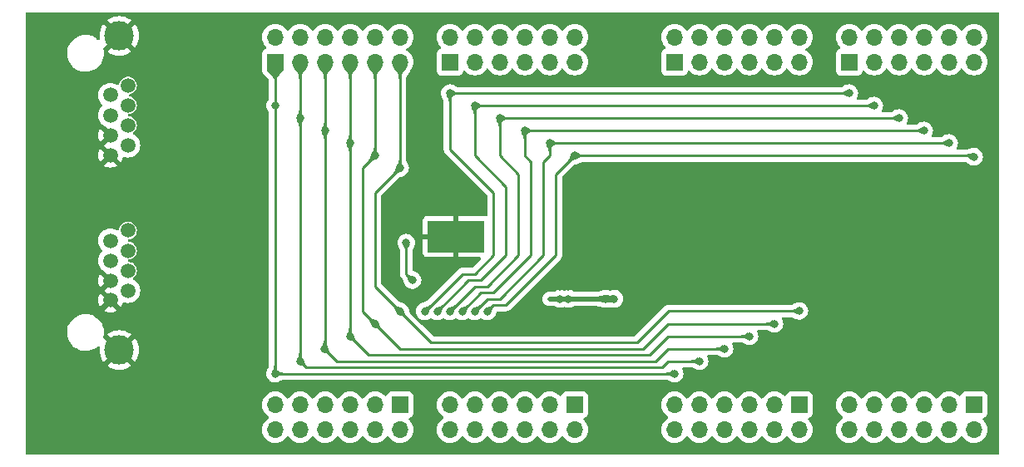
<source format=gbr>
%TF.GenerationSoftware,KiCad,Pcbnew,7.0.5*%
%TF.CreationDate,2024-01-16T20:54:18+01:00*%
%TF.ProjectId,test,74657374-2e6b-4696-9361-645f70636258,rev?*%
%TF.SameCoordinates,Original*%
%TF.FileFunction,Copper,L2,Bot*%
%TF.FilePolarity,Positive*%
%FSLAX46Y46*%
G04 Gerber Fmt 4.6, Leading zero omitted, Abs format (unit mm)*
G04 Created by KiCad (PCBNEW 7.0.5) date 2024-01-16 20:54:18*
%MOMM*%
%LPD*%
G01*
G04 APERTURE LIST*
%TA.AperFunction,ComponentPad*%
%ADD10O,1.700000X1.700000*%
%TD*%
%TA.AperFunction,ComponentPad*%
%ADD11R,1.700000X1.700000*%
%TD*%
%TA.AperFunction,ComponentPad*%
%ADD12C,1.500000*%
%TD*%
%TA.AperFunction,ComponentPad*%
%ADD13C,3.000000*%
%TD*%
%TA.AperFunction,ComponentPad*%
%ADD14C,0.600000*%
%TD*%
%TA.AperFunction,SMDPad,CuDef*%
%ADD15R,5.800000X3.200000*%
%TD*%
%TA.AperFunction,ViaPad*%
%ADD16C,0.800000*%
%TD*%
%TA.AperFunction,Conductor*%
%ADD17C,0.250000*%
%TD*%
%TA.AperFunction,Conductor*%
%ADD18C,0.500000*%
%TD*%
G04 APERTURE END LIST*
D10*
%TO.P,J11,12,Pin_12*%
%TO.N,+5V*%
X176530000Y-111120000D03*
%TO.P,J11,11,Pin_11*%
%TO.N,Net-(J11-Pin_11)*%
X176530000Y-108580000D03*
%TO.P,J11,10,Pin_10*%
%TO.N,+5V*%
X179070000Y-111120000D03*
%TO.P,J11,9,Pin_9*%
%TO.N,Net-(J11-Pin_9)*%
X179070000Y-108580000D03*
%TO.P,J11,8,Pin_8*%
%TO.N,+5V*%
X181610000Y-111120000D03*
%TO.P,J11,7,Pin_7*%
%TO.N,Net-(J11-Pin_7)*%
X181610000Y-108580000D03*
%TO.P,J11,6,Pin_6*%
%TO.N,+5V*%
X184150000Y-111120000D03*
%TO.P,J11,5,Pin_5*%
%TO.N,Net-(J11-Pin_5)*%
X184150000Y-108580000D03*
%TO.P,J11,4,Pin_4*%
%TO.N,+5V*%
X186690000Y-111120000D03*
%TO.P,J11,3,Pin_3*%
%TO.N,Net-(J11-Pin_3)*%
X186690000Y-108580000D03*
%TO.P,J11,2,Pin_2*%
%TO.N,+5V*%
X189230000Y-111120000D03*
D11*
%TO.P,J11,1,Pin_1*%
%TO.N,Net-(J11-Pin_1)*%
X189230000Y-108580000D03*
%TD*%
%TO.P,J5,1,Pin_1*%
%TO.N,Net-(J11-Pin_11)*%
X135890000Y-73665000D03*
D10*
%TO.P,J5,2,Pin_2*%
%TO.N,+5V*%
X135890000Y-71125000D03*
%TO.P,J5,3,Pin_3*%
%TO.N,Net-(J11-Pin_9)*%
X138430000Y-73665000D03*
%TO.P,J5,4,Pin_4*%
%TO.N,+5V*%
X138430000Y-71125000D03*
%TO.P,J5,5,Pin_5*%
%TO.N,Net-(J11-Pin_7)*%
X140970000Y-73665000D03*
%TO.P,J5,6,Pin_6*%
%TO.N,+5V*%
X140970000Y-71125000D03*
%TO.P,J5,7,Pin_7*%
%TO.N,Net-(J11-Pin_5)*%
X143510000Y-73665000D03*
%TO.P,J5,8,Pin_8*%
%TO.N,+5V*%
X143510000Y-71125000D03*
%TO.P,J5,9,Pin_9*%
%TO.N,Net-(J11-Pin_3)*%
X146050000Y-73665000D03*
%TO.P,J5,10,Pin_10*%
%TO.N,+5V*%
X146050000Y-71125000D03*
%TO.P,J5,11,Pin_11*%
%TO.N,Net-(J11-Pin_1)*%
X148590000Y-73665000D03*
%TO.P,J5,12,Pin_12*%
%TO.N,+5V*%
X148590000Y-71125000D03*
%TD*%
D11*
%TO.P,J7,1,Pin_1*%
%TO.N,Net-(J11-Pin_11)*%
X176530000Y-73665000D03*
D10*
%TO.P,J7,2,Pin_2*%
%TO.N,+5V*%
X176530000Y-71125000D03*
%TO.P,J7,3,Pin_3*%
%TO.N,Net-(J11-Pin_9)*%
X179070000Y-73665000D03*
%TO.P,J7,4,Pin_4*%
%TO.N,+5V*%
X179070000Y-71125000D03*
%TO.P,J7,5,Pin_5*%
%TO.N,Net-(J11-Pin_7)*%
X181610000Y-73665000D03*
%TO.P,J7,6,Pin_6*%
%TO.N,+5V*%
X181610000Y-71125000D03*
%TO.P,J7,7,Pin_7*%
%TO.N,Net-(J11-Pin_5)*%
X184150000Y-73665000D03*
%TO.P,J7,8,Pin_8*%
%TO.N,+5V*%
X184150000Y-71125000D03*
%TO.P,J7,9,Pin_9*%
%TO.N,Net-(J11-Pin_3)*%
X186690000Y-73665000D03*
%TO.P,J7,10,Pin_10*%
%TO.N,+5V*%
X186690000Y-71125000D03*
%TO.P,J7,11,Pin_11*%
%TO.N,Net-(J11-Pin_1)*%
X189230000Y-73665000D03*
%TO.P,J7,12,Pin_12*%
%TO.N,+5V*%
X189230000Y-71125000D03*
%TD*%
D12*
%TO.P,J3,1*%
%TO.N,GND*%
X101345000Y-97935000D03*
%TO.P,J3,2*%
%TO.N,+5V*%
X103125000Y-96955000D03*
%TO.P,J3,3*%
%TO.N,GND*%
X101345000Y-95935000D03*
%TO.P,J3,4*%
%TO.N,+5V*%
X103125000Y-94915000D03*
%TO.P,J3,5*%
%TO.N,/Cout_N*%
X101345000Y-93895000D03*
%TO.P,J3,6*%
%TO.N,/Cout_P*%
X103125000Y-92875000D03*
%TO.P,J3,7*%
%TO.N,/Dout_P*%
X101345000Y-91855000D03*
%TO.P,J3,8*%
%TO.N,/Dout_N*%
X103125000Y-90835000D03*
%TO.P,J3,11*%
%TO.N,GND*%
X101345000Y-83155000D03*
%TO.P,J3,12*%
%TO.N,+5V*%
X103125000Y-82135000D03*
%TO.P,J3,13*%
%TO.N,GND*%
X101345000Y-81115000D03*
%TO.P,J3,14*%
%TO.N,+5V*%
X103125000Y-80095000D03*
%TO.P,J3,15*%
%TO.N,/Cin_P*%
X101345000Y-79075000D03*
%TO.P,J3,16*%
%TO.N,/Cin_N*%
X103125000Y-78055000D03*
%TO.P,J3,17*%
%TO.N,/Din_N*%
X101345000Y-77035000D03*
%TO.P,J3,18*%
%TO.N,/Din_P*%
X103125000Y-76055000D03*
D13*
%TO.P,J3,SH*%
%TO.N,GND*%
X102235000Y-70995000D03*
X102235000Y-102995000D03*
%TD*%
D11*
%TO.P,J6,1,Pin_1*%
%TO.N,Net-(J10-Pin_11)*%
X158750000Y-73665000D03*
D10*
%TO.P,J6,2,Pin_2*%
%TO.N,+5V*%
X158750000Y-71125000D03*
%TO.P,J6,3,Pin_3*%
%TO.N,Net-(J10-Pin_9)*%
X161290000Y-73665000D03*
%TO.P,J6,4,Pin_4*%
%TO.N,+5V*%
X161290000Y-71125000D03*
%TO.P,J6,5,Pin_5*%
%TO.N,Net-(J10-Pin_7)*%
X163830000Y-73665000D03*
%TO.P,J6,6,Pin_6*%
%TO.N,+5V*%
X163830000Y-71125000D03*
%TO.P,J6,7,Pin_7*%
%TO.N,Net-(J10-Pin_5)*%
X166370000Y-73665000D03*
%TO.P,J6,8,Pin_8*%
%TO.N,+5V*%
X166370000Y-71125000D03*
%TO.P,J6,9,Pin_9*%
%TO.N,Net-(J10-Pin_3)*%
X168910000Y-73665000D03*
%TO.P,J6,10,Pin_10*%
%TO.N,+5V*%
X168910000Y-71125000D03*
%TO.P,J6,11,Pin_11*%
%TO.N,Net-(J10-Pin_1)*%
X171450000Y-73665000D03*
%TO.P,J6,12,Pin_12*%
%TO.N,+5V*%
X171450000Y-71125000D03*
%TD*%
%TO.P,J4,12,Pin_12*%
%TO.N,+5V*%
X130810000Y-71125000D03*
%TO.P,J4,11,Pin_11*%
%TO.N,Net-(J10-Pin_1)*%
X130810000Y-73665000D03*
%TO.P,J4,10,Pin_10*%
%TO.N,+5V*%
X128270000Y-71125000D03*
%TO.P,J4,9,Pin_9*%
%TO.N,Net-(J10-Pin_3)*%
X128270000Y-73665000D03*
%TO.P,J4,8,Pin_8*%
%TO.N,+5V*%
X125730000Y-71125000D03*
%TO.P,J4,7,Pin_7*%
%TO.N,Net-(J10-Pin_5)*%
X125730000Y-73665000D03*
%TO.P,J4,6,Pin_6*%
%TO.N,+5V*%
X123190000Y-71125000D03*
%TO.P,J4,5,Pin_5*%
%TO.N,Net-(J10-Pin_7)*%
X123190000Y-73665000D03*
%TO.P,J4,4,Pin_4*%
%TO.N,+5V*%
X120650000Y-71125000D03*
%TO.P,J4,3,Pin_3*%
%TO.N,Net-(J10-Pin_9)*%
X120650000Y-73665000D03*
%TO.P,J4,2,Pin_2*%
%TO.N,+5V*%
X118110000Y-71125000D03*
D11*
%TO.P,J4,1,Pin_1*%
%TO.N,Net-(J10-Pin_11)*%
X118110000Y-73665000D03*
%TD*%
%TO.P,J8,1,Pin_1*%
%TO.N,Net-(J10-Pin_1)*%
X130810000Y-108580000D03*
D10*
%TO.P,J8,2,Pin_2*%
%TO.N,+5V*%
X130810000Y-111120000D03*
%TO.P,J8,3,Pin_3*%
%TO.N,Net-(J10-Pin_3)*%
X128270000Y-108580000D03*
%TO.P,J8,4,Pin_4*%
%TO.N,+5V*%
X128270000Y-111120000D03*
%TO.P,J8,5,Pin_5*%
%TO.N,Net-(J10-Pin_5)*%
X125730000Y-108580000D03*
%TO.P,J8,6,Pin_6*%
%TO.N,+5V*%
X125730000Y-111120000D03*
%TO.P,J8,7,Pin_7*%
%TO.N,Net-(J10-Pin_7)*%
X123190000Y-108580000D03*
%TO.P,J8,8,Pin_8*%
%TO.N,+5V*%
X123190000Y-111120000D03*
%TO.P,J8,9,Pin_9*%
%TO.N,Net-(J10-Pin_9)*%
X120650000Y-108580000D03*
%TO.P,J8,10,Pin_10*%
%TO.N,+5V*%
X120650000Y-111120000D03*
%TO.P,J8,11,Pin_11*%
%TO.N,Net-(J10-Pin_11)*%
X118110000Y-108580000D03*
%TO.P,J8,12,Pin_12*%
%TO.N,+5V*%
X118110000Y-111120000D03*
%TD*%
D11*
%TO.P,J10,1,Pin_1*%
%TO.N,Net-(J10-Pin_1)*%
X171450000Y-108580000D03*
D10*
%TO.P,J10,2,Pin_2*%
%TO.N,+5V*%
X171450000Y-111120000D03*
%TO.P,J10,3,Pin_3*%
%TO.N,Net-(J10-Pin_3)*%
X168910000Y-108580000D03*
%TO.P,J10,4,Pin_4*%
%TO.N,+5V*%
X168910000Y-111120000D03*
%TO.P,J10,5,Pin_5*%
%TO.N,Net-(J10-Pin_5)*%
X166370000Y-108580000D03*
%TO.P,J10,6,Pin_6*%
%TO.N,+5V*%
X166370000Y-111120000D03*
%TO.P,J10,7,Pin_7*%
%TO.N,Net-(J10-Pin_7)*%
X163830000Y-108580000D03*
%TO.P,J10,8,Pin_8*%
%TO.N,+5V*%
X163830000Y-111120000D03*
%TO.P,J10,9,Pin_9*%
%TO.N,Net-(J10-Pin_9)*%
X161290000Y-108580000D03*
%TO.P,J10,10,Pin_10*%
%TO.N,+5V*%
X161290000Y-111120000D03*
%TO.P,J10,11,Pin_11*%
%TO.N,Net-(J10-Pin_11)*%
X158750000Y-108580000D03*
%TO.P,J10,12,Pin_12*%
%TO.N,+5V*%
X158750000Y-111120000D03*
%TD*%
D14*
%TO.P,U3,21,GND*%
%TO.N,GND*%
X139125000Y-90140000D03*
X137825000Y-90140000D03*
X136525000Y-90140000D03*
X135225000Y-90140000D03*
X133925000Y-90140000D03*
X139125000Y-91440000D03*
X137825000Y-91440000D03*
X136525000Y-91440000D03*
D15*
X136525000Y-91440000D03*
D14*
X135225000Y-91440000D03*
X133925000Y-91440000D03*
X139125000Y-92740000D03*
X137825000Y-92740000D03*
X136525000Y-92740000D03*
X135225000Y-92740000D03*
X133925000Y-92740000D03*
%TD*%
D11*
%TO.P,J9,1,Pin_1*%
%TO.N,Net-(J11-Pin_1)*%
X148590000Y-108580000D03*
D10*
%TO.P,J9,2,Pin_2*%
%TO.N,+5V*%
X148590000Y-111120000D03*
%TO.P,J9,3,Pin_3*%
%TO.N,Net-(J11-Pin_3)*%
X146050000Y-108580000D03*
%TO.P,J9,4,Pin_4*%
%TO.N,+5V*%
X146050000Y-111120000D03*
%TO.P,J9,5,Pin_5*%
%TO.N,Net-(J11-Pin_5)*%
X143510000Y-108580000D03*
%TO.P,J9,6,Pin_6*%
%TO.N,+5V*%
X143510000Y-111120000D03*
%TO.P,J9,7,Pin_7*%
%TO.N,Net-(J11-Pin_7)*%
X140970000Y-108580000D03*
%TO.P,J9,8,Pin_8*%
%TO.N,+5V*%
X140970000Y-111120000D03*
%TO.P,J9,9,Pin_9*%
%TO.N,Net-(J11-Pin_9)*%
X138430000Y-108580000D03*
%TO.P,J9,10,Pin_10*%
%TO.N,+5V*%
X138430000Y-111120000D03*
%TO.P,J9,11,Pin_11*%
%TO.N,Net-(J11-Pin_11)*%
X135890000Y-108580000D03*
%TO.P,J9,12,Pin_12*%
%TO.N,+5V*%
X135890000Y-111120000D03*
%TD*%
D16*
%TO.N,GND*%
X154940000Y-91440000D03*
X147955000Y-96520000D03*
X97457500Y-109220000D03*
X129544418Y-91124735D03*
X129540000Y-95250000D03*
X153035000Y-85725000D03*
X147105497Y-96520000D03*
%TO.N,+5V*%
X152614503Y-97790000D03*
X151765000Y-97790000D03*
X147105497Y-97790000D03*
X147955000Y-97790000D03*
%TO.N,Net-(J10-Pin_11)*%
X118110000Y-78105000D03*
X118110000Y-105410000D03*
X158750000Y-105410000D03*
%TO.N,Net-(J10-Pin_9)*%
X120650000Y-79375000D03*
X120650000Y-104140000D03*
X161290000Y-104140000D03*
%TO.N,Net-(J10-Pin_7)*%
X163830000Y-102870000D03*
X123190000Y-80645000D03*
X123115000Y-102870000D03*
%TO.N,Net-(J10-Pin_5)*%
X125730000Y-81915000D03*
X166370000Y-101600000D03*
X125730000Y-101600000D03*
%TO.N,Net-(J10-Pin_3)*%
X128270000Y-100330000D03*
X168910000Y-100330000D03*
X128270000Y-83185000D03*
%TO.N,Net-(J10-Pin_1)*%
X130810000Y-99060000D03*
X171450000Y-99022500D03*
X130810000Y-84455000D03*
%TO.N,Net-(J11-Pin_11)*%
X133350000Y-99060000D03*
X135890000Y-76835000D03*
X176530000Y-76835000D03*
%TO.N,Net-(J11-Pin_9)*%
X134620000Y-99060000D03*
X138430000Y-78105000D03*
X179070000Y-78105000D03*
%TO.N,Net-(J11-Pin_7)*%
X135890000Y-99060000D03*
X140970000Y-79375000D03*
X181610000Y-79375000D03*
%TO.N,Net-(J11-Pin_5)*%
X184150000Y-80645000D03*
X143510000Y-80645000D03*
X137160000Y-99060000D03*
%TO.N,Net-(J11-Pin_3)*%
X146050000Y-81915000D03*
X138430000Y-99060000D03*
X186690000Y-81915000D03*
%TO.N,Net-(J11-Pin_1)*%
X139700000Y-99060000D03*
X148590000Y-83185000D03*
X189230000Y-83312000D03*
%TO.N,Net-(U1-DIN2)*%
X131445000Y-92075000D03*
X132080000Y-95885000D03*
%TD*%
D17*
%TO.N,Net-(J10-Pin_1)*%
X128270000Y-86995000D02*
X130810000Y-84455000D01*
X128270000Y-96520000D02*
X128270000Y-86995000D01*
X130810000Y-99060000D02*
X128270000Y-96520000D01*
%TO.N,Net-(J10-Pin_3)*%
X127000000Y-99060000D02*
X127000000Y-84455000D01*
X128270000Y-100330000D02*
X127000000Y-99060000D01*
X127000000Y-84455000D02*
X128270000Y-83185000D01*
D18*
%TO.N,+5V*%
X151765000Y-97790000D02*
X152614503Y-97790000D01*
X146050000Y-97790000D02*
X151765000Y-97790000D01*
D17*
%TO.N,Net-(J10-Pin_11)*%
X158750000Y-105410000D02*
X118110000Y-105410000D01*
X118110000Y-74295000D02*
X118110000Y-105410000D01*
%TO.N,Net-(J10-Pin_9)*%
X157480000Y-104775000D02*
X121285000Y-104775000D01*
X161290000Y-104140000D02*
X158115000Y-104140000D01*
X120650000Y-79375000D02*
X120650000Y-74295000D01*
X120650000Y-79375000D02*
X120650000Y-104140000D01*
X121285000Y-104775000D02*
X120650000Y-104140000D01*
X158115000Y-104140000D02*
X157480000Y-104775000D01*
%TO.N,Net-(J10-Pin_7)*%
X123190000Y-74295000D02*
X123190000Y-80645000D01*
X124385000Y-104140000D02*
X123115000Y-102870000D01*
X156844651Y-104140000D02*
X124385000Y-104140000D01*
X158114651Y-102870000D02*
X156844651Y-104140000D01*
X123115000Y-102870000D02*
X123190000Y-102795000D01*
X163830000Y-102870000D02*
X158114651Y-102870000D01*
X123190000Y-102795000D02*
X123190000Y-80645000D01*
%TO.N,Net-(J10-Pin_5)*%
X166370000Y-101600000D02*
X158115000Y-101600000D01*
X158115000Y-101600000D02*
X156210000Y-103505000D01*
X125730000Y-101600000D02*
X125730000Y-81915000D01*
X127635000Y-103505000D02*
X125730000Y-101600000D01*
X125730000Y-74295000D02*
X125730000Y-81915000D01*
X156210000Y-103505000D02*
X127635000Y-103505000D01*
%TO.N,Net-(J10-Pin_3)*%
X155575000Y-102870000D02*
X130810000Y-102870000D01*
X130810000Y-102870000D02*
X128270000Y-100330000D01*
X158115000Y-100330000D02*
X155575000Y-102870000D01*
X168910000Y-100330000D02*
X158115000Y-100330000D01*
X128270000Y-83185000D02*
X128270000Y-74295000D01*
%TO.N,Net-(J10-Pin_1)*%
X154940000Y-102235000D02*
X158152500Y-99022500D01*
X133985000Y-102235000D02*
X154940000Y-102235000D01*
X130810000Y-74295000D02*
X130810000Y-84455000D01*
X158152500Y-99022500D02*
X171450000Y-99022500D01*
X130810000Y-99060000D02*
X133985000Y-102235000D01*
%TO.N,Net-(J11-Pin_11)*%
X140335000Y-86995000D02*
X135890000Y-82550000D01*
X135890000Y-76835000D02*
X176530000Y-76835000D01*
X135890000Y-82550000D02*
X135890000Y-76835000D01*
X133350000Y-99060000D02*
X137160000Y-95250000D01*
X140335000Y-93345000D02*
X140335000Y-86995000D01*
X137160000Y-95250000D02*
X138430000Y-95250000D01*
X138430000Y-95250000D02*
X140335000Y-93345000D01*
%TO.N,Net-(J11-Pin_9)*%
X179070000Y-78105000D02*
X138430000Y-78105000D01*
X137795000Y-95885000D02*
X139065000Y-95885000D01*
X138430000Y-83185000D02*
X138430000Y-78105000D01*
X134620000Y-99060000D02*
X137795000Y-95885000D01*
X141605000Y-93345000D02*
X141605000Y-86360000D01*
X141605000Y-86360000D02*
X138430000Y-83185000D01*
X139065000Y-95885000D02*
X141605000Y-93345000D01*
%TO.N,Net-(J11-Pin_7)*%
X138430000Y-96520000D02*
X139700000Y-96520000D01*
X140970000Y-83185000D02*
X140970000Y-79375000D01*
X135890000Y-99060000D02*
X138430000Y-96520000D01*
X139700000Y-96520000D02*
X142875000Y-93345000D01*
X181610000Y-79375000D02*
X140970000Y-79375000D01*
X142875000Y-85090000D02*
X140970000Y-83185000D01*
X142875000Y-93345000D02*
X142875000Y-85090000D01*
%TO.N,Net-(J11-Pin_5)*%
X144145000Y-83820000D02*
X143510000Y-83185000D01*
X143510000Y-80645000D02*
X184150000Y-80645000D01*
X143510000Y-83185000D02*
X143510000Y-80645000D01*
X137160000Y-99060000D02*
X139065000Y-97155000D01*
X140335000Y-97155000D02*
X144145000Y-93345000D01*
X139065000Y-97155000D02*
X140335000Y-97155000D01*
X144145000Y-93345000D02*
X144145000Y-83820000D01*
%TO.N,Net-(J11-Pin_3)*%
X139700000Y-97790000D02*
X140970000Y-97790000D01*
X145415000Y-83820000D02*
X146050000Y-83185000D01*
X140970000Y-97790000D02*
X145415000Y-93345000D01*
X145415000Y-93345000D02*
X145415000Y-83820000D01*
X138430000Y-99060000D02*
X139700000Y-97790000D01*
X146050000Y-81915000D02*
X186690000Y-81915000D01*
X146050000Y-83185000D02*
X146050000Y-81915000D01*
%TO.N,Net-(J11-Pin_1)*%
X146685000Y-93345000D02*
X146685000Y-85090000D01*
X139700000Y-99060000D02*
X140335000Y-98425000D01*
X141605000Y-98425000D02*
X146685000Y-93345000D01*
X140335000Y-98425000D02*
X141605000Y-98425000D01*
X146685000Y-85090000D02*
X148590000Y-83185000D01*
X148590000Y-83185000D02*
X189103000Y-83185000D01*
X189103000Y-83185000D02*
X189230000Y-83312000D01*
%TO.N,Net-(U1-DIN2)*%
X131445000Y-92075000D02*
X131445000Y-95250000D01*
X131445000Y-95250000D02*
X132080000Y-95885000D01*
%TD*%
%TA.AperFunction,Conductor*%
%TO.N,GND*%
G36*
X191713039Y-68599685D02*
G01*
X191758794Y-68652489D01*
X191770000Y-68704000D01*
X191770000Y-113541000D01*
X191750315Y-113608039D01*
X191697511Y-113653794D01*
X191646000Y-113665000D01*
X92834000Y-113665000D01*
X92766961Y-113645315D01*
X92721206Y-113592511D01*
X92710000Y-113541000D01*
X92710000Y-111120000D01*
X116754341Y-111120000D01*
X116774936Y-111355403D01*
X116774938Y-111355413D01*
X116836094Y-111583655D01*
X116836096Y-111583659D01*
X116836097Y-111583663D01*
X116840000Y-111592032D01*
X116935965Y-111797830D01*
X116935967Y-111797834D01*
X117044281Y-111952521D01*
X117071505Y-111991401D01*
X117238599Y-112158495D01*
X117335384Y-112226265D01*
X117432165Y-112294032D01*
X117432167Y-112294033D01*
X117432170Y-112294035D01*
X117646337Y-112393903D01*
X117874592Y-112455063D01*
X118062918Y-112471539D01*
X118109999Y-112475659D01*
X118110000Y-112475659D01*
X118110001Y-112475659D01*
X118149234Y-112472226D01*
X118345408Y-112455063D01*
X118573663Y-112393903D01*
X118787830Y-112294035D01*
X118981401Y-112158495D01*
X119148495Y-111991401D01*
X119278424Y-111805842D01*
X119333002Y-111762217D01*
X119402500Y-111755023D01*
X119464855Y-111786546D01*
X119481575Y-111805842D01*
X119611500Y-111991395D01*
X119611505Y-111991401D01*
X119778599Y-112158495D01*
X119875384Y-112226265D01*
X119972165Y-112294032D01*
X119972167Y-112294033D01*
X119972170Y-112294035D01*
X120186337Y-112393903D01*
X120414592Y-112455063D01*
X120602918Y-112471539D01*
X120649999Y-112475659D01*
X120650000Y-112475659D01*
X120650001Y-112475659D01*
X120689234Y-112472226D01*
X120885408Y-112455063D01*
X121113663Y-112393903D01*
X121327830Y-112294035D01*
X121521401Y-112158495D01*
X121688495Y-111991401D01*
X121818424Y-111805842D01*
X121873002Y-111762217D01*
X121942500Y-111755023D01*
X122004855Y-111786546D01*
X122021575Y-111805842D01*
X122151500Y-111991395D01*
X122151505Y-111991401D01*
X122318599Y-112158495D01*
X122415384Y-112226265D01*
X122512165Y-112294032D01*
X122512167Y-112294033D01*
X122512170Y-112294035D01*
X122726337Y-112393903D01*
X122954592Y-112455063D01*
X123142918Y-112471539D01*
X123189999Y-112475659D01*
X123190000Y-112475659D01*
X123190001Y-112475659D01*
X123229234Y-112472226D01*
X123425408Y-112455063D01*
X123653663Y-112393903D01*
X123867830Y-112294035D01*
X124061401Y-112158495D01*
X124228495Y-111991401D01*
X124358424Y-111805842D01*
X124413002Y-111762217D01*
X124482500Y-111755023D01*
X124544855Y-111786546D01*
X124561575Y-111805842D01*
X124691500Y-111991395D01*
X124691505Y-111991401D01*
X124858599Y-112158495D01*
X124955384Y-112226265D01*
X125052165Y-112294032D01*
X125052167Y-112294033D01*
X125052170Y-112294035D01*
X125266337Y-112393903D01*
X125494592Y-112455063D01*
X125682918Y-112471539D01*
X125729999Y-112475659D01*
X125730000Y-112475659D01*
X125730001Y-112475659D01*
X125769234Y-112472226D01*
X125965408Y-112455063D01*
X126193663Y-112393903D01*
X126407830Y-112294035D01*
X126601401Y-112158495D01*
X126768495Y-111991401D01*
X126898424Y-111805842D01*
X126953002Y-111762217D01*
X127022500Y-111755023D01*
X127084855Y-111786546D01*
X127101575Y-111805842D01*
X127231500Y-111991395D01*
X127231505Y-111991401D01*
X127398599Y-112158495D01*
X127495384Y-112226265D01*
X127592165Y-112294032D01*
X127592167Y-112294033D01*
X127592170Y-112294035D01*
X127806337Y-112393903D01*
X128034592Y-112455063D01*
X128222918Y-112471539D01*
X128269999Y-112475659D01*
X128270000Y-112475659D01*
X128270001Y-112475659D01*
X128309234Y-112472226D01*
X128505408Y-112455063D01*
X128733663Y-112393903D01*
X128947830Y-112294035D01*
X129141401Y-112158495D01*
X129308495Y-111991401D01*
X129438424Y-111805842D01*
X129493002Y-111762217D01*
X129562500Y-111755023D01*
X129624855Y-111786546D01*
X129641575Y-111805842D01*
X129771500Y-111991395D01*
X129771505Y-111991401D01*
X129938599Y-112158495D01*
X130035384Y-112226264D01*
X130132165Y-112294032D01*
X130132167Y-112294033D01*
X130132170Y-112294035D01*
X130346337Y-112393903D01*
X130574592Y-112455063D01*
X130762918Y-112471539D01*
X130809999Y-112475659D01*
X130810000Y-112475659D01*
X130810001Y-112475659D01*
X130849234Y-112472226D01*
X131045408Y-112455063D01*
X131273663Y-112393903D01*
X131487830Y-112294035D01*
X131681401Y-112158495D01*
X131848495Y-111991401D01*
X131984035Y-111797830D01*
X132083903Y-111583663D01*
X132145063Y-111355408D01*
X132165659Y-111120000D01*
X134534341Y-111120000D01*
X134554936Y-111355403D01*
X134554938Y-111355413D01*
X134616094Y-111583655D01*
X134616096Y-111583659D01*
X134616097Y-111583663D01*
X134620000Y-111592032D01*
X134715965Y-111797830D01*
X134715967Y-111797834D01*
X134824281Y-111952521D01*
X134851505Y-111991401D01*
X135018599Y-112158495D01*
X135115384Y-112226264D01*
X135212165Y-112294032D01*
X135212167Y-112294033D01*
X135212170Y-112294035D01*
X135426337Y-112393903D01*
X135654592Y-112455063D01*
X135842918Y-112471539D01*
X135889999Y-112475659D01*
X135890000Y-112475659D01*
X135890001Y-112475659D01*
X135929234Y-112472226D01*
X136125408Y-112455063D01*
X136353663Y-112393903D01*
X136567830Y-112294035D01*
X136761401Y-112158495D01*
X136928495Y-111991401D01*
X137058424Y-111805842D01*
X137113002Y-111762217D01*
X137182500Y-111755023D01*
X137244855Y-111786546D01*
X137261575Y-111805842D01*
X137391500Y-111991395D01*
X137391505Y-111991401D01*
X137558599Y-112158495D01*
X137655384Y-112226264D01*
X137752165Y-112294032D01*
X137752167Y-112294033D01*
X137752170Y-112294035D01*
X137966337Y-112393903D01*
X138194592Y-112455063D01*
X138382918Y-112471539D01*
X138429999Y-112475659D01*
X138430000Y-112475659D01*
X138430001Y-112475659D01*
X138469234Y-112472226D01*
X138665408Y-112455063D01*
X138893663Y-112393903D01*
X139107830Y-112294035D01*
X139301401Y-112158495D01*
X139468495Y-111991401D01*
X139598424Y-111805842D01*
X139653002Y-111762217D01*
X139722500Y-111755023D01*
X139784855Y-111786546D01*
X139801575Y-111805842D01*
X139931500Y-111991395D01*
X139931505Y-111991401D01*
X140098599Y-112158495D01*
X140195384Y-112226264D01*
X140292165Y-112294032D01*
X140292167Y-112294033D01*
X140292170Y-112294035D01*
X140506337Y-112393903D01*
X140734592Y-112455063D01*
X140922918Y-112471539D01*
X140969999Y-112475659D01*
X140970000Y-112475659D01*
X140970001Y-112475659D01*
X141009234Y-112472226D01*
X141205408Y-112455063D01*
X141433663Y-112393903D01*
X141647830Y-112294035D01*
X141841401Y-112158495D01*
X142008495Y-111991401D01*
X142138424Y-111805842D01*
X142193002Y-111762217D01*
X142262500Y-111755023D01*
X142324855Y-111786546D01*
X142341575Y-111805842D01*
X142471500Y-111991395D01*
X142471505Y-111991401D01*
X142638599Y-112158495D01*
X142735384Y-112226264D01*
X142832165Y-112294032D01*
X142832167Y-112294033D01*
X142832170Y-112294035D01*
X143046337Y-112393903D01*
X143274592Y-112455063D01*
X143462918Y-112471539D01*
X143509999Y-112475659D01*
X143510000Y-112475659D01*
X143510001Y-112475659D01*
X143549234Y-112472226D01*
X143745408Y-112455063D01*
X143973663Y-112393903D01*
X144187830Y-112294035D01*
X144381401Y-112158495D01*
X144548495Y-111991401D01*
X144678424Y-111805842D01*
X144733002Y-111762217D01*
X144802500Y-111755023D01*
X144864855Y-111786546D01*
X144881575Y-111805842D01*
X145011500Y-111991395D01*
X145011505Y-111991401D01*
X145178599Y-112158495D01*
X145275384Y-112226264D01*
X145372165Y-112294032D01*
X145372167Y-112294033D01*
X145372170Y-112294035D01*
X145586337Y-112393903D01*
X145814592Y-112455063D01*
X146002918Y-112471539D01*
X146049999Y-112475659D01*
X146050000Y-112475659D01*
X146050001Y-112475659D01*
X146089234Y-112472226D01*
X146285408Y-112455063D01*
X146513663Y-112393903D01*
X146727830Y-112294035D01*
X146921401Y-112158495D01*
X147088495Y-111991401D01*
X147218424Y-111805842D01*
X147273002Y-111762217D01*
X147342500Y-111755023D01*
X147404855Y-111786546D01*
X147421575Y-111805842D01*
X147551500Y-111991395D01*
X147551505Y-111991401D01*
X147718599Y-112158495D01*
X147815384Y-112226264D01*
X147912165Y-112294032D01*
X147912167Y-112294033D01*
X147912170Y-112294035D01*
X148126337Y-112393903D01*
X148354592Y-112455063D01*
X148542918Y-112471539D01*
X148589999Y-112475659D01*
X148590000Y-112475659D01*
X148590001Y-112475659D01*
X148629234Y-112472226D01*
X148825408Y-112455063D01*
X149053663Y-112393903D01*
X149267830Y-112294035D01*
X149461401Y-112158495D01*
X149628495Y-111991401D01*
X149764035Y-111797830D01*
X149863903Y-111583663D01*
X149925063Y-111355408D01*
X149945659Y-111120000D01*
X157394341Y-111120000D01*
X157414936Y-111355403D01*
X157414938Y-111355413D01*
X157476094Y-111583655D01*
X157476096Y-111583659D01*
X157476097Y-111583663D01*
X157480000Y-111592032D01*
X157575965Y-111797830D01*
X157575967Y-111797834D01*
X157684281Y-111952521D01*
X157711505Y-111991401D01*
X157878599Y-112158495D01*
X157975384Y-112226265D01*
X158072165Y-112294032D01*
X158072167Y-112294033D01*
X158072170Y-112294035D01*
X158286337Y-112393903D01*
X158514592Y-112455063D01*
X158702918Y-112471539D01*
X158749999Y-112475659D01*
X158750000Y-112475659D01*
X158750001Y-112475659D01*
X158789234Y-112472226D01*
X158985408Y-112455063D01*
X159213663Y-112393903D01*
X159427830Y-112294035D01*
X159621401Y-112158495D01*
X159788495Y-111991401D01*
X159918424Y-111805842D01*
X159973002Y-111762217D01*
X160042500Y-111755023D01*
X160104855Y-111786546D01*
X160121575Y-111805842D01*
X160251500Y-111991395D01*
X160251505Y-111991401D01*
X160418599Y-112158495D01*
X160515384Y-112226265D01*
X160612165Y-112294032D01*
X160612167Y-112294033D01*
X160612170Y-112294035D01*
X160826337Y-112393903D01*
X161054592Y-112455063D01*
X161242918Y-112471539D01*
X161289999Y-112475659D01*
X161290000Y-112475659D01*
X161290001Y-112475659D01*
X161329234Y-112472226D01*
X161525408Y-112455063D01*
X161753663Y-112393903D01*
X161967830Y-112294035D01*
X162161401Y-112158495D01*
X162328495Y-111991401D01*
X162458424Y-111805842D01*
X162513002Y-111762217D01*
X162582500Y-111755023D01*
X162644855Y-111786546D01*
X162661575Y-111805842D01*
X162791500Y-111991395D01*
X162791505Y-111991401D01*
X162958599Y-112158495D01*
X163055384Y-112226265D01*
X163152165Y-112294032D01*
X163152167Y-112294033D01*
X163152170Y-112294035D01*
X163366337Y-112393903D01*
X163594592Y-112455063D01*
X163782918Y-112471539D01*
X163829999Y-112475659D01*
X163830000Y-112475659D01*
X163830001Y-112475659D01*
X163869234Y-112472226D01*
X164065408Y-112455063D01*
X164293663Y-112393903D01*
X164507830Y-112294035D01*
X164701401Y-112158495D01*
X164868495Y-111991401D01*
X164998424Y-111805842D01*
X165053002Y-111762217D01*
X165122500Y-111755023D01*
X165184855Y-111786546D01*
X165201575Y-111805842D01*
X165331500Y-111991395D01*
X165331505Y-111991401D01*
X165498599Y-112158495D01*
X165595384Y-112226265D01*
X165692165Y-112294032D01*
X165692167Y-112294033D01*
X165692170Y-112294035D01*
X165906337Y-112393903D01*
X166134592Y-112455063D01*
X166322918Y-112471539D01*
X166369999Y-112475659D01*
X166370000Y-112475659D01*
X166370001Y-112475659D01*
X166409234Y-112472226D01*
X166605408Y-112455063D01*
X166833663Y-112393903D01*
X167047830Y-112294035D01*
X167241401Y-112158495D01*
X167408495Y-111991401D01*
X167538424Y-111805842D01*
X167593002Y-111762217D01*
X167662500Y-111755023D01*
X167724855Y-111786546D01*
X167741575Y-111805842D01*
X167871500Y-111991395D01*
X167871505Y-111991401D01*
X168038599Y-112158495D01*
X168135384Y-112226264D01*
X168232165Y-112294032D01*
X168232167Y-112294033D01*
X168232170Y-112294035D01*
X168446337Y-112393903D01*
X168674592Y-112455063D01*
X168862918Y-112471539D01*
X168909999Y-112475659D01*
X168910000Y-112475659D01*
X168910001Y-112475659D01*
X168949234Y-112472226D01*
X169145408Y-112455063D01*
X169373663Y-112393903D01*
X169587830Y-112294035D01*
X169781401Y-112158495D01*
X169948495Y-111991401D01*
X170078424Y-111805842D01*
X170133002Y-111762217D01*
X170202500Y-111755023D01*
X170264855Y-111786546D01*
X170281575Y-111805842D01*
X170411500Y-111991395D01*
X170411505Y-111991401D01*
X170578599Y-112158495D01*
X170675384Y-112226264D01*
X170772165Y-112294032D01*
X170772167Y-112294033D01*
X170772170Y-112294035D01*
X170986337Y-112393903D01*
X171214592Y-112455063D01*
X171402918Y-112471539D01*
X171449999Y-112475659D01*
X171450000Y-112475659D01*
X171450001Y-112475659D01*
X171489234Y-112472226D01*
X171685408Y-112455063D01*
X171913663Y-112393903D01*
X172127830Y-112294035D01*
X172321401Y-112158495D01*
X172488495Y-111991401D01*
X172624035Y-111797830D01*
X172723903Y-111583663D01*
X172785063Y-111355408D01*
X172805659Y-111120000D01*
X175174341Y-111120000D01*
X175194936Y-111355403D01*
X175194938Y-111355413D01*
X175256094Y-111583655D01*
X175256096Y-111583659D01*
X175256097Y-111583663D01*
X175260000Y-111592032D01*
X175355965Y-111797830D01*
X175355967Y-111797834D01*
X175464281Y-111952521D01*
X175491505Y-111991401D01*
X175658599Y-112158495D01*
X175755384Y-112226264D01*
X175852165Y-112294032D01*
X175852167Y-112294033D01*
X175852170Y-112294035D01*
X176066337Y-112393903D01*
X176294592Y-112455063D01*
X176482918Y-112471539D01*
X176529999Y-112475659D01*
X176530000Y-112475659D01*
X176530001Y-112475659D01*
X176569234Y-112472226D01*
X176765408Y-112455063D01*
X176993663Y-112393903D01*
X177207830Y-112294035D01*
X177401401Y-112158495D01*
X177568495Y-111991401D01*
X177698424Y-111805842D01*
X177753002Y-111762217D01*
X177822500Y-111755023D01*
X177884855Y-111786546D01*
X177901575Y-111805842D01*
X178031500Y-111991395D01*
X178031505Y-111991401D01*
X178198599Y-112158495D01*
X178295384Y-112226264D01*
X178392165Y-112294032D01*
X178392167Y-112294033D01*
X178392170Y-112294035D01*
X178606337Y-112393903D01*
X178834592Y-112455063D01*
X179022918Y-112471539D01*
X179069999Y-112475659D01*
X179070000Y-112475659D01*
X179070001Y-112475659D01*
X179109234Y-112472226D01*
X179305408Y-112455063D01*
X179533663Y-112393903D01*
X179747830Y-112294035D01*
X179941401Y-112158495D01*
X180108495Y-111991401D01*
X180238424Y-111805842D01*
X180293002Y-111762217D01*
X180362500Y-111755023D01*
X180424855Y-111786546D01*
X180441575Y-111805842D01*
X180571500Y-111991395D01*
X180571505Y-111991401D01*
X180738599Y-112158495D01*
X180835384Y-112226264D01*
X180932165Y-112294032D01*
X180932167Y-112294033D01*
X180932170Y-112294035D01*
X181146337Y-112393903D01*
X181374592Y-112455063D01*
X181562918Y-112471539D01*
X181609999Y-112475659D01*
X181610000Y-112475659D01*
X181610001Y-112475659D01*
X181649234Y-112472226D01*
X181845408Y-112455063D01*
X182073663Y-112393903D01*
X182287830Y-112294035D01*
X182481401Y-112158495D01*
X182648495Y-111991401D01*
X182778424Y-111805842D01*
X182833002Y-111762217D01*
X182902500Y-111755023D01*
X182964855Y-111786546D01*
X182981575Y-111805842D01*
X183111500Y-111991395D01*
X183111505Y-111991401D01*
X183278599Y-112158495D01*
X183375384Y-112226264D01*
X183472165Y-112294032D01*
X183472167Y-112294033D01*
X183472170Y-112294035D01*
X183686337Y-112393903D01*
X183914592Y-112455063D01*
X184102918Y-112471539D01*
X184149999Y-112475659D01*
X184150000Y-112475659D01*
X184150001Y-112475659D01*
X184189234Y-112472226D01*
X184385408Y-112455063D01*
X184613663Y-112393903D01*
X184827830Y-112294035D01*
X185021401Y-112158495D01*
X185188495Y-111991401D01*
X185318424Y-111805842D01*
X185373002Y-111762217D01*
X185442500Y-111755023D01*
X185504855Y-111786546D01*
X185521575Y-111805842D01*
X185651500Y-111991395D01*
X185651505Y-111991401D01*
X185818599Y-112158495D01*
X185915384Y-112226264D01*
X186012165Y-112294032D01*
X186012167Y-112294033D01*
X186012170Y-112294035D01*
X186226337Y-112393903D01*
X186454592Y-112455063D01*
X186642918Y-112471539D01*
X186689999Y-112475659D01*
X186690000Y-112475659D01*
X186690001Y-112475659D01*
X186729234Y-112472226D01*
X186925408Y-112455063D01*
X187153663Y-112393903D01*
X187367830Y-112294035D01*
X187561401Y-112158495D01*
X187728495Y-111991401D01*
X187858424Y-111805842D01*
X187913002Y-111762217D01*
X187982500Y-111755023D01*
X188044855Y-111786546D01*
X188061575Y-111805842D01*
X188191500Y-111991395D01*
X188191505Y-111991401D01*
X188358599Y-112158495D01*
X188455384Y-112226264D01*
X188552165Y-112294032D01*
X188552167Y-112294033D01*
X188552170Y-112294035D01*
X188766337Y-112393903D01*
X188994592Y-112455063D01*
X189182918Y-112471539D01*
X189229999Y-112475659D01*
X189230000Y-112475659D01*
X189230001Y-112475659D01*
X189269234Y-112472226D01*
X189465408Y-112455063D01*
X189693663Y-112393903D01*
X189907830Y-112294035D01*
X190101401Y-112158495D01*
X190268495Y-111991401D01*
X190404035Y-111797830D01*
X190503903Y-111583663D01*
X190565063Y-111355408D01*
X190585659Y-111120000D01*
X190565063Y-110884592D01*
X190503903Y-110656337D01*
X190404035Y-110442171D01*
X190398424Y-110434158D01*
X190268496Y-110248600D01*
X190268490Y-110248594D01*
X190146567Y-110126671D01*
X190113084Y-110065351D01*
X190118068Y-109995659D01*
X190159939Y-109939725D01*
X190190915Y-109922810D01*
X190322331Y-109873796D01*
X190437546Y-109787546D01*
X190523796Y-109672331D01*
X190574091Y-109537483D01*
X190580500Y-109477873D01*
X190580499Y-107682128D01*
X190574091Y-107622517D01*
X190572810Y-107619083D01*
X190523797Y-107487671D01*
X190523793Y-107487664D01*
X190437547Y-107372455D01*
X190437544Y-107372452D01*
X190322335Y-107286206D01*
X190322328Y-107286202D01*
X190187482Y-107235908D01*
X190187483Y-107235908D01*
X190127883Y-107229501D01*
X190127881Y-107229500D01*
X190127873Y-107229500D01*
X190127864Y-107229500D01*
X188332129Y-107229500D01*
X188332123Y-107229501D01*
X188272516Y-107235908D01*
X188137671Y-107286202D01*
X188137664Y-107286206D01*
X188022455Y-107372452D01*
X188022452Y-107372455D01*
X187936206Y-107487664D01*
X187936203Y-107487669D01*
X187887189Y-107619083D01*
X187845317Y-107675016D01*
X187779853Y-107699433D01*
X187711580Y-107684581D01*
X187683326Y-107663430D01*
X187561402Y-107541506D01*
X187561395Y-107541501D01*
X187367834Y-107405967D01*
X187367830Y-107405965D01*
X187367828Y-107405964D01*
X187153663Y-107306097D01*
X187153659Y-107306096D01*
X187153655Y-107306094D01*
X186925413Y-107244938D01*
X186925403Y-107244936D01*
X186690001Y-107224341D01*
X186689999Y-107224341D01*
X186454596Y-107244936D01*
X186454586Y-107244938D01*
X186226344Y-107306094D01*
X186226335Y-107306098D01*
X186012171Y-107405964D01*
X186012169Y-107405965D01*
X185818597Y-107541505D01*
X185651505Y-107708597D01*
X185521575Y-107894158D01*
X185466998Y-107937783D01*
X185397500Y-107944977D01*
X185335145Y-107913454D01*
X185318425Y-107894158D01*
X185188494Y-107708597D01*
X185021402Y-107541506D01*
X185021395Y-107541501D01*
X184827834Y-107405967D01*
X184827830Y-107405965D01*
X184827828Y-107405964D01*
X184613663Y-107306097D01*
X184613659Y-107306096D01*
X184613655Y-107306094D01*
X184385413Y-107244938D01*
X184385403Y-107244936D01*
X184150001Y-107224341D01*
X184149999Y-107224341D01*
X183914596Y-107244936D01*
X183914586Y-107244938D01*
X183686344Y-107306094D01*
X183686335Y-107306098D01*
X183472171Y-107405964D01*
X183472169Y-107405965D01*
X183278597Y-107541505D01*
X183111508Y-107708594D01*
X182981574Y-107894159D01*
X182926997Y-107937784D01*
X182857498Y-107944976D01*
X182795144Y-107913454D01*
X182778424Y-107894158D01*
X182648494Y-107708597D01*
X182481402Y-107541506D01*
X182481395Y-107541501D01*
X182287834Y-107405967D01*
X182287830Y-107405965D01*
X182287828Y-107405964D01*
X182073663Y-107306097D01*
X182073659Y-107306096D01*
X182073655Y-107306094D01*
X181845413Y-107244938D01*
X181845403Y-107244936D01*
X181610001Y-107224341D01*
X181609999Y-107224341D01*
X181374596Y-107244936D01*
X181374586Y-107244938D01*
X181146344Y-107306094D01*
X181146335Y-107306098D01*
X180932171Y-107405964D01*
X180932169Y-107405965D01*
X180738597Y-107541505D01*
X180571508Y-107708594D01*
X180441574Y-107894159D01*
X180386997Y-107937784D01*
X180317498Y-107944976D01*
X180255144Y-107913454D01*
X180238424Y-107894158D01*
X180108494Y-107708597D01*
X179941402Y-107541506D01*
X179941395Y-107541501D01*
X179747834Y-107405967D01*
X179747830Y-107405965D01*
X179747828Y-107405964D01*
X179533663Y-107306097D01*
X179533659Y-107306096D01*
X179533655Y-107306094D01*
X179305413Y-107244938D01*
X179305403Y-107244936D01*
X179070001Y-107224341D01*
X179069999Y-107224341D01*
X178834596Y-107244936D01*
X178834586Y-107244938D01*
X178606344Y-107306094D01*
X178606335Y-107306098D01*
X178392171Y-107405964D01*
X178392169Y-107405965D01*
X178198597Y-107541505D01*
X178031505Y-107708597D01*
X177901575Y-107894158D01*
X177846998Y-107937783D01*
X177777500Y-107944977D01*
X177715145Y-107913454D01*
X177698425Y-107894158D01*
X177568494Y-107708597D01*
X177401402Y-107541506D01*
X177401395Y-107541501D01*
X177207834Y-107405967D01*
X177207830Y-107405965D01*
X177207828Y-107405964D01*
X176993663Y-107306097D01*
X176993659Y-107306096D01*
X176993655Y-107306094D01*
X176765413Y-107244938D01*
X176765403Y-107244936D01*
X176530001Y-107224341D01*
X176529999Y-107224341D01*
X176294596Y-107244936D01*
X176294586Y-107244938D01*
X176066344Y-107306094D01*
X176066335Y-107306098D01*
X175852171Y-107405964D01*
X175852169Y-107405965D01*
X175658597Y-107541505D01*
X175491505Y-107708597D01*
X175355965Y-107902169D01*
X175355964Y-107902171D01*
X175256098Y-108116335D01*
X175256094Y-108116344D01*
X175194938Y-108344586D01*
X175194936Y-108344596D01*
X175174341Y-108579999D01*
X175174341Y-108580000D01*
X175194936Y-108815403D01*
X175194938Y-108815413D01*
X175256094Y-109043655D01*
X175256096Y-109043659D01*
X175256097Y-109043663D01*
X175260000Y-109052032D01*
X175355965Y-109257830D01*
X175355967Y-109257834D01*
X175464281Y-109412521D01*
X175491504Y-109451400D01*
X175491506Y-109451402D01*
X175658597Y-109618493D01*
X175658603Y-109618498D01*
X175844158Y-109748425D01*
X175887783Y-109803002D01*
X175894977Y-109872500D01*
X175863454Y-109934855D01*
X175844158Y-109951575D01*
X175658597Y-110081505D01*
X175491505Y-110248597D01*
X175355965Y-110442169D01*
X175355964Y-110442171D01*
X175256098Y-110656335D01*
X175256094Y-110656344D01*
X175194938Y-110884586D01*
X175194936Y-110884596D01*
X175174341Y-111119999D01*
X175174341Y-111120000D01*
X172805659Y-111120000D01*
X172785063Y-110884592D01*
X172723903Y-110656337D01*
X172624035Y-110442171D01*
X172618424Y-110434158D01*
X172488496Y-110248600D01*
X172488490Y-110248594D01*
X172366567Y-110126671D01*
X172333084Y-110065351D01*
X172338068Y-109995659D01*
X172379939Y-109939725D01*
X172410915Y-109922810D01*
X172542331Y-109873796D01*
X172657546Y-109787546D01*
X172743796Y-109672331D01*
X172794091Y-109537483D01*
X172800500Y-109477873D01*
X172800499Y-107682128D01*
X172794091Y-107622517D01*
X172792810Y-107619083D01*
X172743797Y-107487671D01*
X172743793Y-107487664D01*
X172657547Y-107372455D01*
X172657544Y-107372452D01*
X172542335Y-107286206D01*
X172542328Y-107286202D01*
X172407482Y-107235908D01*
X172407483Y-107235908D01*
X172347883Y-107229501D01*
X172347881Y-107229500D01*
X172347873Y-107229500D01*
X172347864Y-107229500D01*
X170552129Y-107229500D01*
X170552123Y-107229501D01*
X170492516Y-107235908D01*
X170357671Y-107286202D01*
X170357664Y-107286206D01*
X170242455Y-107372452D01*
X170242452Y-107372455D01*
X170156206Y-107487664D01*
X170156203Y-107487669D01*
X170107189Y-107619083D01*
X170065317Y-107675016D01*
X169999853Y-107699433D01*
X169931580Y-107684581D01*
X169903326Y-107663430D01*
X169781402Y-107541506D01*
X169781395Y-107541501D01*
X169587834Y-107405967D01*
X169587830Y-107405965D01*
X169587828Y-107405964D01*
X169373663Y-107306097D01*
X169373659Y-107306096D01*
X169373655Y-107306094D01*
X169145413Y-107244938D01*
X169145403Y-107244936D01*
X168910001Y-107224341D01*
X168909999Y-107224341D01*
X168674596Y-107244936D01*
X168674586Y-107244938D01*
X168446344Y-107306094D01*
X168446335Y-107306098D01*
X168232171Y-107405964D01*
X168232169Y-107405965D01*
X168038597Y-107541505D01*
X167871505Y-107708597D01*
X167741575Y-107894158D01*
X167686998Y-107937783D01*
X167617500Y-107944977D01*
X167555145Y-107913454D01*
X167538425Y-107894158D01*
X167408494Y-107708597D01*
X167241402Y-107541506D01*
X167241395Y-107541501D01*
X167047834Y-107405967D01*
X167047830Y-107405965D01*
X167047828Y-107405964D01*
X166833663Y-107306097D01*
X166833659Y-107306096D01*
X166833655Y-107306094D01*
X166605413Y-107244938D01*
X166605403Y-107244936D01*
X166370001Y-107224341D01*
X166369999Y-107224341D01*
X166134596Y-107244936D01*
X166134586Y-107244938D01*
X165906344Y-107306094D01*
X165906335Y-107306098D01*
X165692171Y-107405964D01*
X165692169Y-107405965D01*
X165498597Y-107541505D01*
X165331505Y-107708597D01*
X165201575Y-107894158D01*
X165146998Y-107937783D01*
X165077500Y-107944977D01*
X165015145Y-107913454D01*
X164998425Y-107894158D01*
X164868494Y-107708597D01*
X164701402Y-107541506D01*
X164701395Y-107541501D01*
X164507834Y-107405967D01*
X164507830Y-107405965D01*
X164507828Y-107405964D01*
X164293663Y-107306097D01*
X164293659Y-107306096D01*
X164293655Y-107306094D01*
X164065413Y-107244938D01*
X164065403Y-107244936D01*
X163830001Y-107224341D01*
X163829999Y-107224341D01*
X163594596Y-107244936D01*
X163594586Y-107244938D01*
X163366344Y-107306094D01*
X163366335Y-107306098D01*
X163152171Y-107405964D01*
X163152169Y-107405965D01*
X162958597Y-107541505D01*
X162791505Y-107708597D01*
X162661575Y-107894158D01*
X162606998Y-107937783D01*
X162537500Y-107944977D01*
X162475145Y-107913454D01*
X162458425Y-107894158D01*
X162328494Y-107708597D01*
X162161402Y-107541506D01*
X162161395Y-107541501D01*
X161967834Y-107405967D01*
X161967830Y-107405965D01*
X161967828Y-107405964D01*
X161753663Y-107306097D01*
X161753659Y-107306096D01*
X161753655Y-107306094D01*
X161525413Y-107244938D01*
X161525403Y-107244936D01*
X161290001Y-107224341D01*
X161289999Y-107224341D01*
X161054596Y-107244936D01*
X161054586Y-107244938D01*
X160826344Y-107306094D01*
X160826335Y-107306098D01*
X160612171Y-107405964D01*
X160612169Y-107405965D01*
X160418597Y-107541505D01*
X160251505Y-107708597D01*
X160121575Y-107894158D01*
X160066998Y-107937783D01*
X159997500Y-107944977D01*
X159935145Y-107913454D01*
X159918425Y-107894158D01*
X159788494Y-107708597D01*
X159621402Y-107541506D01*
X159621395Y-107541501D01*
X159427834Y-107405967D01*
X159427830Y-107405965D01*
X159427828Y-107405964D01*
X159213663Y-107306097D01*
X159213659Y-107306096D01*
X159213655Y-107306094D01*
X158985413Y-107244938D01*
X158985403Y-107244936D01*
X158750001Y-107224341D01*
X158749999Y-107224341D01*
X158514596Y-107244936D01*
X158514586Y-107244938D01*
X158286344Y-107306094D01*
X158286335Y-107306098D01*
X158072171Y-107405964D01*
X158072169Y-107405965D01*
X157878597Y-107541505D01*
X157711505Y-107708597D01*
X157575965Y-107902169D01*
X157575964Y-107902171D01*
X157476098Y-108116335D01*
X157476094Y-108116344D01*
X157414938Y-108344586D01*
X157414936Y-108344596D01*
X157394341Y-108579999D01*
X157394341Y-108580000D01*
X157414936Y-108815403D01*
X157414938Y-108815413D01*
X157476094Y-109043655D01*
X157476096Y-109043659D01*
X157476097Y-109043663D01*
X157480000Y-109052032D01*
X157575965Y-109257830D01*
X157575967Y-109257834D01*
X157684281Y-109412521D01*
X157711504Y-109451400D01*
X157711506Y-109451402D01*
X157878597Y-109618493D01*
X157878603Y-109618498D01*
X158064158Y-109748425D01*
X158107783Y-109803002D01*
X158114977Y-109872500D01*
X158083454Y-109934855D01*
X158064158Y-109951575D01*
X157878597Y-110081505D01*
X157711505Y-110248597D01*
X157575965Y-110442169D01*
X157575964Y-110442171D01*
X157476098Y-110656335D01*
X157476094Y-110656344D01*
X157414938Y-110884586D01*
X157414936Y-110884596D01*
X157394341Y-111119999D01*
X157394341Y-111120000D01*
X149945659Y-111120000D01*
X149925063Y-110884592D01*
X149863903Y-110656337D01*
X149764035Y-110442171D01*
X149758424Y-110434158D01*
X149628496Y-110248600D01*
X149628490Y-110248594D01*
X149506567Y-110126671D01*
X149473084Y-110065351D01*
X149478068Y-109995659D01*
X149519939Y-109939725D01*
X149550915Y-109922810D01*
X149682331Y-109873796D01*
X149797546Y-109787546D01*
X149883796Y-109672331D01*
X149934091Y-109537483D01*
X149940500Y-109477873D01*
X149940499Y-107682128D01*
X149934091Y-107622517D01*
X149932810Y-107619083D01*
X149883797Y-107487671D01*
X149883793Y-107487664D01*
X149797547Y-107372455D01*
X149797544Y-107372452D01*
X149682335Y-107286206D01*
X149682328Y-107286202D01*
X149547482Y-107235908D01*
X149547483Y-107235908D01*
X149487883Y-107229501D01*
X149487881Y-107229500D01*
X149487873Y-107229500D01*
X149487864Y-107229500D01*
X147692129Y-107229500D01*
X147692123Y-107229501D01*
X147632516Y-107235908D01*
X147497671Y-107286202D01*
X147497664Y-107286206D01*
X147382455Y-107372452D01*
X147382452Y-107372455D01*
X147296206Y-107487664D01*
X147296203Y-107487669D01*
X147247189Y-107619083D01*
X147205317Y-107675016D01*
X147139853Y-107699433D01*
X147071580Y-107684581D01*
X147043326Y-107663430D01*
X146921402Y-107541506D01*
X146921395Y-107541501D01*
X146727834Y-107405967D01*
X146727830Y-107405965D01*
X146727828Y-107405964D01*
X146513663Y-107306097D01*
X146513659Y-107306096D01*
X146513655Y-107306094D01*
X146285413Y-107244938D01*
X146285403Y-107244936D01*
X146050001Y-107224341D01*
X146049999Y-107224341D01*
X145814596Y-107244936D01*
X145814586Y-107244938D01*
X145586344Y-107306094D01*
X145586335Y-107306098D01*
X145372171Y-107405964D01*
X145372169Y-107405965D01*
X145178597Y-107541505D01*
X145011505Y-107708597D01*
X144881575Y-107894158D01*
X144826998Y-107937783D01*
X144757500Y-107944977D01*
X144695145Y-107913454D01*
X144678425Y-107894158D01*
X144548494Y-107708597D01*
X144381402Y-107541506D01*
X144381395Y-107541501D01*
X144187834Y-107405967D01*
X144187830Y-107405965D01*
X144187828Y-107405964D01*
X143973663Y-107306097D01*
X143973659Y-107306096D01*
X143973655Y-107306094D01*
X143745413Y-107244938D01*
X143745403Y-107244936D01*
X143510001Y-107224341D01*
X143509999Y-107224341D01*
X143274596Y-107244936D01*
X143274586Y-107244938D01*
X143046344Y-107306094D01*
X143046335Y-107306098D01*
X142832171Y-107405964D01*
X142832169Y-107405965D01*
X142638597Y-107541505D01*
X142471505Y-107708597D01*
X142341575Y-107894158D01*
X142286998Y-107937783D01*
X142217500Y-107944977D01*
X142155145Y-107913454D01*
X142138425Y-107894158D01*
X142008494Y-107708597D01*
X141841402Y-107541506D01*
X141841395Y-107541501D01*
X141647834Y-107405967D01*
X141647830Y-107405965D01*
X141647828Y-107405964D01*
X141433663Y-107306097D01*
X141433659Y-107306096D01*
X141433655Y-107306094D01*
X141205413Y-107244938D01*
X141205403Y-107244936D01*
X140970001Y-107224341D01*
X140969999Y-107224341D01*
X140734596Y-107244936D01*
X140734586Y-107244938D01*
X140506344Y-107306094D01*
X140506335Y-107306098D01*
X140292171Y-107405964D01*
X140292169Y-107405965D01*
X140098597Y-107541505D01*
X139931505Y-107708597D01*
X139801575Y-107894158D01*
X139746998Y-107937783D01*
X139677500Y-107944977D01*
X139615145Y-107913454D01*
X139598425Y-107894158D01*
X139468494Y-107708597D01*
X139301402Y-107541506D01*
X139301395Y-107541501D01*
X139107834Y-107405967D01*
X139107830Y-107405965D01*
X139107828Y-107405964D01*
X138893663Y-107306097D01*
X138893659Y-107306096D01*
X138893655Y-107306094D01*
X138665413Y-107244938D01*
X138665403Y-107244936D01*
X138430001Y-107224341D01*
X138429999Y-107224341D01*
X138194596Y-107244936D01*
X138194586Y-107244938D01*
X137966344Y-107306094D01*
X137966335Y-107306098D01*
X137752171Y-107405964D01*
X137752169Y-107405965D01*
X137558597Y-107541505D01*
X137391505Y-107708597D01*
X137261575Y-107894158D01*
X137206998Y-107937783D01*
X137137500Y-107944977D01*
X137075145Y-107913454D01*
X137058425Y-107894158D01*
X136928494Y-107708597D01*
X136761402Y-107541506D01*
X136761395Y-107541501D01*
X136567834Y-107405967D01*
X136567830Y-107405965D01*
X136567828Y-107405964D01*
X136353663Y-107306097D01*
X136353659Y-107306096D01*
X136353655Y-107306094D01*
X136125413Y-107244938D01*
X136125403Y-107244936D01*
X135890001Y-107224341D01*
X135889999Y-107224341D01*
X135654596Y-107244936D01*
X135654586Y-107244938D01*
X135426344Y-107306094D01*
X135426335Y-107306098D01*
X135212171Y-107405964D01*
X135212169Y-107405965D01*
X135018597Y-107541505D01*
X134851505Y-107708597D01*
X134715965Y-107902169D01*
X134715964Y-107902171D01*
X134616098Y-108116335D01*
X134616094Y-108116344D01*
X134554938Y-108344586D01*
X134554936Y-108344596D01*
X134534341Y-108579999D01*
X134534341Y-108580000D01*
X134554936Y-108815403D01*
X134554938Y-108815413D01*
X134616094Y-109043655D01*
X134616096Y-109043659D01*
X134616097Y-109043663D01*
X134620000Y-109052032D01*
X134715965Y-109257830D01*
X134715967Y-109257834D01*
X134824281Y-109412521D01*
X134851504Y-109451400D01*
X134851506Y-109451402D01*
X135018597Y-109618493D01*
X135018603Y-109618498D01*
X135204158Y-109748425D01*
X135247783Y-109803002D01*
X135254977Y-109872500D01*
X135223454Y-109934855D01*
X135204158Y-109951575D01*
X135018597Y-110081505D01*
X134851505Y-110248597D01*
X134715965Y-110442169D01*
X134715964Y-110442171D01*
X134616098Y-110656335D01*
X134616094Y-110656344D01*
X134554938Y-110884586D01*
X134554936Y-110884596D01*
X134534341Y-111119999D01*
X134534341Y-111120000D01*
X132165659Y-111120000D01*
X132145063Y-110884592D01*
X132083903Y-110656337D01*
X131984035Y-110442171D01*
X131978424Y-110434158D01*
X131848496Y-110248600D01*
X131848490Y-110248594D01*
X131726567Y-110126671D01*
X131693084Y-110065351D01*
X131698068Y-109995659D01*
X131739939Y-109939725D01*
X131770915Y-109922810D01*
X131902331Y-109873796D01*
X132017546Y-109787546D01*
X132103796Y-109672331D01*
X132154091Y-109537483D01*
X132160500Y-109477873D01*
X132160499Y-107682128D01*
X132154091Y-107622517D01*
X132152810Y-107619083D01*
X132103797Y-107487671D01*
X132103793Y-107487664D01*
X132017547Y-107372455D01*
X132017544Y-107372452D01*
X131902335Y-107286206D01*
X131902328Y-107286202D01*
X131767482Y-107235908D01*
X131767483Y-107235908D01*
X131707883Y-107229501D01*
X131707881Y-107229500D01*
X131707873Y-107229500D01*
X131707864Y-107229500D01*
X129912129Y-107229500D01*
X129912123Y-107229501D01*
X129852516Y-107235908D01*
X129717671Y-107286202D01*
X129717664Y-107286206D01*
X129602455Y-107372452D01*
X129602452Y-107372455D01*
X129516206Y-107487664D01*
X129516203Y-107487669D01*
X129467189Y-107619083D01*
X129425317Y-107675016D01*
X129359853Y-107699433D01*
X129291580Y-107684581D01*
X129263326Y-107663430D01*
X129141402Y-107541506D01*
X129141395Y-107541501D01*
X128947834Y-107405967D01*
X128947830Y-107405965D01*
X128947828Y-107405964D01*
X128733663Y-107306097D01*
X128733659Y-107306096D01*
X128733655Y-107306094D01*
X128505413Y-107244938D01*
X128505403Y-107244936D01*
X128270001Y-107224341D01*
X128269999Y-107224341D01*
X128034596Y-107244936D01*
X128034586Y-107244938D01*
X127806344Y-107306094D01*
X127806335Y-107306098D01*
X127592171Y-107405964D01*
X127592169Y-107405965D01*
X127398597Y-107541505D01*
X127231505Y-107708597D01*
X127101575Y-107894158D01*
X127046998Y-107937783D01*
X126977500Y-107944977D01*
X126915145Y-107913454D01*
X126898425Y-107894158D01*
X126768494Y-107708597D01*
X126601402Y-107541506D01*
X126601395Y-107541501D01*
X126407834Y-107405967D01*
X126407830Y-107405965D01*
X126407828Y-107405964D01*
X126193663Y-107306097D01*
X126193659Y-107306096D01*
X126193655Y-107306094D01*
X125965413Y-107244938D01*
X125965403Y-107244936D01*
X125730001Y-107224341D01*
X125729999Y-107224341D01*
X125494596Y-107244936D01*
X125494586Y-107244938D01*
X125266344Y-107306094D01*
X125266335Y-107306098D01*
X125052171Y-107405964D01*
X125052169Y-107405965D01*
X124858597Y-107541505D01*
X124691508Y-107708594D01*
X124561574Y-107894159D01*
X124506997Y-107937784D01*
X124437498Y-107944976D01*
X124375144Y-107913454D01*
X124358424Y-107894158D01*
X124228494Y-107708597D01*
X124061402Y-107541506D01*
X124061395Y-107541501D01*
X123867834Y-107405967D01*
X123867830Y-107405965D01*
X123867828Y-107405964D01*
X123653663Y-107306097D01*
X123653659Y-107306096D01*
X123653655Y-107306094D01*
X123425413Y-107244938D01*
X123425403Y-107244936D01*
X123190001Y-107224341D01*
X123189999Y-107224341D01*
X122954596Y-107244936D01*
X122954586Y-107244938D01*
X122726344Y-107306094D01*
X122726335Y-107306098D01*
X122512171Y-107405964D01*
X122512169Y-107405965D01*
X122318597Y-107541505D01*
X122151505Y-107708597D01*
X122021575Y-107894158D01*
X121966998Y-107937783D01*
X121897500Y-107944977D01*
X121835145Y-107913454D01*
X121818425Y-107894158D01*
X121688494Y-107708597D01*
X121521402Y-107541506D01*
X121521395Y-107541501D01*
X121327834Y-107405967D01*
X121327830Y-107405965D01*
X121327828Y-107405964D01*
X121113663Y-107306097D01*
X121113659Y-107306096D01*
X121113655Y-107306094D01*
X120885413Y-107244938D01*
X120885403Y-107244936D01*
X120650001Y-107224341D01*
X120649999Y-107224341D01*
X120414596Y-107244936D01*
X120414586Y-107244938D01*
X120186344Y-107306094D01*
X120186335Y-107306098D01*
X119972171Y-107405964D01*
X119972169Y-107405965D01*
X119778597Y-107541505D01*
X119611505Y-107708597D01*
X119481575Y-107894158D01*
X119426998Y-107937783D01*
X119357500Y-107944977D01*
X119295145Y-107913454D01*
X119278425Y-107894158D01*
X119148494Y-107708597D01*
X118981402Y-107541506D01*
X118981395Y-107541501D01*
X118787834Y-107405967D01*
X118787830Y-107405965D01*
X118787828Y-107405964D01*
X118573663Y-107306097D01*
X118573659Y-107306096D01*
X118573655Y-107306094D01*
X118345413Y-107244938D01*
X118345403Y-107244936D01*
X118110001Y-107224341D01*
X118109999Y-107224341D01*
X117874596Y-107244936D01*
X117874586Y-107244938D01*
X117646344Y-107306094D01*
X117646335Y-107306098D01*
X117432171Y-107405964D01*
X117432169Y-107405965D01*
X117238597Y-107541505D01*
X117071505Y-107708597D01*
X116935965Y-107902169D01*
X116935964Y-107902171D01*
X116836098Y-108116335D01*
X116836094Y-108116344D01*
X116774938Y-108344586D01*
X116774936Y-108344596D01*
X116754341Y-108579999D01*
X116754341Y-108580000D01*
X116774936Y-108815403D01*
X116774938Y-108815413D01*
X116836094Y-109043655D01*
X116836096Y-109043659D01*
X116836097Y-109043663D01*
X116840000Y-109052032D01*
X116935965Y-109257830D01*
X116935967Y-109257834D01*
X117044281Y-109412521D01*
X117071504Y-109451400D01*
X117071506Y-109451402D01*
X117238597Y-109618493D01*
X117238603Y-109618498D01*
X117424158Y-109748425D01*
X117467783Y-109803002D01*
X117474977Y-109872500D01*
X117443454Y-109934855D01*
X117424158Y-109951575D01*
X117238597Y-110081505D01*
X117071505Y-110248597D01*
X116935965Y-110442169D01*
X116935964Y-110442171D01*
X116836098Y-110656335D01*
X116836094Y-110656344D01*
X116774938Y-110884586D01*
X116774936Y-110884596D01*
X116754341Y-111119999D01*
X116754341Y-111120000D01*
X92710000Y-111120000D01*
X92710000Y-101283678D01*
X96925737Y-101283678D01*
X96955762Y-101556559D01*
X96955763Y-101556569D01*
X97025202Y-101822178D01*
X97112697Y-102028072D01*
X97132577Y-102074852D01*
X97275553Y-102309127D01*
X97275592Y-102309191D01*
X97275599Y-102309201D01*
X97451199Y-102520207D01*
X97451204Y-102520212D01*
X97451209Y-102520218D01*
X97488642Y-102553758D01*
X97655672Y-102703419D01*
X97655674Y-102703420D01*
X97655677Y-102703423D01*
X97884641Y-102854904D01*
X98133221Y-102971433D01*
X98396119Y-103050527D01*
X98667731Y-103090500D01*
X98667736Y-103090500D01*
X98873545Y-103090500D01*
X98873547Y-103090500D01*
X98873552Y-103090499D01*
X98873564Y-103090499D01*
X98911614Y-103087713D01*
X99078805Y-103075477D01*
X99346775Y-103015784D01*
X99603198Y-102917711D01*
X99842609Y-102783347D01*
X100049325Y-102623725D01*
X100114414Y-102598334D01*
X100182901Y-102612164D01*
X100233040Y-102660825D01*
X100248910Y-102728868D01*
X100248792Y-102730718D01*
X100229891Y-102994998D01*
X100229891Y-102995001D01*
X100250300Y-103280362D01*
X100311109Y-103559895D01*
X100411091Y-103827958D01*
X100548191Y-104079038D01*
X100548196Y-104079046D01*
X100654882Y-104221561D01*
X100654883Y-104221562D01*
X101518338Y-103358107D01*
X101605577Y-103496948D01*
X101733052Y-103624423D01*
X101871891Y-103711661D01*
X101008436Y-104575115D01*
X101150960Y-104681807D01*
X101150961Y-104681808D01*
X101402042Y-104818908D01*
X101402041Y-104818908D01*
X101670104Y-104918890D01*
X101949637Y-104979699D01*
X102234999Y-105000109D01*
X102235001Y-105000109D01*
X102520362Y-104979699D01*
X102799895Y-104918890D01*
X103067958Y-104818908D01*
X103319047Y-104681803D01*
X103461561Y-104575116D01*
X103461562Y-104575115D01*
X102598108Y-103711661D01*
X102736948Y-103624423D01*
X102864423Y-103496948D01*
X102951661Y-103358108D01*
X103815115Y-104221562D01*
X103815116Y-104221561D01*
X103921803Y-104079047D01*
X104058908Y-103827958D01*
X104158890Y-103559895D01*
X104219699Y-103280362D01*
X104240108Y-102995001D01*
X104240108Y-102994998D01*
X104219699Y-102709637D01*
X104158890Y-102430104D01*
X104058908Y-102162041D01*
X103921808Y-101910961D01*
X103921807Y-101910960D01*
X103815115Y-101768436D01*
X102951660Y-102631890D01*
X102864423Y-102493052D01*
X102736948Y-102365577D01*
X102598108Y-102278338D01*
X103461562Y-101414883D01*
X103461561Y-101414882D01*
X103319046Y-101308196D01*
X103319038Y-101308191D01*
X103067957Y-101171091D01*
X103067958Y-101171091D01*
X102799895Y-101071109D01*
X102520362Y-101010300D01*
X102235001Y-100989891D01*
X102234999Y-100989891D01*
X101949637Y-101010300D01*
X101670104Y-101071109D01*
X101402041Y-101171091D01*
X101150961Y-101308191D01*
X101150953Y-101308196D01*
X101008437Y-101414882D01*
X101008436Y-101414883D01*
X101871891Y-102278338D01*
X101733052Y-102365577D01*
X101605577Y-102493052D01*
X101518338Y-102631891D01*
X100663096Y-101776649D01*
X100629611Y-101715326D01*
X100628840Y-101666445D01*
X100639593Y-101608232D01*
X100674236Y-101420674D01*
X100684262Y-101146320D01*
X100654236Y-100873429D01*
X100595023Y-100646935D01*
X100584797Y-100607821D01*
X100546737Y-100518259D01*
X100477423Y-100355148D01*
X100334405Y-100120804D01*
X100328042Y-100113158D01*
X100158800Y-99909792D01*
X100158795Y-99909787D01*
X100158791Y-99909782D01*
X100085542Y-99844150D01*
X99954327Y-99726580D01*
X99954324Y-99726578D01*
X99954323Y-99726577D01*
X99725359Y-99575096D01*
X99476779Y-99458567D01*
X99348451Y-99419959D01*
X99213879Y-99379472D01*
X99080915Y-99359904D01*
X98942269Y-99339500D01*
X98736453Y-99339500D01*
X98736435Y-99339500D01*
X98531195Y-99354523D01*
X98531185Y-99354524D01*
X98263229Y-99414214D01*
X98263224Y-99414216D01*
X98006799Y-99512290D01*
X97767392Y-99646652D01*
X97767387Y-99646655D01*
X97550097Y-99814441D01*
X97550088Y-99814450D01*
X97359549Y-100012080D01*
X97359547Y-100012082D01*
X97199805Y-100235361D01*
X97199802Y-100235366D01*
X97074275Y-100479515D01*
X97074271Y-100479525D01*
X96985632Y-100739344D01*
X96985629Y-100739358D01*
X96935765Y-101009314D01*
X96935763Y-101009334D01*
X96925737Y-101283678D01*
X92710000Y-101283678D01*
X92710000Y-93895002D01*
X100089723Y-93895002D01*
X100108793Y-94112975D01*
X100108793Y-94112979D01*
X100165422Y-94324322D01*
X100165424Y-94324326D01*
X100165425Y-94324330D01*
X100192683Y-94382784D01*
X100257897Y-94522638D01*
X100257898Y-94522639D01*
X100383402Y-94701877D01*
X100538123Y-94856598D01*
X100717361Y-94982102D01*
X100750562Y-94997584D01*
X100785836Y-95022283D01*
X101256768Y-95493215D01*
X101210862Y-95500135D01*
X101088643Y-95558993D01*
X100989202Y-95651260D01*
X100921375Y-95768740D01*
X100903500Y-95847052D01*
X100301875Y-95245427D01*
X100301875Y-95245428D01*
X100258333Y-95307612D01*
X100258332Y-95307614D01*
X100165898Y-95505840D01*
X100165894Y-95505849D01*
X100109289Y-95717105D01*
X100109287Y-95717115D01*
X100090225Y-95934999D01*
X100090225Y-95935000D01*
X100109287Y-96152884D01*
X100109289Y-96152894D01*
X100165894Y-96364150D01*
X100165898Y-96364159D01*
X100258335Y-96562391D01*
X100301873Y-96624571D01*
X100301875Y-96624572D01*
X100900550Y-96025896D01*
X100901327Y-96036265D01*
X100950887Y-96162541D01*
X101035465Y-96268599D01*
X101147547Y-96345016D01*
X101255299Y-96378253D01*
X100698553Y-96935000D01*
X101256768Y-97493215D01*
X101210862Y-97500135D01*
X101088643Y-97558993D01*
X100989202Y-97651260D01*
X100921375Y-97768740D01*
X100903500Y-97847052D01*
X100301875Y-97245427D01*
X100301875Y-97245428D01*
X100258333Y-97307612D01*
X100258332Y-97307614D01*
X100165898Y-97505840D01*
X100165894Y-97505849D01*
X100109289Y-97717105D01*
X100109287Y-97717115D01*
X100090225Y-97934999D01*
X100090225Y-97935000D01*
X100109287Y-98152884D01*
X100109289Y-98152894D01*
X100165894Y-98364150D01*
X100165898Y-98364159D01*
X100258335Y-98562391D01*
X100301873Y-98624571D01*
X100301875Y-98624572D01*
X100900550Y-98025896D01*
X100901327Y-98036265D01*
X100950887Y-98162541D01*
X101035465Y-98268599D01*
X101147547Y-98345016D01*
X101255299Y-98378253D01*
X100655426Y-98978124D01*
X100717611Y-99021666D01*
X100717613Y-99021667D01*
X100915840Y-99114101D01*
X100915849Y-99114105D01*
X101127105Y-99170710D01*
X101127115Y-99170712D01*
X101344999Y-99189775D01*
X101345001Y-99189775D01*
X101562884Y-99170712D01*
X101562894Y-99170710D01*
X101774150Y-99114105D01*
X101774159Y-99114101D01*
X101972387Y-99021666D01*
X102034572Y-98978124D01*
X101433232Y-98376784D01*
X101479138Y-98369865D01*
X101601357Y-98311007D01*
X101700798Y-98218740D01*
X101768625Y-98101260D01*
X101786499Y-98022946D01*
X102388124Y-98624572D01*
X102431666Y-98562387D01*
X102524101Y-98364159D01*
X102524105Y-98364150D01*
X102560897Y-98226838D01*
X102597261Y-98167178D01*
X102660108Y-98136648D01*
X102712765Y-98139156D01*
X102781147Y-98157478D01*
X102907023Y-98191207D01*
X103089926Y-98207208D01*
X103124998Y-98210277D01*
X103125000Y-98210277D01*
X103125002Y-98210277D01*
X103153254Y-98207805D01*
X103342977Y-98191207D01*
X103554330Y-98134575D01*
X103752639Y-98042102D01*
X103931877Y-97916598D01*
X104086598Y-97761877D01*
X104212102Y-97582639D01*
X104304575Y-97384330D01*
X104361207Y-97172977D01*
X104378883Y-96970936D01*
X104380277Y-96955002D01*
X104380277Y-96954997D01*
X104374410Y-96887941D01*
X104361207Y-96737023D01*
X104313208Y-96557888D01*
X104304577Y-96525677D01*
X104304576Y-96525676D01*
X104304575Y-96525670D01*
X104212102Y-96327362D01*
X104212100Y-96327359D01*
X104212099Y-96327357D01*
X104086599Y-96148124D01*
X104011731Y-96073256D01*
X103931877Y-95993402D01*
X103777063Y-95885000D01*
X103752638Y-95867897D01*
X103695426Y-95841219D01*
X103642987Y-95795046D01*
X103623835Y-95727853D01*
X103644051Y-95660971D01*
X103674943Y-95628521D01*
X103730871Y-95587888D01*
X103857533Y-95447216D01*
X103952179Y-95283284D01*
X104010674Y-95103256D01*
X104030460Y-94915000D01*
X104010674Y-94726744D01*
X103952179Y-94546716D01*
X103857533Y-94382784D01*
X103730871Y-94242112D01*
X103696752Y-94217323D01*
X103577734Y-94130851D01*
X103577729Y-94130848D01*
X103404807Y-94053857D01*
X103404802Y-94053855D01*
X103275515Y-94026375D01*
X103228065Y-94016289D01*
X103166584Y-93983098D01*
X103132808Y-93921935D01*
X103137460Y-93852220D01*
X103179064Y-93796088D01*
X103228064Y-93773710D01*
X103404803Y-93736144D01*
X103577730Y-93659151D01*
X103730871Y-93547888D01*
X103857533Y-93407216D01*
X103952179Y-93243284D01*
X104010674Y-93063256D01*
X104030460Y-92875000D01*
X104010674Y-92686744D01*
X103952179Y-92506716D01*
X103857533Y-92342784D01*
X103730871Y-92202112D01*
X103696752Y-92177323D01*
X103577734Y-92090851D01*
X103577729Y-92090848D01*
X103404807Y-92013857D01*
X103404802Y-92013855D01*
X103275515Y-91986375D01*
X103228065Y-91976289D01*
X103166584Y-91943098D01*
X103132808Y-91881935D01*
X103137460Y-91812220D01*
X103179064Y-91756088D01*
X103228064Y-91733710D01*
X103404803Y-91696144D01*
X103577730Y-91619151D01*
X103730871Y-91507888D01*
X103857533Y-91367216D01*
X103952179Y-91203284D01*
X104010674Y-91023256D01*
X104030460Y-90835000D01*
X104010674Y-90646744D01*
X103952179Y-90466716D01*
X103857533Y-90302784D01*
X103730871Y-90162112D01*
X103730870Y-90162111D01*
X103577734Y-90050851D01*
X103577729Y-90050848D01*
X103404807Y-89973857D01*
X103404802Y-89973855D01*
X103259000Y-89942865D01*
X103219646Y-89934500D01*
X103030354Y-89934500D01*
X102997897Y-89941398D01*
X102845197Y-89973855D01*
X102845192Y-89973857D01*
X102672270Y-90050848D01*
X102672265Y-90050851D01*
X102519129Y-90162111D01*
X102392466Y-90302785D01*
X102297821Y-90466715D01*
X102297818Y-90466722D01*
X102239327Y-90646740D01*
X102239326Y-90646744D01*
X102232292Y-90713663D01*
X102231188Y-90724173D01*
X102204603Y-90788787D01*
X102147305Y-90828771D01*
X102077486Y-90831431D01*
X102036746Y-90812786D01*
X101972639Y-90767898D01*
X101972640Y-90767898D01*
X101972638Y-90767897D01*
X101873484Y-90721661D01*
X101774330Y-90675425D01*
X101774326Y-90675424D01*
X101774322Y-90675422D01*
X101562977Y-90618793D01*
X101345002Y-90599723D01*
X101344998Y-90599723D01*
X101199682Y-90612436D01*
X101127023Y-90618793D01*
X101127020Y-90618793D01*
X100915677Y-90675422D01*
X100915668Y-90675426D01*
X100717361Y-90767898D01*
X100717357Y-90767900D01*
X100538121Y-90893402D01*
X100383402Y-91048121D01*
X100257900Y-91227357D01*
X100257898Y-91227361D01*
X100165426Y-91425668D01*
X100165422Y-91425677D01*
X100108793Y-91637020D01*
X100108793Y-91637024D01*
X100089723Y-91854997D01*
X100089723Y-91855002D01*
X100108793Y-92072975D01*
X100108793Y-92072979D01*
X100165422Y-92284322D01*
X100165424Y-92284326D01*
X100165425Y-92284330D01*
X100192683Y-92342784D01*
X100257897Y-92482638D01*
X100257898Y-92482639D01*
X100383402Y-92661877D01*
X100383406Y-92661881D01*
X100508843Y-92787318D01*
X100542328Y-92848641D01*
X100537344Y-92918333D01*
X100508844Y-92962680D01*
X100383400Y-93088124D01*
X100257900Y-93267357D01*
X100257898Y-93267361D01*
X100165426Y-93465668D01*
X100165422Y-93465677D01*
X100108793Y-93677020D01*
X100108793Y-93677023D01*
X100108379Y-93681755D01*
X100089723Y-93894997D01*
X100089723Y-93895002D01*
X92710000Y-93895002D01*
X92710000Y-79075002D01*
X100089723Y-79075002D01*
X100108793Y-79292975D01*
X100108793Y-79292979D01*
X100165422Y-79504322D01*
X100165424Y-79504326D01*
X100165425Y-79504330D01*
X100192683Y-79562784D01*
X100257897Y-79702638D01*
X100257898Y-79702639D01*
X100383402Y-79881877D01*
X100538123Y-80036598D01*
X100717361Y-80162102D01*
X100750562Y-80177584D01*
X100785836Y-80202283D01*
X101256768Y-80673215D01*
X101210862Y-80680135D01*
X101088643Y-80738993D01*
X100989202Y-80831260D01*
X100921375Y-80948740D01*
X100903500Y-81027052D01*
X100301875Y-80425427D01*
X100301875Y-80425428D01*
X100258333Y-80487612D01*
X100258332Y-80487614D01*
X100165898Y-80685840D01*
X100165894Y-80685849D01*
X100109289Y-80897105D01*
X100109287Y-80897115D01*
X100090225Y-81114999D01*
X100090225Y-81115000D01*
X100109287Y-81332884D01*
X100109289Y-81332894D01*
X100165894Y-81544150D01*
X100165898Y-81544159D01*
X100258335Y-81742391D01*
X100301873Y-81804571D01*
X100301875Y-81804572D01*
X100900550Y-81205896D01*
X100901327Y-81216265D01*
X100950887Y-81342541D01*
X101035465Y-81448599D01*
X101147547Y-81525016D01*
X101255299Y-81558253D01*
X100678553Y-82135000D01*
X101256768Y-82713215D01*
X101210862Y-82720135D01*
X101088643Y-82778993D01*
X100989202Y-82871260D01*
X100921375Y-82988740D01*
X100903500Y-83067053D01*
X100301875Y-82465427D01*
X100301875Y-82465428D01*
X100258333Y-82527612D01*
X100258332Y-82527614D01*
X100165898Y-82725840D01*
X100165894Y-82725849D01*
X100109289Y-82937105D01*
X100109287Y-82937115D01*
X100090225Y-83154999D01*
X100090225Y-83155000D01*
X100109287Y-83372884D01*
X100109289Y-83372894D01*
X100165894Y-83584150D01*
X100165898Y-83584159D01*
X100258335Y-83782391D01*
X100301873Y-83844571D01*
X100301874Y-83844572D01*
X100900550Y-83245896D01*
X100901327Y-83256265D01*
X100950887Y-83382541D01*
X101035465Y-83488599D01*
X101147547Y-83565016D01*
X101255298Y-83598252D01*
X100655426Y-84198124D01*
X100717611Y-84241666D01*
X100717613Y-84241667D01*
X100915840Y-84334101D01*
X100915849Y-84334105D01*
X101127105Y-84390710D01*
X101127115Y-84390712D01*
X101344999Y-84409775D01*
X101345001Y-84409775D01*
X101562884Y-84390712D01*
X101562894Y-84390710D01*
X101774150Y-84334105D01*
X101774159Y-84334101D01*
X101972387Y-84241666D01*
X102034572Y-84198124D01*
X101433230Y-83596784D01*
X101479138Y-83589865D01*
X101601357Y-83531007D01*
X101700798Y-83438740D01*
X101768625Y-83321260D01*
X101786499Y-83242946D01*
X102388124Y-83844572D01*
X102431666Y-83782387D01*
X102524101Y-83584159D01*
X102524105Y-83584150D01*
X102570897Y-83409517D01*
X102607262Y-83349857D01*
X102670108Y-83319327D01*
X102722764Y-83321834D01*
X102907023Y-83371207D01*
X103094787Y-83387633D01*
X103124998Y-83390277D01*
X103125000Y-83390277D01*
X103125002Y-83390277D01*
X103153254Y-83387805D01*
X103342977Y-83371207D01*
X103554330Y-83314575D01*
X103752639Y-83222102D01*
X103931877Y-83096598D01*
X104086598Y-82941877D01*
X104212102Y-82762639D01*
X104304575Y-82564330D01*
X104361207Y-82352977D01*
X104380277Y-82135000D01*
X104361207Y-81917023D01*
X104304575Y-81705670D01*
X104212102Y-81507362D01*
X104212100Y-81507359D01*
X104212099Y-81507357D01*
X104086599Y-81328124D01*
X104010029Y-81251554D01*
X103931877Y-81173402D01*
X103781482Y-81068094D01*
X103752638Y-81047897D01*
X103695426Y-81021219D01*
X103642987Y-80975046D01*
X103623835Y-80907853D01*
X103644051Y-80840971D01*
X103674943Y-80808521D01*
X103730871Y-80767888D01*
X103857533Y-80627216D01*
X103952179Y-80463284D01*
X104010674Y-80283256D01*
X104030460Y-80095000D01*
X104010674Y-79906744D01*
X103952179Y-79726716D01*
X103857533Y-79562784D01*
X103730871Y-79422112D01*
X103666027Y-79375000D01*
X103577734Y-79310851D01*
X103577729Y-79310848D01*
X103404807Y-79233857D01*
X103404802Y-79233855D01*
X103275515Y-79206375D01*
X103228065Y-79196289D01*
X103166584Y-79163098D01*
X103132808Y-79101935D01*
X103137460Y-79032220D01*
X103179064Y-78976088D01*
X103228064Y-78953710D01*
X103404803Y-78916144D01*
X103577730Y-78839151D01*
X103730871Y-78727888D01*
X103857533Y-78587216D01*
X103952179Y-78423284D01*
X104010674Y-78243256D01*
X104030460Y-78055000D01*
X104010674Y-77866744D01*
X103952179Y-77686716D01*
X103857533Y-77522784D01*
X103730871Y-77382112D01*
X103730633Y-77381939D01*
X103577734Y-77270851D01*
X103577729Y-77270848D01*
X103404807Y-77193857D01*
X103404800Y-77193855D01*
X103322161Y-77176290D01*
X103260679Y-77143098D01*
X103226902Y-77081935D01*
X103231554Y-77012221D01*
X103273158Y-76956088D01*
X103322161Y-76933710D01*
X103328201Y-76932426D01*
X103404803Y-76916144D01*
X103577730Y-76839151D01*
X103730871Y-76727888D01*
X103857533Y-76587216D01*
X103952179Y-76423284D01*
X104010674Y-76243256D01*
X104030460Y-76055000D01*
X104010674Y-75866744D01*
X103952179Y-75686716D01*
X103857533Y-75522784D01*
X103730871Y-75382112D01*
X103730870Y-75382111D01*
X103577734Y-75270851D01*
X103577729Y-75270848D01*
X103404807Y-75193857D01*
X103404802Y-75193855D01*
X103259001Y-75162865D01*
X103219646Y-75154500D01*
X103030354Y-75154500D01*
X102997897Y-75161398D01*
X102845197Y-75193855D01*
X102845192Y-75193857D01*
X102672270Y-75270848D01*
X102672265Y-75270851D01*
X102519129Y-75382111D01*
X102392466Y-75522785D01*
X102297821Y-75686715D01*
X102297818Y-75686722D01*
X102239327Y-75866739D01*
X102235104Y-75906916D01*
X102208518Y-75971530D01*
X102151220Y-76011514D01*
X102081401Y-76014172D01*
X102040662Y-75995528D01*
X101972639Y-75947898D01*
X101972640Y-75947898D01*
X101972638Y-75947897D01*
X101873484Y-75901661D01*
X101774330Y-75855425D01*
X101774326Y-75855424D01*
X101774322Y-75855422D01*
X101562977Y-75798793D01*
X101345002Y-75779723D01*
X101344998Y-75779723D01*
X101199682Y-75792436D01*
X101127023Y-75798793D01*
X101127020Y-75798793D01*
X100915677Y-75855422D01*
X100915668Y-75855426D01*
X100717361Y-75947898D01*
X100717357Y-75947900D01*
X100538121Y-76073402D01*
X100383402Y-76228121D01*
X100257900Y-76407357D01*
X100257898Y-76407361D01*
X100165426Y-76605668D01*
X100165422Y-76605677D01*
X100108793Y-76817020D01*
X100108793Y-76817024D01*
X100089723Y-77034997D01*
X100089723Y-77035002D01*
X100108793Y-77252975D01*
X100108793Y-77252979D01*
X100165422Y-77464322D01*
X100165424Y-77464326D01*
X100165425Y-77464330D01*
X100197441Y-77532989D01*
X100257897Y-77662638D01*
X100257898Y-77662639D01*
X100383402Y-77841877D01*
X100383406Y-77841881D01*
X100508843Y-77967318D01*
X100542328Y-78028641D01*
X100537344Y-78098333D01*
X100508844Y-78142680D01*
X100383400Y-78268124D01*
X100257900Y-78447357D01*
X100257898Y-78447361D01*
X100190988Y-78590851D01*
X100167571Y-78641069D01*
X100165426Y-78645668D01*
X100165422Y-78645677D01*
X100108793Y-78857020D01*
X100108793Y-78857024D01*
X100089723Y-79074997D01*
X100089723Y-79075002D01*
X92710000Y-79075002D01*
X92710000Y-72843678D01*
X96925737Y-72843678D01*
X96955762Y-73116559D01*
X96955763Y-73116569D01*
X97025202Y-73382178D01*
X97045352Y-73429596D01*
X97132577Y-73634852D01*
X97275592Y-73869191D01*
X97275599Y-73869201D01*
X97451199Y-74080207D01*
X97451204Y-74080212D01*
X97451209Y-74080218D01*
X97451216Y-74080224D01*
X97655672Y-74263419D01*
X97655674Y-74263420D01*
X97655677Y-74263423D01*
X97884641Y-74414904D01*
X98133221Y-74531433D01*
X98396119Y-74610527D01*
X98667731Y-74650500D01*
X98667736Y-74650500D01*
X98873545Y-74650500D01*
X98873547Y-74650500D01*
X98873552Y-74650499D01*
X98873564Y-74650499D01*
X98911614Y-74647713D01*
X99078805Y-74635477D01*
X99346775Y-74575784D01*
X99603198Y-74477711D01*
X99842609Y-74343347D01*
X100059904Y-74175557D01*
X100250454Y-73977916D01*
X100410196Y-73754637D01*
X100535727Y-73510479D01*
X100624370Y-73250646D01*
X100674236Y-72980674D01*
X100684262Y-72706320D01*
X100654236Y-72433429D01*
X100637633Y-72369924D01*
X100628441Y-72334761D01*
X100630529Y-72264923D01*
X100660728Y-72215717D01*
X101518338Y-71358107D01*
X101605577Y-71496948D01*
X101733052Y-71624423D01*
X101871891Y-71711661D01*
X101008436Y-72575115D01*
X101150960Y-72681807D01*
X101150961Y-72681808D01*
X101402042Y-72818908D01*
X101402041Y-72818908D01*
X101670104Y-72918890D01*
X101949637Y-72979699D01*
X102234999Y-73000109D01*
X102235001Y-73000109D01*
X102520362Y-72979699D01*
X102799895Y-72918890D01*
X103067958Y-72818908D01*
X103319047Y-72681803D01*
X103461561Y-72575116D01*
X103461562Y-72575115D01*
X102598108Y-71711661D01*
X102736948Y-71624423D01*
X102864423Y-71496948D01*
X102951661Y-71358108D01*
X103815115Y-72221562D01*
X103815116Y-72221561D01*
X103921803Y-72079047D01*
X104058908Y-71827958D01*
X104158890Y-71559895D01*
X104219699Y-71280362D01*
X104230810Y-71125000D01*
X116754341Y-71125000D01*
X116774936Y-71360403D01*
X116774938Y-71360413D01*
X116836094Y-71588655D01*
X116836096Y-71588659D01*
X116836097Y-71588663D01*
X116916004Y-71760023D01*
X116935965Y-71802830D01*
X116935967Y-71802834D01*
X117014611Y-71915148D01*
X117071504Y-71996400D01*
X117071506Y-71996402D01*
X117193430Y-72118326D01*
X117226915Y-72179649D01*
X117221931Y-72249341D01*
X117180059Y-72305274D01*
X117149083Y-72322189D01*
X117017669Y-72371203D01*
X117017664Y-72371206D01*
X116902455Y-72457452D01*
X116902452Y-72457455D01*
X116816206Y-72572664D01*
X116816202Y-72572671D01*
X116765908Y-72707517D01*
X116759501Y-72767116D01*
X116759500Y-72767135D01*
X116759500Y-74562870D01*
X116759501Y-74562876D01*
X116765908Y-74622483D01*
X116816202Y-74757328D01*
X116816204Y-74757331D01*
X116861492Y-74817829D01*
X116862529Y-74819256D01*
X116874347Y-74836017D01*
X116878648Y-74840997D01*
X116881358Y-74844365D01*
X116902452Y-74872544D01*
X116902453Y-74872544D01*
X116902454Y-74872546D01*
X116926975Y-74890902D01*
X116947953Y-74906606D01*
X116953520Y-74911308D01*
X116978608Y-74935167D01*
X117080417Y-75007463D01*
X117087012Y-75012865D01*
X117149532Y-75071714D01*
X117180887Y-75101228D01*
X117185567Y-75106143D01*
X117294336Y-75233666D01*
X117297660Y-75237926D01*
X117416765Y-75405095D01*
X117419160Y-75408718D01*
X117466277Y-75485740D01*
X117484500Y-75550448D01*
X117484499Y-77406312D01*
X117464814Y-77473352D01*
X117452650Y-77489283D01*
X117377466Y-77572785D01*
X117282821Y-77736715D01*
X117282818Y-77736722D01*
X117224327Y-77916740D01*
X117224326Y-77916744D01*
X117204540Y-78105000D01*
X117224326Y-78293256D01*
X117224327Y-78293259D01*
X117282818Y-78473277D01*
X117282820Y-78473281D01*
X117282821Y-78473284D01*
X117377467Y-78637216D01*
X117420772Y-78685310D01*
X117452650Y-78720715D01*
X117482880Y-78783706D01*
X117484500Y-78803687D01*
X117484500Y-104549537D01*
X117481572Y-104576326D01*
X117480108Y-104582939D01*
X117480106Y-104582955D01*
X117474020Y-104663942D01*
X117458683Y-104715015D01*
X117447834Y-104734481D01*
X117446546Y-104736684D01*
X117382547Y-104841163D01*
X117376336Y-104851882D01*
X117376331Y-104851892D01*
X117370226Y-104863051D01*
X117370204Y-104863092D01*
X117370201Y-104863099D01*
X117364641Y-104873866D01*
X117289682Y-105027980D01*
X117289661Y-105028024D01*
X117289657Y-105028033D01*
X117286185Y-105035438D01*
X117283747Y-105040111D01*
X117282822Y-105041713D01*
X117277639Y-105057660D01*
X117276791Y-105060097D01*
X117260903Y-105102840D01*
X117260899Y-105102854D01*
X117260735Y-105103981D01*
X117255975Y-105124335D01*
X117224326Y-105221744D01*
X117204540Y-105410000D01*
X117224326Y-105598256D01*
X117224327Y-105598259D01*
X117282818Y-105778277D01*
X117282821Y-105778284D01*
X117377467Y-105942216D01*
X117494471Y-106072162D01*
X117504129Y-106082888D01*
X117657265Y-106194148D01*
X117657270Y-106194151D01*
X117830192Y-106271142D01*
X117830195Y-106271143D01*
X117830197Y-106271144D01*
X118015354Y-106310500D01*
X118015355Y-106310500D01*
X118204644Y-106310500D01*
X118204646Y-106310500D01*
X118389803Y-106271144D01*
X118455865Y-106241730D01*
X118462147Y-106239333D01*
X118495331Y-106228707D01*
X118646151Y-106155346D01*
X118656940Y-106149775D01*
X118668179Y-106143624D01*
X118678863Y-106137433D01*
X118783311Y-106073451D01*
X118785500Y-106072171D01*
X118804983Y-106061312D01*
X118856051Y-106045978D01*
X118937054Y-106039892D01*
X118972032Y-106036035D01*
X118972032Y-106036034D01*
X118973492Y-106035874D01*
X118980293Y-106035500D01*
X157889547Y-106035500D01*
X157916340Y-106038429D01*
X157922947Y-106039892D01*
X158003943Y-106045977D01*
X158055017Y-106061315D01*
X158074508Y-106072178D01*
X158076699Y-106073459D01*
X158181191Y-106137468D01*
X158181203Y-106137475D01*
X158181216Y-106137483D01*
X158181252Y-106137504D01*
X158181271Y-106137515D01*
X158191986Y-106143720D01*
X158192008Y-106143732D01*
X158192055Y-106143759D01*
X158203298Y-106149901D01*
X158213933Y-106155389D01*
X158367873Y-106230265D01*
X158374296Y-106233278D01*
X158378134Y-106235014D01*
X158378139Y-106235015D01*
X158378146Y-106235019D01*
X158389720Y-106239326D01*
X158442842Y-106259096D01*
X158446403Y-106260550D01*
X158470197Y-106271144D01*
X158655354Y-106310500D01*
X158655355Y-106310500D01*
X158844644Y-106310500D01*
X158844646Y-106310500D01*
X159029803Y-106271144D01*
X159202730Y-106194151D01*
X159355871Y-106082888D01*
X159482533Y-105942216D01*
X159577179Y-105778284D01*
X159635674Y-105598256D01*
X159655460Y-105410000D01*
X159635674Y-105221744D01*
X159577179Y-105041716D01*
X159525093Y-104951500D01*
X159508620Y-104883599D01*
X159531473Y-104817573D01*
X159586394Y-104774382D01*
X159632480Y-104765500D01*
X160429547Y-104765500D01*
X160456340Y-104768429D01*
X160462947Y-104769892D01*
X160543943Y-104775977D01*
X160595017Y-104791315D01*
X160614508Y-104802178D01*
X160616699Y-104803459D01*
X160721191Y-104867468D01*
X160721203Y-104867475D01*
X160721216Y-104867483D01*
X160721252Y-104867504D01*
X160721271Y-104867515D01*
X160731986Y-104873720D01*
X160732008Y-104873732D01*
X160732055Y-104873759D01*
X160743298Y-104879901D01*
X160753933Y-104885389D01*
X160907873Y-104960265D01*
X160914296Y-104963278D01*
X160918134Y-104965014D01*
X160918139Y-104965015D01*
X160918146Y-104965019D01*
X160941756Y-104973805D01*
X160982842Y-104989096D01*
X160986403Y-104990550D01*
X161010197Y-105001144D01*
X161195354Y-105040500D01*
X161195355Y-105040500D01*
X161384644Y-105040500D01*
X161384646Y-105040500D01*
X161569803Y-105001144D01*
X161742730Y-104924151D01*
X161895871Y-104812888D01*
X162022533Y-104672216D01*
X162117179Y-104508284D01*
X162175674Y-104328256D01*
X162195460Y-104140000D01*
X162175674Y-103951744D01*
X162117179Y-103771716D01*
X162065093Y-103681500D01*
X162048620Y-103613599D01*
X162071473Y-103547573D01*
X162126394Y-103504382D01*
X162172480Y-103495500D01*
X162969547Y-103495500D01*
X162996340Y-103498429D01*
X163002947Y-103499892D01*
X163083943Y-103505977D01*
X163135017Y-103521315D01*
X163154508Y-103532178D01*
X163156699Y-103533459D01*
X163261191Y-103597468D01*
X163261203Y-103597475D01*
X163261216Y-103597483D01*
X163261252Y-103597504D01*
X163261271Y-103597515D01*
X163271986Y-103603720D01*
X163272008Y-103603732D01*
X163272055Y-103603759D01*
X163283298Y-103609901D01*
X163293933Y-103615389D01*
X163447873Y-103690265D01*
X163454296Y-103693278D01*
X163458134Y-103695014D01*
X163458139Y-103695015D01*
X163458146Y-103695019D01*
X163481756Y-103703805D01*
X163522842Y-103719096D01*
X163526403Y-103720550D01*
X163550197Y-103731144D01*
X163735354Y-103770500D01*
X163735355Y-103770500D01*
X163924644Y-103770500D01*
X163924646Y-103770500D01*
X164109803Y-103731144D01*
X164282730Y-103654151D01*
X164435871Y-103542888D01*
X164562533Y-103402216D01*
X164657179Y-103238284D01*
X164715674Y-103058256D01*
X164735460Y-102870000D01*
X164715674Y-102681744D01*
X164657179Y-102501716D01*
X164605093Y-102411500D01*
X164588620Y-102343599D01*
X164611473Y-102277573D01*
X164666394Y-102234382D01*
X164712480Y-102225500D01*
X165509547Y-102225500D01*
X165536340Y-102228429D01*
X165542947Y-102229892D01*
X165623943Y-102235977D01*
X165675017Y-102251315D01*
X165694508Y-102262178D01*
X165696699Y-102263459D01*
X165801191Y-102327468D01*
X165801203Y-102327475D01*
X165801216Y-102327483D01*
X165801252Y-102327504D01*
X165801271Y-102327515D01*
X165811986Y-102333720D01*
X165812008Y-102333732D01*
X165812055Y-102333759D01*
X165823298Y-102339901D01*
X165833933Y-102345389D01*
X165987873Y-102420265D01*
X165994296Y-102423278D01*
X165998134Y-102425014D01*
X165998139Y-102425015D01*
X165998146Y-102425019D01*
X166021756Y-102433805D01*
X166062842Y-102449096D01*
X166066403Y-102450550D01*
X166090197Y-102461144D01*
X166275354Y-102500500D01*
X166275355Y-102500500D01*
X166464644Y-102500500D01*
X166464646Y-102500500D01*
X166649803Y-102461144D01*
X166822730Y-102384151D01*
X166975871Y-102272888D01*
X167102533Y-102132216D01*
X167197179Y-101968284D01*
X167255674Y-101788256D01*
X167275460Y-101600000D01*
X167255674Y-101411744D01*
X167197179Y-101231716D01*
X167145093Y-101141500D01*
X167128620Y-101073599D01*
X167151473Y-101007573D01*
X167206394Y-100964382D01*
X167252480Y-100955500D01*
X168049547Y-100955500D01*
X168076340Y-100958429D01*
X168082947Y-100959892D01*
X168163943Y-100965977D01*
X168215017Y-100981315D01*
X168234508Y-100992178D01*
X168236699Y-100993459D01*
X168341191Y-101057468D01*
X168341203Y-101057475D01*
X168341216Y-101057483D01*
X168341252Y-101057504D01*
X168341271Y-101057515D01*
X168351986Y-101063720D01*
X168352008Y-101063732D01*
X168352055Y-101063759D01*
X168363298Y-101069901D01*
X168373933Y-101075389D01*
X168527873Y-101150265D01*
X168534296Y-101153278D01*
X168538134Y-101155014D01*
X168538139Y-101155015D01*
X168538146Y-101155019D01*
X168561756Y-101163805D01*
X168602842Y-101179096D01*
X168606403Y-101180550D01*
X168630197Y-101191144D01*
X168815354Y-101230500D01*
X168815355Y-101230500D01*
X169004644Y-101230500D01*
X169004646Y-101230500D01*
X169189803Y-101191144D01*
X169362730Y-101114151D01*
X169515871Y-101002888D01*
X169642533Y-100862216D01*
X169737179Y-100698284D01*
X169795674Y-100518256D01*
X169815460Y-100330000D01*
X169795674Y-100141744D01*
X169737179Y-99961716D01*
X169663441Y-99833999D01*
X169646969Y-99766100D01*
X169669822Y-99700073D01*
X169724743Y-99656882D01*
X169770829Y-99648000D01*
X170589547Y-99648000D01*
X170616340Y-99650929D01*
X170622947Y-99652392D01*
X170703943Y-99658477D01*
X170755017Y-99673815D01*
X170774508Y-99684678D01*
X170776699Y-99685959D01*
X170881191Y-99749968D01*
X170881203Y-99749975D01*
X170881216Y-99749983D01*
X170881252Y-99750004D01*
X170881271Y-99750015D01*
X170891986Y-99756220D01*
X170892008Y-99756232D01*
X170892055Y-99756259D01*
X170903298Y-99762401D01*
X170913933Y-99767889D01*
X171067873Y-99842765D01*
X171074296Y-99845778D01*
X171078134Y-99847514D01*
X171078139Y-99847515D01*
X171078146Y-99847519D01*
X171101756Y-99856305D01*
X171142842Y-99871596D01*
X171146403Y-99873050D01*
X171170197Y-99883644D01*
X171355354Y-99923000D01*
X171355355Y-99923000D01*
X171544644Y-99923000D01*
X171544646Y-99923000D01*
X171729803Y-99883644D01*
X171902730Y-99806651D01*
X172055871Y-99695388D01*
X172182533Y-99554716D01*
X172277179Y-99390784D01*
X172335674Y-99210756D01*
X172355460Y-99022500D01*
X172335674Y-98834244D01*
X172277179Y-98654216D01*
X172182533Y-98490284D01*
X172055871Y-98349612D01*
X172055870Y-98349611D01*
X171902734Y-98238351D01*
X171902729Y-98238348D01*
X171729807Y-98161357D01*
X171729802Y-98161355D01*
X171584000Y-98130365D01*
X171544646Y-98122000D01*
X171355354Y-98122000D01*
X171315998Y-98130365D01*
X171170198Y-98161355D01*
X171170193Y-98161357D01*
X171104161Y-98190756D01*
X171097849Y-98193164D01*
X171064677Y-98203786D01*
X170913926Y-98277110D01*
X170903263Y-98282613D01*
X170891982Y-98288779D01*
X170881252Y-98294993D01*
X170881177Y-98295038D01*
X170776671Y-98359054D01*
X170774481Y-98360334D01*
X170767636Y-98364150D01*
X170755016Y-98371183D01*
X170703944Y-98386519D01*
X170622961Y-98392605D01*
X170622896Y-98392611D01*
X170593364Y-98395869D01*
X170587915Y-98396471D01*
X170587914Y-98396471D01*
X170586512Y-98396626D01*
X170579708Y-98397000D01*
X158235238Y-98397000D01*
X158219621Y-98395276D01*
X158219594Y-98395562D01*
X158211832Y-98394827D01*
X158143672Y-98396969D01*
X158141725Y-98397000D01*
X158113150Y-98397000D01*
X158112429Y-98397090D01*
X158106257Y-98397869D01*
X158100445Y-98398326D01*
X158053873Y-98399790D01*
X158053872Y-98399790D01*
X158034629Y-98405381D01*
X158015579Y-98409325D01*
X157995711Y-98411834D01*
X157952384Y-98428988D01*
X157946858Y-98430879D01*
X157902114Y-98443879D01*
X157902110Y-98443881D01*
X157884866Y-98454079D01*
X157867405Y-98462633D01*
X157848774Y-98470010D01*
X157848762Y-98470017D01*
X157811070Y-98497402D01*
X157806187Y-98500609D01*
X157766080Y-98524329D01*
X157751914Y-98538495D01*
X157737124Y-98551127D01*
X157720914Y-98562904D01*
X157720911Y-98562907D01*
X157691210Y-98598809D01*
X157687277Y-98603131D01*
X154717228Y-101573181D01*
X154655905Y-101606666D01*
X154629547Y-101609500D01*
X134295452Y-101609500D01*
X134228413Y-101589815D01*
X134207771Y-101573181D01*
X133042424Y-100407834D01*
X131860732Y-99226141D01*
X131843859Y-99205127D01*
X131840218Y-99199416D01*
X131837500Y-99196256D01*
X131787245Y-99137834D01*
X131761976Y-99090877D01*
X131760290Y-99084946D01*
X131755886Y-99069452D01*
X131755243Y-99066999D01*
X131753561Y-99060000D01*
X132444540Y-99060000D01*
X132464326Y-99248256D01*
X132464327Y-99248259D01*
X132522818Y-99428277D01*
X132522821Y-99428284D01*
X132617467Y-99592216D01*
X132700714Y-99684671D01*
X132744129Y-99732888D01*
X132897265Y-99844148D01*
X132897270Y-99844151D01*
X133070192Y-99921142D01*
X133070195Y-99921143D01*
X133070197Y-99921144D01*
X133255354Y-99960500D01*
X133255355Y-99960500D01*
X133444644Y-99960500D01*
X133444646Y-99960500D01*
X133629803Y-99921144D01*
X133802730Y-99844151D01*
X133912117Y-99764676D01*
X133977920Y-99741198D01*
X134045974Y-99757023D01*
X134057871Y-99764668D01*
X134165362Y-99842765D01*
X134167270Y-99844151D01*
X134340192Y-99921142D01*
X134340195Y-99921143D01*
X134340197Y-99921144D01*
X134525354Y-99960500D01*
X134525355Y-99960500D01*
X134714644Y-99960500D01*
X134714646Y-99960500D01*
X134899803Y-99921144D01*
X135072730Y-99844151D01*
X135182117Y-99764676D01*
X135247920Y-99741198D01*
X135315974Y-99757023D01*
X135327871Y-99764668D01*
X135435362Y-99842765D01*
X135437270Y-99844151D01*
X135610192Y-99921142D01*
X135610195Y-99921143D01*
X135610197Y-99921144D01*
X135795354Y-99960500D01*
X135795355Y-99960500D01*
X135984644Y-99960500D01*
X135984646Y-99960500D01*
X136169803Y-99921144D01*
X136342730Y-99844151D01*
X136452117Y-99764676D01*
X136517920Y-99741198D01*
X136585974Y-99757023D01*
X136597871Y-99764668D01*
X136705362Y-99842765D01*
X136707270Y-99844151D01*
X136880192Y-99921142D01*
X136880195Y-99921143D01*
X136880197Y-99921144D01*
X137065354Y-99960500D01*
X137065355Y-99960500D01*
X137254644Y-99960500D01*
X137254646Y-99960500D01*
X137439803Y-99921144D01*
X137612730Y-99844151D01*
X137722117Y-99764676D01*
X137787920Y-99741198D01*
X137855974Y-99757023D01*
X137867871Y-99764668D01*
X137975362Y-99842765D01*
X137977270Y-99844151D01*
X138150192Y-99921142D01*
X138150195Y-99921143D01*
X138150197Y-99921144D01*
X138335354Y-99960500D01*
X138335355Y-99960500D01*
X138524644Y-99960500D01*
X138524646Y-99960500D01*
X138709803Y-99921144D01*
X138882730Y-99844151D01*
X138992117Y-99764676D01*
X139057920Y-99741198D01*
X139125974Y-99757023D01*
X139137871Y-99764668D01*
X139245362Y-99842765D01*
X139247270Y-99844151D01*
X139420192Y-99921142D01*
X139420195Y-99921143D01*
X139420197Y-99921144D01*
X139605354Y-99960500D01*
X139605355Y-99960500D01*
X139794644Y-99960500D01*
X139794646Y-99960500D01*
X139979803Y-99921144D01*
X140152730Y-99844151D01*
X140305871Y-99732888D01*
X140432533Y-99592216D01*
X140527179Y-99428284D01*
X140537144Y-99397611D01*
X140544829Y-99379171D01*
X140551383Y-99366444D01*
X140606168Y-99207890D01*
X140609877Y-99196252D01*
X140613471Y-99183956D01*
X140616627Y-99172095D01*
X140623009Y-99145531D01*
X140657811Y-99084946D01*
X140719842Y-99052793D01*
X140743578Y-99050500D01*
X141522257Y-99050500D01*
X141537877Y-99052224D01*
X141537904Y-99051939D01*
X141545666Y-99052673D01*
X141545666Y-99052672D01*
X141545667Y-99052673D01*
X141548999Y-99052568D01*
X141613847Y-99050531D01*
X141615794Y-99050500D01*
X141644347Y-99050500D01*
X141644350Y-99050500D01*
X141651228Y-99049630D01*
X141657041Y-99049172D01*
X141703627Y-99047709D01*
X141722869Y-99042117D01*
X141741912Y-99038174D01*
X141761792Y-99035664D01*
X141805122Y-99018507D01*
X141810646Y-99016617D01*
X141814396Y-99015527D01*
X141855390Y-99003618D01*
X141872629Y-98993422D01*
X141890103Y-98984862D01*
X141908727Y-98977488D01*
X141908727Y-98977487D01*
X141908732Y-98977486D01*
X141946449Y-98950082D01*
X141951305Y-98946892D01*
X141991420Y-98923170D01*
X142005586Y-98909003D01*
X142020381Y-98896368D01*
X142023838Y-98893856D01*
X142036587Y-98884594D01*
X142066302Y-98848674D01*
X142070202Y-98844387D01*
X143080656Y-97833933D01*
X145295668Y-97833933D01*
X145307493Y-97900992D01*
X145326135Y-98006711D01*
X145395623Y-98167804D01*
X145395624Y-98167806D01*
X145395626Y-98167809D01*
X145500390Y-98308530D01*
X145634786Y-98421302D01*
X145679741Y-98443879D01*
X145791562Y-98500038D01*
X145791563Y-98500038D01*
X145791567Y-98500040D01*
X145962279Y-98540500D01*
X146566160Y-98540500D01*
X146633199Y-98560185D01*
X146639045Y-98564182D01*
X146652762Y-98574148D01*
X146652767Y-98574151D01*
X146825689Y-98651142D01*
X146825694Y-98651144D01*
X147010851Y-98690500D01*
X147010852Y-98690500D01*
X147200141Y-98690500D01*
X147200143Y-98690500D01*
X147385300Y-98651144D01*
X147479813Y-98609062D01*
X147549061Y-98599777D01*
X147580681Y-98609061D01*
X147675197Y-98651144D01*
X147860354Y-98690500D01*
X147860355Y-98690500D01*
X148049644Y-98690500D01*
X148049646Y-98690500D01*
X148234803Y-98651144D01*
X148407730Y-98574151D01*
X148409776Y-98572664D01*
X148421452Y-98564182D01*
X148487258Y-98540702D01*
X148494337Y-98540500D01*
X150903582Y-98540500D01*
X150930702Y-98543501D01*
X150936561Y-98544815D01*
X151068786Y-98555107D01*
X151091033Y-98558900D01*
X151149041Y-98574336D01*
X151154666Y-98576124D01*
X151254259Y-98613100D01*
X151265708Y-98617041D01*
X151265723Y-98617046D01*
X151265732Y-98617049D01*
X151269486Y-98618241D01*
X151277732Y-98620861D01*
X151289259Y-98624224D01*
X151390416Y-98651142D01*
X151444717Y-98665592D01*
X151453419Y-98667487D01*
X151467271Y-98670504D01*
X151492099Y-98674735D01*
X151514951Y-98677565D01*
X151514958Y-98677565D01*
X151514970Y-98677567D01*
X151660046Y-98688859D01*
X151668136Y-98690029D01*
X151669561Y-98690331D01*
X151670354Y-98690500D01*
X151678712Y-98690500D01*
X151683523Y-98690686D01*
X151717966Y-98693368D01*
X151727526Y-98693930D01*
X151727538Y-98693930D01*
X151727547Y-98693931D01*
X151729431Y-98694006D01*
X151733190Y-98694156D01*
X151797891Y-98692057D01*
X151803931Y-98692155D01*
X151816807Y-98692996D01*
X151846471Y-98690686D01*
X151851283Y-98690500D01*
X151859641Y-98690500D01*
X151859646Y-98690500D01*
X151861866Y-98690027D01*
X151869949Y-98688858D01*
X152015047Y-98677565D01*
X152015072Y-98677561D01*
X152015081Y-98677561D01*
X152037875Y-98674737D01*
X152037875Y-98674736D01*
X152037899Y-98674734D01*
X152062727Y-98670504D01*
X152085281Y-98665592D01*
X152157864Y-98646277D01*
X152221636Y-98646277D01*
X152294221Y-98665592D01*
X152294225Y-98665593D01*
X152300333Y-98666923D01*
X152316774Y-98670504D01*
X152341602Y-98674735D01*
X152364454Y-98677565D01*
X152364461Y-98677565D01*
X152364473Y-98677567D01*
X152509549Y-98688859D01*
X152517639Y-98690029D01*
X152519064Y-98690331D01*
X152519857Y-98690500D01*
X152528215Y-98690500D01*
X152533026Y-98690686D01*
X152567469Y-98693368D01*
X152577029Y-98693930D01*
X152577041Y-98693930D01*
X152577050Y-98693931D01*
X152578791Y-98694000D01*
X152582693Y-98694156D01*
X152651203Y-98691934D01*
X152655593Y-98691792D01*
X152660458Y-98691107D01*
X152669116Y-98690500D01*
X152709147Y-98690500D01*
X152709149Y-98690500D01*
X152894306Y-98651144D01*
X153067233Y-98574151D01*
X153220374Y-98462888D01*
X153347036Y-98322216D01*
X153441682Y-98158284D01*
X153500177Y-97978256D01*
X153519963Y-97790000D01*
X153500177Y-97601744D01*
X153441682Y-97421716D01*
X153347036Y-97257784D01*
X153220374Y-97117112D01*
X153220373Y-97117111D01*
X153067237Y-97005851D01*
X153067232Y-97005848D01*
X152894310Y-96928857D01*
X152894305Y-96928855D01*
X152748503Y-96897865D01*
X152709149Y-96889500D01*
X152709148Y-96889500D01*
X152603006Y-96889500D01*
X152598992Y-96889369D01*
X152570481Y-96887510D01*
X152562700Y-96887003D01*
X152562687Y-96887003D01*
X152537131Y-96888993D01*
X152533018Y-96889313D01*
X152528208Y-96889500D01*
X152519850Y-96889500D01*
X152517633Y-96889972D01*
X152509557Y-96891138D01*
X152364429Y-96902436D01*
X152364416Y-96902437D01*
X152344850Y-96904862D01*
X152341550Y-96905271D01*
X152337009Y-96906045D01*
X152316761Y-96909497D01*
X152316736Y-96909502D01*
X152306152Y-96911808D01*
X152294218Y-96914408D01*
X152294211Y-96914409D01*
X152294195Y-96914413D01*
X152221637Y-96933721D01*
X152157864Y-96933721D01*
X152085250Y-96914398D01*
X152085251Y-96914398D01*
X152062640Y-96909477D01*
X152062591Y-96909468D01*
X152037867Y-96905260D01*
X152037825Y-96905254D01*
X152015019Y-96902431D01*
X151869944Y-96891139D01*
X151861864Y-96889971D01*
X151860902Y-96889767D01*
X151859647Y-96889500D01*
X151859646Y-96889500D01*
X151851287Y-96889500D01*
X151846475Y-96889313D01*
X151840699Y-96888863D01*
X151812009Y-96886630D01*
X151802423Y-96886066D01*
X151796808Y-96885842D01*
X151732105Y-96887941D01*
X151726064Y-96887842D01*
X151719429Y-96887409D01*
X151713198Y-96887003D01*
X151713184Y-96887003D01*
X151687628Y-96888993D01*
X151683515Y-96889313D01*
X151678705Y-96889500D01*
X151670347Y-96889500D01*
X151668130Y-96889972D01*
X151660054Y-96891138D01*
X151514926Y-96902436D01*
X151514913Y-96902437D01*
X151495347Y-96904862D01*
X151492047Y-96905271D01*
X151487506Y-96906045D01*
X151467258Y-96909497D01*
X151467223Y-96909504D01*
X151444716Y-96914407D01*
X151289444Y-96955726D01*
X151289404Y-96955737D01*
X151278187Y-96959001D01*
X151266229Y-96962783D01*
X151266149Y-96962810D01*
X151254442Y-96966832D01*
X151254440Y-96966832D01*
X151254428Y-96966837D01*
X151221261Y-96979150D01*
X151154661Y-97003875D01*
X151149023Y-97005667D01*
X151091045Y-97021095D01*
X151068783Y-97024891D01*
X150936595Y-97035182D01*
X150936565Y-97035184D01*
X150936559Y-97035185D01*
X150936557Y-97035185D01*
X150936524Y-97035188D01*
X150901589Y-97039112D01*
X150894665Y-97039500D01*
X148494337Y-97039500D01*
X148427298Y-97019815D01*
X148421452Y-97015818D01*
X148407734Y-97005851D01*
X148407729Y-97005848D01*
X148234807Y-96928857D01*
X148234802Y-96928855D01*
X148089001Y-96897865D01*
X148049646Y-96889500D01*
X147860354Y-96889500D01*
X147827897Y-96896398D01*
X147675197Y-96928855D01*
X147580683Y-96970936D01*
X147511433Y-96980220D01*
X147479812Y-96970936D01*
X147436354Y-96951587D01*
X147385300Y-96928856D01*
X147385298Y-96928855D01*
X147385297Y-96928855D01*
X147260979Y-96902431D01*
X147200143Y-96889500D01*
X147010851Y-96889500D01*
X146978394Y-96896398D01*
X146825694Y-96928855D01*
X146825689Y-96928857D01*
X146652767Y-97005848D01*
X146652762Y-97005851D01*
X146639045Y-97015818D01*
X146573239Y-97039298D01*
X146566160Y-97039500D01*
X146006291Y-97039500D01*
X145901854Y-97051707D01*
X145875743Y-97054759D01*
X145875740Y-97054760D01*
X145710884Y-97114762D01*
X145710880Y-97114764D01*
X145564306Y-97211167D01*
X145564305Y-97211168D01*
X145443910Y-97338778D01*
X145356188Y-97490718D01*
X145305870Y-97658789D01*
X145305869Y-97658794D01*
X145295668Y-97833933D01*
X143080656Y-97833933D01*
X147068788Y-93845801D01*
X147081042Y-93835986D01*
X147080859Y-93835764D01*
X147086868Y-93830791D01*
X147086877Y-93830786D01*
X147133607Y-93781022D01*
X147134846Y-93779743D01*
X147155120Y-93759471D01*
X147159379Y-93753978D01*
X147163152Y-93749561D01*
X147195062Y-93715582D01*
X147204715Y-93698020D01*
X147215389Y-93681770D01*
X147227673Y-93665936D01*
X147246180Y-93623167D01*
X147248749Y-93617924D01*
X147271196Y-93577093D01*
X147271197Y-93577092D01*
X147276177Y-93557691D01*
X147282478Y-93539288D01*
X147290438Y-93520896D01*
X147297730Y-93474849D01*
X147298911Y-93469152D01*
X147310500Y-93424019D01*
X147310500Y-93403983D01*
X147312027Y-93384582D01*
X147315160Y-93364804D01*
X147310775Y-93318415D01*
X147310500Y-93312577D01*
X147310500Y-85400452D01*
X147330185Y-85333413D01*
X147346819Y-85312771D01*
X147873322Y-84786268D01*
X148423864Y-84235725D01*
X148444876Y-84218856D01*
X148450588Y-84215215D01*
X148512166Y-84162242D01*
X148559126Y-84136973D01*
X148580522Y-84130891D01*
X148582990Y-84130244D01*
X148702095Y-84101627D01*
X148713956Y-84098471D01*
X148726252Y-84094877D01*
X148737890Y-84091168D01*
X148862016Y-84048278D01*
X148869367Y-84046236D01*
X148869803Y-84046144D01*
X148872924Y-84044754D01*
X148877905Y-84042789D01*
X148886770Y-84039725D01*
X148899788Y-84035228D01*
X148906443Y-84032823D01*
X148910384Y-84031337D01*
X148935643Y-84019780D01*
X148956778Y-84010110D01*
X148963666Y-84007442D01*
X148975331Y-84003707D01*
X149126151Y-83930346D01*
X149136940Y-83924775D01*
X149148179Y-83918624D01*
X149158863Y-83912433D01*
X149260962Y-83849890D01*
X149263311Y-83848451D01*
X149265489Y-83847176D01*
X149284983Y-83836312D01*
X149336051Y-83820978D01*
X149417054Y-83814892D01*
X149452032Y-83811035D01*
X149452032Y-83811034D01*
X149453492Y-83810874D01*
X149460293Y-83810500D01*
X188371221Y-83810500D01*
X188438260Y-83830185D01*
X188459030Y-83846947D01*
X188461928Y-83849854D01*
X188461965Y-83849890D01*
X188574808Y-83960596D01*
X188598750Y-83981309D01*
X188626244Y-84002237D01*
X188652540Y-84019772D01*
X188711358Y-84053889D01*
X188746997Y-84074561D01*
X188752335Y-84078035D01*
X188777266Y-84096149D01*
X188777269Y-84096150D01*
X188777270Y-84096151D01*
X188804139Y-84108114D01*
X188810017Y-84111116D01*
X188818917Y-84116278D01*
X188818936Y-84116289D01*
X188818954Y-84116299D01*
X188833455Y-84124087D01*
X188833470Y-84124094D01*
X188833499Y-84124110D01*
X188842282Y-84128463D01*
X188904854Y-84153023D01*
X188907390Y-84154085D01*
X188950197Y-84173144D01*
X189135354Y-84212500D01*
X189135355Y-84212500D01*
X189324644Y-84212500D01*
X189324646Y-84212500D01*
X189509803Y-84173144D01*
X189682730Y-84096151D01*
X189835871Y-83984888D01*
X189962533Y-83844216D01*
X190057179Y-83680284D01*
X190115674Y-83500256D01*
X190135460Y-83312000D01*
X190115674Y-83123744D01*
X190057179Y-82943716D01*
X189962533Y-82779784D01*
X189835871Y-82639112D01*
X189834456Y-82638084D01*
X189682734Y-82527851D01*
X189682729Y-82527848D01*
X189509807Y-82450857D01*
X189509802Y-82450855D01*
X189354535Y-82417853D01*
X189324646Y-82411500D01*
X189324645Y-82411500D01*
X189217402Y-82411500D01*
X189213457Y-82411374D01*
X189186586Y-82409661D01*
X189177458Y-82409079D01*
X189177456Y-82409079D01*
X189177454Y-82409079D01*
X189161038Y-82410380D01*
X189149363Y-82411306D01*
X189144467Y-82411500D01*
X189135347Y-82411500D01*
X189132423Y-82412122D01*
X189124433Y-82413282D01*
X189021639Y-82421431D01*
X188985256Y-82424316D01*
X188985253Y-82424316D01*
X188985245Y-82424317D01*
X188985235Y-82424317D01*
X188961962Y-82427256D01*
X188961933Y-82427260D01*
X188936702Y-82431646D01*
X188936692Y-82431648D01*
X188913818Y-82436726D01*
X188913817Y-82436726D01*
X188913811Y-82436728D01*
X188820993Y-82461899D01*
X188762452Y-82477774D01*
X188762428Y-82477781D01*
X188750557Y-82481316D01*
X188750549Y-82481318D01*
X188750551Y-82481318D01*
X188742729Y-82483858D01*
X188738368Y-82485274D01*
X188726979Y-82489275D01*
X188726956Y-82489283D01*
X188631582Y-82525382D01*
X188625859Y-82527237D01*
X188573680Y-82541386D01*
X188551028Y-82545320D01*
X188426088Y-82555225D01*
X188398645Y-82558339D01*
X188392089Y-82559083D01*
X188392087Y-82559083D01*
X188391897Y-82559105D01*
X188384903Y-82559500D01*
X187572480Y-82559500D01*
X187505441Y-82539815D01*
X187459686Y-82487011D01*
X187449742Y-82417853D01*
X187465093Y-82373500D01*
X187474071Y-82357950D01*
X187517179Y-82283284D01*
X187575674Y-82103256D01*
X187595460Y-81915000D01*
X187575674Y-81726744D01*
X187517179Y-81546716D01*
X187422533Y-81382784D01*
X187295871Y-81242112D01*
X187295870Y-81242111D01*
X187142734Y-81130851D01*
X187142729Y-81130848D01*
X186969807Y-81053857D01*
X186969802Y-81053855D01*
X186824001Y-81022865D01*
X186784646Y-81014500D01*
X186595354Y-81014500D01*
X186555998Y-81022865D01*
X186410198Y-81053855D01*
X186410193Y-81053857D01*
X186344161Y-81083256D01*
X186337849Y-81085664D01*
X186304677Y-81096286D01*
X186153926Y-81169610D01*
X186143263Y-81175113D01*
X186131982Y-81181279D01*
X186121252Y-81187493D01*
X186121177Y-81187538D01*
X186016671Y-81251554D01*
X186014481Y-81252834D01*
X186003812Y-81258780D01*
X185995016Y-81263683D01*
X185943944Y-81279019D01*
X185862961Y-81285105D01*
X185862896Y-81285111D01*
X185833364Y-81288369D01*
X185827915Y-81288971D01*
X185827914Y-81288971D01*
X185826512Y-81289126D01*
X185819708Y-81289500D01*
X185032480Y-81289500D01*
X184965441Y-81269815D01*
X184919686Y-81217011D01*
X184909742Y-81147853D01*
X184925093Y-81103500D01*
X184934071Y-81087950D01*
X184977179Y-81013284D01*
X185035674Y-80833256D01*
X185055460Y-80645000D01*
X185035674Y-80456744D01*
X184977179Y-80276716D01*
X184882533Y-80112784D01*
X184755871Y-79972112D01*
X184755870Y-79972111D01*
X184602734Y-79860851D01*
X184602729Y-79860848D01*
X184429807Y-79783857D01*
X184429802Y-79783855D01*
X184268541Y-79749579D01*
X184244646Y-79744500D01*
X184055354Y-79744500D01*
X184031459Y-79749579D01*
X183870198Y-79783855D01*
X183870193Y-79783857D01*
X183804161Y-79813256D01*
X183797849Y-79815664D01*
X183764677Y-79826286D01*
X183613926Y-79899610D01*
X183603263Y-79905113D01*
X183591982Y-79911279D01*
X183581252Y-79917493D01*
X183581177Y-79917538D01*
X183476671Y-79981554D01*
X183474481Y-79982834D01*
X183463812Y-79988780D01*
X183455016Y-79993683D01*
X183403944Y-80009019D01*
X183322961Y-80015105D01*
X183322896Y-80015111D01*
X183293364Y-80018369D01*
X183287915Y-80018971D01*
X183287914Y-80018971D01*
X183286512Y-80019126D01*
X183279708Y-80019500D01*
X182492480Y-80019500D01*
X182425441Y-79999815D01*
X182379686Y-79947011D01*
X182369742Y-79877853D01*
X182385093Y-79833500D01*
X182394071Y-79817950D01*
X182437179Y-79743284D01*
X182495674Y-79563256D01*
X182515460Y-79375000D01*
X182495674Y-79186744D01*
X182437179Y-79006716D01*
X182342533Y-78842784D01*
X182215871Y-78702112D01*
X182215870Y-78702111D01*
X182062734Y-78590851D01*
X182062729Y-78590848D01*
X181889807Y-78513857D01*
X181889802Y-78513855D01*
X181744001Y-78482865D01*
X181704646Y-78474500D01*
X181515354Y-78474500D01*
X181475999Y-78482865D01*
X181330198Y-78513855D01*
X181330193Y-78513857D01*
X181264161Y-78543256D01*
X181257849Y-78545664D01*
X181224677Y-78556286D01*
X181073926Y-78629610D01*
X181063263Y-78635113D01*
X181051982Y-78641279D01*
X181041252Y-78647493D01*
X181041177Y-78647538D01*
X180936671Y-78711554D01*
X180934481Y-78712834D01*
X180923812Y-78718780D01*
X180915016Y-78723683D01*
X180863944Y-78739019D01*
X180782961Y-78745105D01*
X180782896Y-78745111D01*
X180753364Y-78748369D01*
X180747915Y-78748971D01*
X180747914Y-78748971D01*
X180746512Y-78749126D01*
X180739708Y-78749500D01*
X179952480Y-78749500D01*
X179885441Y-78729815D01*
X179839686Y-78677011D01*
X179829742Y-78607853D01*
X179845093Y-78563500D01*
X179854071Y-78547950D01*
X179897179Y-78473284D01*
X179955674Y-78293256D01*
X179975460Y-78105000D01*
X179955674Y-77916744D01*
X179897179Y-77736716D01*
X179802533Y-77572784D01*
X179675871Y-77432112D01*
X179675870Y-77432111D01*
X179522734Y-77320851D01*
X179522729Y-77320848D01*
X179349807Y-77243857D01*
X179349802Y-77243855D01*
X179180143Y-77207794D01*
X179164646Y-77204500D01*
X178975354Y-77204500D01*
X178959857Y-77207794D01*
X178790198Y-77243855D01*
X178790193Y-77243857D01*
X178724161Y-77273256D01*
X178717849Y-77275664D01*
X178684677Y-77286286D01*
X178533926Y-77359610D01*
X178523263Y-77365113D01*
X178511982Y-77371279D01*
X178501252Y-77377493D01*
X178501177Y-77377538D01*
X178396671Y-77441554D01*
X178394481Y-77442834D01*
X178383812Y-77448780D01*
X178375016Y-77453683D01*
X178323944Y-77469019D01*
X178242961Y-77475105D01*
X178242896Y-77475111D01*
X178213364Y-77478369D01*
X178207915Y-77478971D01*
X178207914Y-77478971D01*
X178206512Y-77479126D01*
X178199708Y-77479500D01*
X177412480Y-77479500D01*
X177345441Y-77459815D01*
X177299686Y-77407011D01*
X177289742Y-77337853D01*
X177305093Y-77293500D01*
X177318171Y-77270848D01*
X177357179Y-77203284D01*
X177415674Y-77023256D01*
X177435460Y-76835000D01*
X177415674Y-76646744D01*
X177357179Y-76466716D01*
X177262533Y-76302784D01*
X177135871Y-76162112D01*
X177135870Y-76162111D01*
X176982734Y-76050851D01*
X176982729Y-76050848D01*
X176809807Y-75973857D01*
X176809802Y-75973855D01*
X176664001Y-75942865D01*
X176624646Y-75934500D01*
X176435354Y-75934500D01*
X176395999Y-75942865D01*
X176250198Y-75973855D01*
X176250193Y-75973857D01*
X176184161Y-76003256D01*
X176177849Y-76005664D01*
X176144677Y-76016286D01*
X175993926Y-76089610D01*
X175983263Y-76095113D01*
X175971982Y-76101279D01*
X175961252Y-76107493D01*
X175961177Y-76107538D01*
X175856671Y-76171554D01*
X175854481Y-76172834D01*
X175843812Y-76178780D01*
X175835016Y-76183683D01*
X175783944Y-76199019D01*
X175702961Y-76205105D01*
X175702896Y-76205111D01*
X175673364Y-76208369D01*
X175667915Y-76208971D01*
X175667914Y-76208971D01*
X175666512Y-76209126D01*
X175659708Y-76209500D01*
X136750463Y-76209500D01*
X136723677Y-76206572D01*
X136717056Y-76205107D01*
X136717052Y-76205106D01*
X136717036Y-76205104D01*
X136636056Y-76199020D01*
X136584985Y-76183684D01*
X136565491Y-76172820D01*
X136563322Y-76171552D01*
X136458869Y-76107567D01*
X136448177Y-76101372D01*
X136448102Y-76101330D01*
X136436985Y-76095247D01*
X136436929Y-76095217D01*
X136426107Y-76089627D01*
X136426102Y-76089625D01*
X136271956Y-76014650D01*
X136265125Y-76011451D01*
X136261161Y-76009667D01*
X136261150Y-76009662D01*
X136261140Y-76009658D01*
X136197220Y-75985926D01*
X136193585Y-75984444D01*
X136169804Y-75973856D01*
X136169802Y-75973855D01*
X136024001Y-75942865D01*
X135984646Y-75934500D01*
X135795354Y-75934500D01*
X135762897Y-75941398D01*
X135610197Y-75973855D01*
X135610192Y-75973857D01*
X135437270Y-76050848D01*
X135437265Y-76050851D01*
X135284129Y-76162111D01*
X135157466Y-76302785D01*
X135062821Y-76466715D01*
X135062818Y-76466722D01*
X135004327Y-76646740D01*
X135004326Y-76646744D01*
X134984540Y-76835000D01*
X135004326Y-77023256D01*
X135004327Y-77023259D01*
X135062820Y-77203281D01*
X135062824Y-77203290D01*
X135063767Y-77204924D01*
X135069325Y-77216357D01*
X135069353Y-77216344D01*
X135144609Y-77371069D01*
X135144631Y-77371112D01*
X135144649Y-77371148D01*
X135150222Y-77381939D01*
X135150228Y-77381950D01*
X135156352Y-77393142D01*
X135156383Y-77393196D01*
X135162573Y-77403878D01*
X135226535Y-77508297D01*
X135227822Y-77510498D01*
X135238682Y-77529983D01*
X135254020Y-77581056D01*
X135260109Y-77662064D01*
X135264126Y-77698495D01*
X135264500Y-77705295D01*
X135264500Y-82467255D01*
X135262775Y-82482872D01*
X135263061Y-82482899D01*
X135262326Y-82490666D01*
X135264469Y-82558846D01*
X135264500Y-82560793D01*
X135264500Y-82589343D01*
X135264501Y-82589360D01*
X135265368Y-82596231D01*
X135265826Y-82602050D01*
X135267290Y-82648624D01*
X135267360Y-82648866D01*
X135272880Y-82667867D01*
X135276824Y-82686911D01*
X135279336Y-82706792D01*
X135286881Y-82725849D01*
X135296490Y-82750119D01*
X135298382Y-82755647D01*
X135305020Y-82778495D01*
X135311382Y-82800390D01*
X135321037Y-82816717D01*
X135321580Y-82817634D01*
X135330138Y-82835103D01*
X135337514Y-82853732D01*
X135364898Y-82891423D01*
X135368106Y-82896307D01*
X135391827Y-82936416D01*
X135391833Y-82936424D01*
X135405990Y-82950580D01*
X135418628Y-82965376D01*
X135430405Y-82981586D01*
X135430406Y-82981587D01*
X135466309Y-83011288D01*
X135470620Y-83015210D01*
X137574902Y-85119492D01*
X139673181Y-87217771D01*
X139706666Y-87279094D01*
X139709500Y-87305452D01*
X139709500Y-89233871D01*
X139689815Y-89300910D01*
X139637011Y-89346665D01*
X139567853Y-89356609D01*
X139542170Y-89350054D01*
X139532382Y-89346403D01*
X139532372Y-89346401D01*
X139472844Y-89340000D01*
X139173409Y-89340000D01*
X139166461Y-89339610D01*
X139125002Y-89334938D01*
X139124998Y-89334938D01*
X139083539Y-89339610D01*
X139076591Y-89340000D01*
X137873409Y-89340000D01*
X137866461Y-89339610D01*
X137825002Y-89334938D01*
X137824998Y-89334938D01*
X137783539Y-89339610D01*
X137776591Y-89340000D01*
X136775000Y-89340000D01*
X136775000Y-93540000D01*
X137776591Y-93540000D01*
X137783539Y-93540390D01*
X137824998Y-93545062D01*
X137825002Y-93545062D01*
X137866461Y-93540390D01*
X137873409Y-93540000D01*
X138956047Y-93540000D01*
X139023086Y-93559685D01*
X139068841Y-93612489D01*
X139078785Y-93681647D01*
X139049760Y-93745203D01*
X139043728Y-93751681D01*
X138207228Y-94588181D01*
X138145905Y-94621666D01*
X138119547Y-94624500D01*
X137242743Y-94624500D01*
X137227122Y-94622775D01*
X137227095Y-94623061D01*
X137219333Y-94622326D01*
X137151140Y-94624469D01*
X137149193Y-94624500D01*
X137120649Y-94624500D01*
X137113778Y-94625367D01*
X137107959Y-94625825D01*
X137061374Y-94627289D01*
X137061368Y-94627290D01*
X137042126Y-94632880D01*
X137023087Y-94636823D01*
X137003217Y-94639334D01*
X137003203Y-94639337D01*
X136959883Y-94656488D01*
X136954358Y-94658380D01*
X136909613Y-94671380D01*
X136909610Y-94671381D01*
X136892366Y-94681579D01*
X136874905Y-94690133D01*
X136856274Y-94697510D01*
X136856262Y-94697517D01*
X136818570Y-94724902D01*
X136813687Y-94728109D01*
X136773580Y-94751829D01*
X136759414Y-94765995D01*
X136744624Y-94778627D01*
X136728414Y-94790404D01*
X136728411Y-94790407D01*
X136698710Y-94826309D01*
X136694777Y-94830631D01*
X133516140Y-98009267D01*
X133495131Y-98026137D01*
X133489423Y-98029776D01*
X133427836Y-98082753D01*
X133380874Y-98108022D01*
X133359435Y-98114115D01*
X133356969Y-98114762D01*
X133237974Y-98143352D01*
X133237921Y-98143366D01*
X133226238Y-98146471D01*
X133226234Y-98146472D01*
X133222849Y-98147459D01*
X133213943Y-98150058D01*
X133208480Y-98151797D01*
X133202206Y-98153795D01*
X133202201Y-98153797D01*
X133202191Y-98153800D01*
X133202183Y-98153803D01*
X133077984Y-98196719D01*
X133070634Y-98198762D01*
X133070204Y-98198853D01*
X133070198Y-98198855D01*
X133067079Y-98200244D01*
X133062118Y-98202201D01*
X133040065Y-98209821D01*
X133033201Y-98212304D01*
X133029137Y-98213842D01*
X132966764Y-98242417D01*
X132961148Y-98245746D01*
X132960938Y-98245392D01*
X132945880Y-98254204D01*
X132897269Y-98275848D01*
X132897267Y-98275849D01*
X132744129Y-98387111D01*
X132617466Y-98527785D01*
X132522821Y-98691715D01*
X132522818Y-98691722D01*
X132475541Y-98837228D01*
X132464326Y-98871744D01*
X132444540Y-99060000D01*
X131753561Y-99060000D01*
X131734858Y-98982161D01*
X131726627Y-98947902D01*
X131723471Y-98936041D01*
X131719876Y-98923744D01*
X131716167Y-98912104D01*
X131660253Y-98750286D01*
X131657910Y-98743795D01*
X131656459Y-98739939D01*
X131645452Y-98715862D01*
X131642873Y-98709239D01*
X131637179Y-98691716D01*
X131613755Y-98651144D01*
X131542533Y-98527784D01*
X131415871Y-98387112D01*
X131412807Y-98384886D01*
X131262730Y-98275849D01*
X131201535Y-98248603D01*
X131148214Y-98224862D01*
X131145067Y-98223353D01*
X131136108Y-98218740D01*
X131116452Y-98208619D01*
X131116448Y-98208617D01*
X131116447Y-98208617D01*
X131116443Y-98208615D01*
X131097895Y-98202206D01*
X131092928Y-98200247D01*
X131089803Y-98198856D01*
X131089800Y-98198855D01*
X131089371Y-98198764D01*
X131082014Y-98196719D01*
X130996520Y-98167178D01*
X130957711Y-98153768D01*
X130957702Y-98153765D01*
X130945774Y-98149972D01*
X130945724Y-98149957D01*
X130933778Y-98146483D01*
X130933462Y-98146391D01*
X130933452Y-98146388D01*
X130933444Y-98146386D01*
X130933396Y-98146373D01*
X130921943Y-98143335D01*
X130803020Y-98114760D01*
X130800553Y-98114114D01*
X130779122Y-98108022D01*
X130732162Y-98082752D01*
X130670582Y-98029780D01*
X130643113Y-98007768D01*
X130643111Y-98007766D01*
X130641978Y-98006859D01*
X130636913Y-98002322D01*
X129371611Y-96737020D01*
X128931819Y-96297227D01*
X128898334Y-96235904D01*
X128895500Y-96209546D01*
X128895500Y-92075000D01*
X130539540Y-92075000D01*
X130559326Y-92263256D01*
X130559327Y-92263259D01*
X130617820Y-92443281D01*
X130617824Y-92443290D01*
X130618767Y-92444924D01*
X130624325Y-92456357D01*
X130624353Y-92456344D01*
X130699609Y-92611069D01*
X130699628Y-92611105D01*
X130699649Y-92611148D01*
X130705219Y-92621933D01*
X130705228Y-92621950D01*
X130711352Y-92633142D01*
X130711383Y-92633196D01*
X130717573Y-92643878D01*
X130781535Y-92748297D01*
X130782822Y-92750498D01*
X130793682Y-92769983D01*
X130809020Y-92821056D01*
X130815109Y-92902064D01*
X130819126Y-92938495D01*
X130819500Y-92945295D01*
X130819500Y-95167255D01*
X130817775Y-95182872D01*
X130818061Y-95182899D01*
X130817326Y-95190666D01*
X130819469Y-95258846D01*
X130819500Y-95260793D01*
X130819500Y-95289343D01*
X130819501Y-95289360D01*
X130820368Y-95296231D01*
X130820826Y-95302050D01*
X130822290Y-95348624D01*
X130822291Y-95348627D01*
X130827880Y-95367867D01*
X130831824Y-95386911D01*
X130834336Y-95406791D01*
X130851490Y-95450119D01*
X130853382Y-95455647D01*
X130866307Y-95500135D01*
X130866382Y-95500390D01*
X130876040Y-95516722D01*
X130876580Y-95517634D01*
X130885138Y-95535103D01*
X130892514Y-95553732D01*
X130919898Y-95591423D01*
X130923106Y-95596307D01*
X130946827Y-95636416D01*
X130946833Y-95636424D01*
X130960990Y-95650580D01*
X130973627Y-95665375D01*
X130985406Y-95681587D01*
X131006637Y-95699151D01*
X131021309Y-95711288D01*
X131025620Y-95715210D01*
X131027515Y-95717105D01*
X131029263Y-95718853D01*
X131046136Y-95739868D01*
X131049778Y-95745580D01*
X131102752Y-95807162D01*
X131128022Y-95854121D01*
X131134113Y-95875552D01*
X131134760Y-95878019D01*
X131163329Y-95996922D01*
X131166405Y-96008514D01*
X131169941Y-96020675D01*
X131169958Y-96020731D01*
X131173759Y-96032687D01*
X131229840Y-96194988D01*
X131232356Y-96201936D01*
X131233898Y-96206010D01*
X131244639Y-96229443D01*
X131247244Y-96236122D01*
X131252818Y-96253277D01*
X131252821Y-96253284D01*
X131347467Y-96417216D01*
X131377837Y-96450945D01*
X131474129Y-96557888D01*
X131627265Y-96669148D01*
X131627270Y-96669151D01*
X131800192Y-96746142D01*
X131800197Y-96746144D01*
X131985354Y-96785500D01*
X131985355Y-96785500D01*
X132174644Y-96785500D01*
X132174646Y-96785500D01*
X132359803Y-96746144D01*
X132532730Y-96669151D01*
X132685871Y-96557888D01*
X132812533Y-96417216D01*
X132907179Y-96253284D01*
X132965674Y-96073256D01*
X132985460Y-95885000D01*
X132965674Y-95696744D01*
X132907179Y-95516716D01*
X132812533Y-95352784D01*
X132685871Y-95212112D01*
X132656354Y-95190667D01*
X132532730Y-95100849D01*
X132532729Y-95100849D01*
X132418214Y-95049862D01*
X132415067Y-95048353D01*
X132386452Y-95033619D01*
X132386448Y-95033617D01*
X132386447Y-95033617D01*
X132386443Y-95033615D01*
X132367895Y-95027206D01*
X132362928Y-95025247D01*
X132359803Y-95023856D01*
X132359800Y-95023855D01*
X132359371Y-95023764D01*
X132352014Y-95021719D01*
X132282157Y-94997581D01*
X132227711Y-94978768D01*
X132227702Y-94978765D01*
X132215774Y-94974972D01*
X132215724Y-94974957D01*
X132203462Y-94971391D01*
X132203452Y-94971388D01*
X132203444Y-94971386D01*
X132203396Y-94971373D01*
X132191953Y-94968337D01*
X132165528Y-94961988D01*
X132104943Y-94927186D01*
X132072791Y-94865153D01*
X132070499Y-94841420D01*
X132070499Y-93937780D01*
X132070499Y-92935446D01*
X132073431Y-92908652D01*
X132074891Y-92902055D01*
X132074892Y-92902052D01*
X132080977Y-92821055D01*
X132096315Y-92769980D01*
X132107193Y-92750461D01*
X132108437Y-92748333D01*
X132113541Y-92740001D01*
X133119938Y-92740001D01*
X133124610Y-92781459D01*
X133125000Y-92788407D01*
X133125000Y-93087844D01*
X133131401Y-93147372D01*
X133131403Y-93147379D01*
X133181645Y-93282086D01*
X133181649Y-93282093D01*
X133267809Y-93397187D01*
X133267812Y-93397190D01*
X133382906Y-93483350D01*
X133382913Y-93483354D01*
X133517620Y-93533596D01*
X133517627Y-93533598D01*
X133577155Y-93539999D01*
X133577172Y-93540000D01*
X133876591Y-93540000D01*
X133883539Y-93540390D01*
X133924998Y-93545062D01*
X133925002Y-93545062D01*
X133966461Y-93540390D01*
X133973409Y-93540000D01*
X135176591Y-93540000D01*
X135183539Y-93540390D01*
X135224998Y-93545062D01*
X135225002Y-93545062D01*
X135266461Y-93540390D01*
X135273409Y-93540000D01*
X136275000Y-93540000D01*
X136275000Y-92740000D01*
X136369709Y-92740000D01*
X136390514Y-92817645D01*
X136447355Y-92874486D01*
X136505254Y-92890000D01*
X136544746Y-92890000D01*
X136602645Y-92874486D01*
X136659486Y-92817646D01*
X136680291Y-92740000D01*
X136659486Y-92662355D01*
X136602645Y-92605514D01*
X136544746Y-92590000D01*
X136505254Y-92590000D01*
X136447355Y-92605514D01*
X136390514Y-92662354D01*
X136369709Y-92740000D01*
X136275000Y-92740000D01*
X136275000Y-91690000D01*
X133125000Y-91690000D01*
X133124999Y-92691591D01*
X133124609Y-92698537D01*
X133119938Y-92740001D01*
X132113541Y-92740001D01*
X132172433Y-92643863D01*
X132178624Y-92633179D01*
X132184775Y-92621940D01*
X132190346Y-92611151D01*
X132265298Y-92457060D01*
X132268386Y-92450472D01*
X132268403Y-92450433D01*
X132268804Y-92449579D01*
X132271242Y-92444905D01*
X132272179Y-92443284D01*
X132277393Y-92427234D01*
X132278228Y-92424838D01*
X132294096Y-92382157D01*
X132294257Y-92381055D01*
X132299018Y-92360680D01*
X132330674Y-92263256D01*
X132350460Y-92075000D01*
X132330674Y-91886744D01*
X132272179Y-91706716D01*
X132177533Y-91542784D01*
X132084986Y-91440000D01*
X133769709Y-91440000D01*
X133790514Y-91517645D01*
X133847355Y-91574486D01*
X133905254Y-91590000D01*
X133944746Y-91590000D01*
X134002645Y-91574486D01*
X134059486Y-91517646D01*
X134080291Y-91440000D01*
X135069709Y-91440000D01*
X135090514Y-91517645D01*
X135147355Y-91574486D01*
X135205254Y-91590000D01*
X135244746Y-91590000D01*
X135302645Y-91574486D01*
X135359486Y-91517646D01*
X135380291Y-91440000D01*
X136369709Y-91440000D01*
X136390514Y-91517645D01*
X136447355Y-91574486D01*
X136505254Y-91590000D01*
X136544746Y-91590000D01*
X136602645Y-91574486D01*
X136659486Y-91517646D01*
X136680291Y-91440000D01*
X136659486Y-91362355D01*
X136602645Y-91305514D01*
X136544746Y-91290000D01*
X136505254Y-91290000D01*
X136447355Y-91305514D01*
X136390514Y-91362354D01*
X136369709Y-91440000D01*
X135380291Y-91440000D01*
X135359486Y-91362355D01*
X135302645Y-91305514D01*
X135244746Y-91290000D01*
X135205254Y-91290000D01*
X135147355Y-91305514D01*
X135090514Y-91362354D01*
X135069709Y-91440000D01*
X134080291Y-91440000D01*
X134059486Y-91362355D01*
X134002645Y-91305514D01*
X133944746Y-91290000D01*
X133905254Y-91290000D01*
X133847355Y-91305514D01*
X133790514Y-91362354D01*
X133769709Y-91440000D01*
X132084986Y-91440000D01*
X132050871Y-91402112D01*
X132002838Y-91367214D01*
X131897734Y-91290851D01*
X131897729Y-91290848D01*
X131724807Y-91213857D01*
X131724802Y-91213855D01*
X131579001Y-91182865D01*
X131539646Y-91174500D01*
X131350354Y-91174500D01*
X131317897Y-91181398D01*
X131165197Y-91213855D01*
X131165192Y-91213857D01*
X130992270Y-91290848D01*
X130992265Y-91290851D01*
X130839129Y-91402111D01*
X130712466Y-91542785D01*
X130617821Y-91706715D01*
X130617818Y-91706722D01*
X130559327Y-91886740D01*
X130559326Y-91886744D01*
X130539540Y-92075000D01*
X128895500Y-92075000D01*
X128895500Y-90140000D01*
X133119938Y-90140000D01*
X133124610Y-90181459D01*
X133125000Y-90188407D01*
X133124999Y-91189999D01*
X133125000Y-91190000D01*
X136275000Y-91190000D01*
X136275000Y-90140000D01*
X136369709Y-90140000D01*
X136390514Y-90217645D01*
X136447355Y-90274486D01*
X136505254Y-90290000D01*
X136544746Y-90290000D01*
X136602645Y-90274486D01*
X136659486Y-90217646D01*
X136680291Y-90140000D01*
X136659486Y-90062355D01*
X136602645Y-90005514D01*
X136544746Y-89990000D01*
X136505254Y-89990000D01*
X136447355Y-90005514D01*
X136390514Y-90062354D01*
X136369709Y-90140000D01*
X136275000Y-90140000D01*
X136275000Y-89340000D01*
X135273409Y-89340000D01*
X135266461Y-89339610D01*
X135225002Y-89334938D01*
X135224998Y-89334938D01*
X135183539Y-89339610D01*
X135176591Y-89340000D01*
X133973409Y-89340000D01*
X133966461Y-89339610D01*
X133925002Y-89334938D01*
X133924998Y-89334938D01*
X133883539Y-89339610D01*
X133876591Y-89340000D01*
X133577155Y-89340000D01*
X133517627Y-89346401D01*
X133517620Y-89346403D01*
X133382913Y-89396645D01*
X133382906Y-89396649D01*
X133267812Y-89482809D01*
X133267809Y-89482812D01*
X133181649Y-89597906D01*
X133181645Y-89597913D01*
X133131403Y-89732620D01*
X133131401Y-89732627D01*
X133125000Y-89792155D01*
X133125000Y-90091591D01*
X133124610Y-90098539D01*
X133119938Y-90139998D01*
X133119938Y-90140000D01*
X128895500Y-90140000D01*
X128895500Y-87305452D01*
X128915185Y-87238413D01*
X128931819Y-87217771D01*
X129730257Y-86419333D01*
X130643864Y-85505725D01*
X130664876Y-85488856D01*
X130670588Y-85485215D01*
X130732166Y-85432242D01*
X130779126Y-85406973D01*
X130800522Y-85400891D01*
X130802990Y-85400244D01*
X130922095Y-85371627D01*
X130933956Y-85368471D01*
X130946252Y-85364877D01*
X130957890Y-85361168D01*
X131082016Y-85318278D01*
X131089367Y-85316236D01*
X131089803Y-85316144D01*
X131092924Y-85314754D01*
X131097905Y-85312789D01*
X131106770Y-85309725D01*
X131119788Y-85305228D01*
X131126443Y-85302823D01*
X131130384Y-85301337D01*
X131193232Y-85272582D01*
X131193238Y-85272577D01*
X131198869Y-85269243D01*
X131199080Y-85269600D01*
X131214122Y-85260792D01*
X131262730Y-85239151D01*
X131415871Y-85127888D01*
X131542533Y-84987216D01*
X131637179Y-84823284D01*
X131695674Y-84643256D01*
X131715460Y-84455000D01*
X131695674Y-84266744D01*
X131637179Y-84086716D01*
X131637179Y-84086715D01*
X131636241Y-84085091D01*
X131630676Y-84073642D01*
X131630647Y-84073657D01*
X131625664Y-84063412D01*
X131555351Y-83918854D01*
X131549789Y-83908084D01*
X131549782Y-83908069D01*
X131543664Y-83896892D01*
X131543627Y-83896824D01*
X131537437Y-83886141D01*
X131537427Y-83886123D01*
X131473469Y-83781714D01*
X131472182Y-83779512D01*
X131461316Y-83760018D01*
X131445978Y-83708942D01*
X131439892Y-83627945D01*
X131436035Y-83592968D01*
X131436034Y-83592966D01*
X131435873Y-83591501D01*
X131435499Y-83584700D01*
X131435499Y-79562784D01*
X131435499Y-75437807D01*
X131438466Y-75414550D01*
X131437797Y-75414428D01*
X131438596Y-75410069D01*
X131438745Y-75408718D01*
X131467361Y-75149586D01*
X131477308Y-75112819D01*
X131480274Y-75106149D01*
X131513583Y-75031238D01*
X131529308Y-75005106D01*
X131565624Y-74958793D01*
X131635159Y-74870118D01*
X131819541Y-74633272D01*
X131832214Y-74615453D01*
X131845226Y-74595375D01*
X131856345Y-74576467D01*
X131967325Y-74367502D01*
X131971278Y-74361047D01*
X131984035Y-74342830D01*
X132003996Y-74300023D01*
X132009314Y-74288619D01*
X132010749Y-74285739D01*
X132022603Y-74263419D01*
X132038485Y-74233516D01*
X132043790Y-74222935D01*
X132046791Y-74216585D01*
X132063346Y-74173124D01*
X132065074Y-74169038D01*
X132083903Y-74128663D01*
X132145063Y-73900408D01*
X132165659Y-73665000D01*
X132145063Y-73429592D01*
X132083903Y-73201337D01*
X131984035Y-72987171D01*
X131979494Y-72980685D01*
X131848494Y-72793597D01*
X131681402Y-72626506D01*
X131681396Y-72626501D01*
X131495842Y-72496575D01*
X131452217Y-72441998D01*
X131445023Y-72372500D01*
X131476546Y-72310145D01*
X131495842Y-72293425D01*
X131558800Y-72249341D01*
X131681401Y-72163495D01*
X131848495Y-71996401D01*
X131984035Y-71802830D01*
X132083903Y-71588663D01*
X132145063Y-71360408D01*
X132165659Y-71125000D01*
X134534341Y-71125000D01*
X134554936Y-71360403D01*
X134554938Y-71360413D01*
X134616094Y-71588655D01*
X134616096Y-71588659D01*
X134616097Y-71588663D01*
X134696004Y-71760023D01*
X134715965Y-71802830D01*
X134715967Y-71802834D01*
X134794611Y-71915148D01*
X134851504Y-71996400D01*
X134851506Y-71996402D01*
X134973430Y-72118326D01*
X135006915Y-72179649D01*
X135001931Y-72249341D01*
X134960059Y-72305274D01*
X134929083Y-72322189D01*
X134797669Y-72371203D01*
X134797664Y-72371206D01*
X134682455Y-72457452D01*
X134682452Y-72457455D01*
X134596206Y-72572664D01*
X134596202Y-72572671D01*
X134545908Y-72707517D01*
X134539501Y-72767116D01*
X134539500Y-72767135D01*
X134539500Y-74562870D01*
X134539501Y-74562876D01*
X134545908Y-74622483D01*
X134596202Y-74757328D01*
X134596206Y-74757335D01*
X134682452Y-74872544D01*
X134682455Y-74872547D01*
X134797664Y-74958793D01*
X134797671Y-74958797D01*
X134932517Y-75009091D01*
X134932516Y-75009091D01*
X134939444Y-75009835D01*
X134992127Y-75015500D01*
X136787872Y-75015499D01*
X136847483Y-75009091D01*
X136982331Y-74958796D01*
X137097546Y-74872546D01*
X137183796Y-74757331D01*
X137232810Y-74625916D01*
X137274681Y-74569984D01*
X137340145Y-74545566D01*
X137408418Y-74560417D01*
X137436673Y-74581569D01*
X137558599Y-74703495D01*
X137655384Y-74771264D01*
X137752165Y-74839032D01*
X137752167Y-74839033D01*
X137752170Y-74839035D01*
X137966337Y-74938903D01*
X138194592Y-75000063D01*
X138371034Y-75015500D01*
X138429999Y-75020659D01*
X138430000Y-75020659D01*
X138430001Y-75020659D01*
X138488966Y-75015500D01*
X138665408Y-75000063D01*
X138893663Y-74938903D01*
X139107830Y-74839035D01*
X139301401Y-74703495D01*
X139468495Y-74536401D01*
X139598426Y-74350841D01*
X139653002Y-74307217D01*
X139722500Y-74300023D01*
X139784855Y-74331546D01*
X139801575Y-74350842D01*
X139931500Y-74536395D01*
X139931505Y-74536401D01*
X140098599Y-74703495D01*
X140195384Y-74771265D01*
X140292165Y-74839032D01*
X140292167Y-74839033D01*
X140292170Y-74839035D01*
X140506337Y-74938903D01*
X140734592Y-75000063D01*
X140911034Y-75015500D01*
X140969999Y-75020659D01*
X140970000Y-75020659D01*
X140970001Y-75020659D01*
X141028966Y-75015500D01*
X141205408Y-75000063D01*
X141433663Y-74938903D01*
X141647830Y-74839035D01*
X141841401Y-74703495D01*
X142008495Y-74536401D01*
X142138426Y-74350841D01*
X142193002Y-74307217D01*
X142262500Y-74300023D01*
X142324855Y-74331546D01*
X142341575Y-74350842D01*
X142471500Y-74536395D01*
X142471505Y-74536401D01*
X142638599Y-74703495D01*
X142735384Y-74771265D01*
X142832165Y-74839032D01*
X142832167Y-74839033D01*
X142832170Y-74839035D01*
X143046337Y-74938903D01*
X143274592Y-75000063D01*
X143451034Y-75015500D01*
X143509999Y-75020659D01*
X143510000Y-75020659D01*
X143510001Y-75020659D01*
X143568966Y-75015500D01*
X143745408Y-75000063D01*
X143973663Y-74938903D01*
X144187830Y-74839035D01*
X144381401Y-74703495D01*
X144548495Y-74536401D01*
X144678426Y-74350841D01*
X144733002Y-74307217D01*
X144802500Y-74300023D01*
X144864855Y-74331546D01*
X144881575Y-74350842D01*
X145011500Y-74536395D01*
X145011505Y-74536401D01*
X145178599Y-74703495D01*
X145275384Y-74771265D01*
X145372165Y-74839032D01*
X145372167Y-74839033D01*
X145372170Y-74839035D01*
X145586337Y-74938903D01*
X145814592Y-75000063D01*
X145991034Y-75015500D01*
X146049999Y-75020659D01*
X146050000Y-75020659D01*
X146050001Y-75020659D01*
X146108966Y-75015500D01*
X146285408Y-75000063D01*
X146513663Y-74938903D01*
X146727830Y-74839035D01*
X146921401Y-74703495D01*
X147088495Y-74536401D01*
X147218426Y-74350841D01*
X147273002Y-74307217D01*
X147342500Y-74300023D01*
X147404855Y-74331546D01*
X147421575Y-74350842D01*
X147551500Y-74536395D01*
X147551505Y-74536401D01*
X147718599Y-74703495D01*
X147815384Y-74771265D01*
X147912165Y-74839032D01*
X147912167Y-74839033D01*
X147912170Y-74839035D01*
X148126337Y-74938903D01*
X148354592Y-75000063D01*
X148531034Y-75015500D01*
X148589999Y-75020659D01*
X148590000Y-75020659D01*
X148590001Y-75020659D01*
X148648966Y-75015500D01*
X148825408Y-75000063D01*
X149053663Y-74938903D01*
X149267830Y-74839035D01*
X149461401Y-74703495D01*
X149628495Y-74536401D01*
X149764035Y-74342830D01*
X149863903Y-74128663D01*
X149925063Y-73900408D01*
X149945659Y-73665000D01*
X149925063Y-73429592D01*
X149863903Y-73201337D01*
X149764035Y-72987171D01*
X149759494Y-72980685D01*
X149628494Y-72793597D01*
X149461402Y-72626506D01*
X149461396Y-72626501D01*
X149275842Y-72496575D01*
X149232217Y-72441998D01*
X149225023Y-72372500D01*
X149256546Y-72310145D01*
X149275842Y-72293425D01*
X149338800Y-72249341D01*
X149461401Y-72163495D01*
X149628495Y-71996401D01*
X149764035Y-71802830D01*
X149863903Y-71588663D01*
X149925063Y-71360408D01*
X149945659Y-71125000D01*
X157394341Y-71125000D01*
X157414936Y-71360403D01*
X157414938Y-71360413D01*
X157476094Y-71588655D01*
X157476096Y-71588659D01*
X157476097Y-71588663D01*
X157556004Y-71760023D01*
X157575965Y-71802830D01*
X157575967Y-71802834D01*
X157654611Y-71915148D01*
X157711504Y-71996400D01*
X157711506Y-71996402D01*
X157833430Y-72118326D01*
X157866915Y-72179649D01*
X157861931Y-72249341D01*
X157820059Y-72305274D01*
X157789083Y-72322189D01*
X157657669Y-72371203D01*
X157657664Y-72371206D01*
X157542455Y-72457452D01*
X157542452Y-72457455D01*
X157456206Y-72572664D01*
X157456202Y-72572671D01*
X157405908Y-72707517D01*
X157399501Y-72767116D01*
X157399500Y-72767135D01*
X157399500Y-74562870D01*
X157399501Y-74562876D01*
X157405908Y-74622483D01*
X157456202Y-74757328D01*
X157456206Y-74757335D01*
X157542452Y-74872544D01*
X157542455Y-74872547D01*
X157657664Y-74958793D01*
X157657671Y-74958797D01*
X157792517Y-75009091D01*
X157792516Y-75009091D01*
X157799444Y-75009835D01*
X157852127Y-75015500D01*
X159647872Y-75015499D01*
X159707483Y-75009091D01*
X159842331Y-74958796D01*
X159957546Y-74872546D01*
X160043796Y-74757331D01*
X160092810Y-74625916D01*
X160134681Y-74569984D01*
X160200145Y-74545566D01*
X160268418Y-74560417D01*
X160296673Y-74581568D01*
X160418599Y-74703495D01*
X160515384Y-74771265D01*
X160612165Y-74839032D01*
X160612167Y-74839033D01*
X160612170Y-74839035D01*
X160826337Y-74938903D01*
X161054592Y-75000063D01*
X161231034Y-75015500D01*
X161289999Y-75020659D01*
X161290000Y-75020659D01*
X161290001Y-75020659D01*
X161348966Y-75015500D01*
X161525408Y-75000063D01*
X161753663Y-74938903D01*
X161967830Y-74839035D01*
X162161401Y-74703495D01*
X162328495Y-74536401D01*
X162458426Y-74350841D01*
X162513002Y-74307217D01*
X162582500Y-74300023D01*
X162644855Y-74331546D01*
X162661575Y-74350842D01*
X162791500Y-74536395D01*
X162791505Y-74536401D01*
X162958599Y-74703495D01*
X163055384Y-74771265D01*
X163152165Y-74839032D01*
X163152167Y-74839033D01*
X163152170Y-74839035D01*
X163366337Y-74938903D01*
X163594592Y-75000063D01*
X163771034Y-75015500D01*
X163829999Y-75020659D01*
X163830000Y-75020659D01*
X163830001Y-75020659D01*
X163888966Y-75015500D01*
X164065408Y-75000063D01*
X164293663Y-74938903D01*
X164507830Y-74839035D01*
X164701401Y-74703495D01*
X164868495Y-74536401D01*
X164998426Y-74350840D01*
X165053001Y-74307217D01*
X165122499Y-74300023D01*
X165184854Y-74331546D01*
X165201574Y-74350841D01*
X165246321Y-74414746D01*
X165331505Y-74536401D01*
X165498599Y-74703495D01*
X165595384Y-74771265D01*
X165692165Y-74839032D01*
X165692167Y-74839033D01*
X165692170Y-74839035D01*
X165906337Y-74938903D01*
X166134592Y-75000063D01*
X166311034Y-75015500D01*
X166369999Y-75020659D01*
X166370000Y-75020659D01*
X166370001Y-75020659D01*
X166428966Y-75015500D01*
X166605408Y-75000063D01*
X166833663Y-74938903D01*
X167047830Y-74839035D01*
X167241401Y-74703495D01*
X167408495Y-74536401D01*
X167538426Y-74350841D01*
X167593002Y-74307217D01*
X167662500Y-74300023D01*
X167724855Y-74331546D01*
X167741575Y-74350842D01*
X167871500Y-74536395D01*
X167871505Y-74536401D01*
X168038599Y-74703495D01*
X168135384Y-74771265D01*
X168232165Y-74839032D01*
X168232167Y-74839033D01*
X168232170Y-74839035D01*
X168446337Y-74938903D01*
X168674592Y-75000063D01*
X168851034Y-75015500D01*
X168909999Y-75020659D01*
X168910000Y-75020659D01*
X168910001Y-75020659D01*
X168968966Y-75015500D01*
X169145408Y-75000063D01*
X169373663Y-74938903D01*
X169587830Y-74839035D01*
X169781401Y-74703495D01*
X169948495Y-74536401D01*
X170078426Y-74350841D01*
X170133002Y-74307217D01*
X170202500Y-74300023D01*
X170264855Y-74331546D01*
X170281575Y-74350842D01*
X170411500Y-74536395D01*
X170411505Y-74536401D01*
X170578599Y-74703495D01*
X170675384Y-74771264D01*
X170772165Y-74839032D01*
X170772167Y-74839033D01*
X170772170Y-74839035D01*
X170986337Y-74938903D01*
X171214592Y-75000063D01*
X171391034Y-75015500D01*
X171449999Y-75020659D01*
X171450000Y-75020659D01*
X171450001Y-75020659D01*
X171508966Y-75015500D01*
X171685408Y-75000063D01*
X171913663Y-74938903D01*
X172127830Y-74839035D01*
X172321401Y-74703495D01*
X172488495Y-74536401D01*
X172624035Y-74342830D01*
X172723903Y-74128663D01*
X172785063Y-73900408D01*
X172805659Y-73665000D01*
X172785063Y-73429592D01*
X172723903Y-73201337D01*
X172624035Y-72987171D01*
X172619494Y-72980685D01*
X172488494Y-72793597D01*
X172321402Y-72626506D01*
X172321396Y-72626501D01*
X172135842Y-72496575D01*
X172092217Y-72441998D01*
X172085023Y-72372500D01*
X172116546Y-72310145D01*
X172135842Y-72293425D01*
X172198800Y-72249341D01*
X172321401Y-72163495D01*
X172488495Y-71996401D01*
X172624035Y-71802830D01*
X172723903Y-71588663D01*
X172785063Y-71360408D01*
X172805659Y-71125000D01*
X175174341Y-71125000D01*
X175194936Y-71360403D01*
X175194938Y-71360413D01*
X175256094Y-71588655D01*
X175256096Y-71588659D01*
X175256097Y-71588663D01*
X175336004Y-71760023D01*
X175355965Y-71802830D01*
X175355967Y-71802834D01*
X175434611Y-71915148D01*
X175491504Y-71996400D01*
X175491506Y-71996402D01*
X175613430Y-72118326D01*
X175646915Y-72179649D01*
X175641931Y-72249341D01*
X175600059Y-72305274D01*
X175569083Y-72322189D01*
X175437669Y-72371203D01*
X175437664Y-72371206D01*
X175322455Y-72457452D01*
X175322452Y-72457455D01*
X175236206Y-72572664D01*
X175236202Y-72572671D01*
X175185908Y-72707517D01*
X175179501Y-72767116D01*
X175179500Y-72767135D01*
X175179500Y-74562870D01*
X175179501Y-74562876D01*
X175185908Y-74622483D01*
X175236202Y-74757328D01*
X175236206Y-74757335D01*
X175322452Y-74872544D01*
X175322455Y-74872547D01*
X175437664Y-74958793D01*
X175437671Y-74958797D01*
X175572517Y-75009091D01*
X175572516Y-75009091D01*
X175579444Y-75009835D01*
X175632127Y-75015500D01*
X177427872Y-75015499D01*
X177487483Y-75009091D01*
X177622331Y-74958796D01*
X177737546Y-74872546D01*
X177823796Y-74757331D01*
X177872810Y-74625916D01*
X177914681Y-74569984D01*
X177980145Y-74545566D01*
X178048418Y-74560417D01*
X178076673Y-74581568D01*
X178198599Y-74703495D01*
X178295384Y-74771264D01*
X178392165Y-74839032D01*
X178392167Y-74839033D01*
X178392170Y-74839035D01*
X178606337Y-74938903D01*
X178834592Y-75000063D01*
X179011034Y-75015500D01*
X179069999Y-75020659D01*
X179070000Y-75020659D01*
X179070001Y-75020659D01*
X179128966Y-75015500D01*
X179305408Y-75000063D01*
X179533663Y-74938903D01*
X179747830Y-74839035D01*
X179941401Y-74703495D01*
X180108495Y-74536401D01*
X180238426Y-74350841D01*
X180293002Y-74307217D01*
X180362500Y-74300023D01*
X180424855Y-74331546D01*
X180441575Y-74350842D01*
X180571500Y-74536395D01*
X180571505Y-74536401D01*
X180738599Y-74703495D01*
X180835384Y-74771264D01*
X180932165Y-74839032D01*
X180932167Y-74839033D01*
X180932170Y-74839035D01*
X181146337Y-74938903D01*
X181374592Y-75000063D01*
X181551034Y-75015500D01*
X181609999Y-75020659D01*
X181610000Y-75020659D01*
X181610001Y-75020659D01*
X181668966Y-75015500D01*
X181845408Y-75000063D01*
X182073663Y-74938903D01*
X182287830Y-74839035D01*
X182481401Y-74703495D01*
X182648495Y-74536401D01*
X182778426Y-74350841D01*
X182833002Y-74307217D01*
X182902500Y-74300023D01*
X182964855Y-74331546D01*
X182981575Y-74350842D01*
X183111500Y-74536395D01*
X183111505Y-74536401D01*
X183278599Y-74703495D01*
X183375384Y-74771264D01*
X183472165Y-74839032D01*
X183472167Y-74839033D01*
X183472170Y-74839035D01*
X183686337Y-74938903D01*
X183914592Y-75000063D01*
X184091034Y-75015500D01*
X184149999Y-75020659D01*
X184150000Y-75020659D01*
X184150001Y-75020659D01*
X184208966Y-75015500D01*
X184385408Y-75000063D01*
X184613663Y-74938903D01*
X184827830Y-74839035D01*
X185021401Y-74703495D01*
X185188495Y-74536401D01*
X185318426Y-74350840D01*
X185373001Y-74307217D01*
X185442499Y-74300023D01*
X185504854Y-74331546D01*
X185521574Y-74350841D01*
X185566321Y-74414746D01*
X185651505Y-74536401D01*
X185818599Y-74703495D01*
X185915384Y-74771264D01*
X186012165Y-74839032D01*
X186012167Y-74839033D01*
X186012170Y-74839035D01*
X186226337Y-74938903D01*
X186454592Y-75000063D01*
X186631034Y-75015500D01*
X186689999Y-75020659D01*
X186690000Y-75020659D01*
X186690001Y-75020659D01*
X186748966Y-75015500D01*
X186925408Y-75000063D01*
X187153663Y-74938903D01*
X187367830Y-74839035D01*
X187561401Y-74703495D01*
X187728495Y-74536401D01*
X187858426Y-74350841D01*
X187913002Y-74307217D01*
X187982500Y-74300023D01*
X188044855Y-74331546D01*
X188061575Y-74350842D01*
X188191500Y-74536395D01*
X188191505Y-74536401D01*
X188358599Y-74703495D01*
X188455384Y-74771264D01*
X188552165Y-74839032D01*
X188552167Y-74839033D01*
X188552170Y-74839035D01*
X188766337Y-74938903D01*
X188994592Y-75000063D01*
X189171034Y-75015500D01*
X189229999Y-75020659D01*
X189230000Y-75020659D01*
X189230001Y-75020659D01*
X189288966Y-75015500D01*
X189465408Y-75000063D01*
X189693663Y-74938903D01*
X189907830Y-74839035D01*
X190101401Y-74703495D01*
X190268495Y-74536401D01*
X190404035Y-74342830D01*
X190503903Y-74128663D01*
X190565063Y-73900408D01*
X190585659Y-73665000D01*
X190565063Y-73429592D01*
X190503903Y-73201337D01*
X190404035Y-72987171D01*
X190399494Y-72980685D01*
X190268494Y-72793597D01*
X190101402Y-72626506D01*
X190101396Y-72626501D01*
X189915842Y-72496575D01*
X189872217Y-72441998D01*
X189865023Y-72372500D01*
X189896546Y-72310145D01*
X189915842Y-72293425D01*
X189978800Y-72249341D01*
X190101401Y-72163495D01*
X190268495Y-71996401D01*
X190404035Y-71802830D01*
X190503903Y-71588663D01*
X190565063Y-71360408D01*
X190585659Y-71125000D01*
X190565063Y-70889592D01*
X190503903Y-70661337D01*
X190404035Y-70447171D01*
X190398425Y-70439158D01*
X190268494Y-70253597D01*
X190101402Y-70086506D01*
X190101395Y-70086501D01*
X189907834Y-69950967D01*
X189907830Y-69950965D01*
X189822024Y-69910953D01*
X189693663Y-69851097D01*
X189693659Y-69851096D01*
X189693655Y-69851094D01*
X189465413Y-69789938D01*
X189465403Y-69789936D01*
X189230001Y-69769341D01*
X189229999Y-69769341D01*
X188994596Y-69789936D01*
X188994586Y-69789938D01*
X188766344Y-69851094D01*
X188766335Y-69851098D01*
X188552171Y-69950964D01*
X188552169Y-69950965D01*
X188358597Y-70086505D01*
X188191505Y-70253597D01*
X188061575Y-70439158D01*
X188006998Y-70482783D01*
X187937500Y-70489977D01*
X187875145Y-70458454D01*
X187858425Y-70439158D01*
X187728494Y-70253597D01*
X187561402Y-70086506D01*
X187561395Y-70086501D01*
X187367834Y-69950967D01*
X187367830Y-69950965D01*
X187282024Y-69910953D01*
X187153663Y-69851097D01*
X187153659Y-69851096D01*
X187153655Y-69851094D01*
X186925413Y-69789938D01*
X186925403Y-69789936D01*
X186690001Y-69769341D01*
X186689999Y-69769341D01*
X186454596Y-69789936D01*
X186454586Y-69789938D01*
X186226344Y-69851094D01*
X186226335Y-69851098D01*
X186012171Y-69950964D01*
X186012169Y-69950965D01*
X185818597Y-70086505D01*
X185651505Y-70253597D01*
X185521575Y-70439158D01*
X185466998Y-70482783D01*
X185397500Y-70489977D01*
X185335145Y-70458454D01*
X185318425Y-70439158D01*
X185188494Y-70253597D01*
X185021402Y-70086506D01*
X185021395Y-70086501D01*
X184827834Y-69950967D01*
X184827830Y-69950965D01*
X184742024Y-69910953D01*
X184613663Y-69851097D01*
X184613659Y-69851096D01*
X184613655Y-69851094D01*
X184385413Y-69789938D01*
X184385403Y-69789936D01*
X184150001Y-69769341D01*
X184149999Y-69769341D01*
X183914596Y-69789936D01*
X183914586Y-69789938D01*
X183686344Y-69851094D01*
X183686335Y-69851098D01*
X183472171Y-69950964D01*
X183472169Y-69950965D01*
X183278597Y-70086505D01*
X183111508Y-70253594D01*
X182981574Y-70439159D01*
X182926997Y-70482784D01*
X182857498Y-70489976D01*
X182795144Y-70458454D01*
X182778424Y-70439158D01*
X182772084Y-70430104D01*
X182648495Y-70253599D01*
X182648494Y-70253597D01*
X182481402Y-70086506D01*
X182481395Y-70086501D01*
X182287834Y-69950967D01*
X182287830Y-69950965D01*
X182202024Y-69910953D01*
X182073663Y-69851097D01*
X182073659Y-69851096D01*
X182073655Y-69851094D01*
X181845413Y-69789938D01*
X181845403Y-69789936D01*
X181610001Y-69769341D01*
X181609999Y-69769341D01*
X181374596Y-69789936D01*
X181374586Y-69789938D01*
X181146344Y-69851094D01*
X181146335Y-69851098D01*
X180932171Y-69950964D01*
X180932169Y-69950965D01*
X180738597Y-70086505D01*
X180571508Y-70253594D01*
X180441574Y-70439159D01*
X180386997Y-70482784D01*
X180317498Y-70489976D01*
X180255144Y-70458454D01*
X180238424Y-70439158D01*
X180232084Y-70430104D01*
X180108495Y-70253599D01*
X180108494Y-70253597D01*
X179941402Y-70086506D01*
X179941395Y-70086501D01*
X179747834Y-69950967D01*
X179747830Y-69950965D01*
X179662024Y-69910953D01*
X179533663Y-69851097D01*
X179533659Y-69851096D01*
X179533655Y-69851094D01*
X179305413Y-69789938D01*
X179305403Y-69789936D01*
X179070001Y-69769341D01*
X179069999Y-69769341D01*
X178834596Y-69789936D01*
X178834586Y-69789938D01*
X178606344Y-69851094D01*
X178606335Y-69851098D01*
X178392171Y-69950964D01*
X178392169Y-69950965D01*
X178198597Y-70086505D01*
X178031505Y-70253597D01*
X177901575Y-70439158D01*
X177846998Y-70482783D01*
X177777500Y-70489977D01*
X177715145Y-70458454D01*
X177698425Y-70439158D01*
X177568494Y-70253597D01*
X177401402Y-70086506D01*
X177401395Y-70086501D01*
X177207834Y-69950967D01*
X177207830Y-69950965D01*
X177122024Y-69910953D01*
X176993663Y-69851097D01*
X176993659Y-69851096D01*
X176993655Y-69851094D01*
X176765413Y-69789938D01*
X176765403Y-69789936D01*
X176530001Y-69769341D01*
X176529999Y-69769341D01*
X176294596Y-69789936D01*
X176294586Y-69789938D01*
X176066344Y-69851094D01*
X176066335Y-69851098D01*
X175852171Y-69950964D01*
X175852169Y-69950965D01*
X175658597Y-70086505D01*
X175491505Y-70253597D01*
X175355965Y-70447169D01*
X175355964Y-70447171D01*
X175256098Y-70661335D01*
X175256094Y-70661344D01*
X175194938Y-70889586D01*
X175194936Y-70889596D01*
X175174341Y-71124999D01*
X175174341Y-71125000D01*
X172805659Y-71125000D01*
X172785063Y-70889592D01*
X172723903Y-70661337D01*
X172624035Y-70447171D01*
X172618425Y-70439158D01*
X172488494Y-70253597D01*
X172321402Y-70086506D01*
X172321395Y-70086501D01*
X172127834Y-69950967D01*
X172127830Y-69950965D01*
X172042024Y-69910953D01*
X171913663Y-69851097D01*
X171913659Y-69851096D01*
X171913655Y-69851094D01*
X171685413Y-69789938D01*
X171685403Y-69789936D01*
X171450001Y-69769341D01*
X171449999Y-69769341D01*
X171214596Y-69789936D01*
X171214586Y-69789938D01*
X170986344Y-69851094D01*
X170986335Y-69851098D01*
X170772171Y-69950964D01*
X170772169Y-69950965D01*
X170578597Y-70086505D01*
X170411508Y-70253594D01*
X170281574Y-70439159D01*
X170226997Y-70482784D01*
X170157498Y-70489976D01*
X170095144Y-70458454D01*
X170078424Y-70439158D01*
X170072084Y-70430104D01*
X169948495Y-70253599D01*
X169948494Y-70253597D01*
X169781402Y-70086506D01*
X169781395Y-70086501D01*
X169587834Y-69950967D01*
X169587830Y-69950965D01*
X169502024Y-69910953D01*
X169373663Y-69851097D01*
X169373659Y-69851096D01*
X169373655Y-69851094D01*
X169145413Y-69789938D01*
X169145403Y-69789936D01*
X168910001Y-69769341D01*
X168909999Y-69769341D01*
X168674596Y-69789936D01*
X168674586Y-69789938D01*
X168446344Y-69851094D01*
X168446335Y-69851098D01*
X168232171Y-69950964D01*
X168232169Y-69950965D01*
X168038597Y-70086505D01*
X167871505Y-70253597D01*
X167741575Y-70439158D01*
X167686998Y-70482783D01*
X167617500Y-70489977D01*
X167555145Y-70458454D01*
X167538425Y-70439158D01*
X167408494Y-70253597D01*
X167241402Y-70086506D01*
X167241395Y-70086501D01*
X167047834Y-69950967D01*
X167047830Y-69950965D01*
X166962024Y-69910953D01*
X166833663Y-69851097D01*
X166833659Y-69851096D01*
X166833655Y-69851094D01*
X166605413Y-69789938D01*
X166605403Y-69789936D01*
X166370001Y-69769341D01*
X166369999Y-69769341D01*
X166134596Y-69789936D01*
X166134586Y-69789938D01*
X165906344Y-69851094D01*
X165906335Y-69851098D01*
X165692171Y-69950964D01*
X165692169Y-69950965D01*
X165498597Y-70086505D01*
X165331505Y-70253597D01*
X165201575Y-70439158D01*
X165146998Y-70482783D01*
X165077500Y-70489977D01*
X165015145Y-70458454D01*
X164998425Y-70439158D01*
X164868494Y-70253597D01*
X164701402Y-70086506D01*
X164701395Y-70086501D01*
X164507834Y-69950967D01*
X164507830Y-69950965D01*
X164422024Y-69910953D01*
X164293663Y-69851097D01*
X164293659Y-69851096D01*
X164293655Y-69851094D01*
X164065413Y-69789938D01*
X164065403Y-69789936D01*
X163830001Y-69769341D01*
X163829999Y-69769341D01*
X163594596Y-69789936D01*
X163594586Y-69789938D01*
X163366344Y-69851094D01*
X163366335Y-69851098D01*
X163152171Y-69950964D01*
X163152169Y-69950965D01*
X162958597Y-70086505D01*
X162791505Y-70253597D01*
X162661575Y-70439158D01*
X162606998Y-70482783D01*
X162537500Y-70489977D01*
X162475145Y-70458454D01*
X162458425Y-70439158D01*
X162328494Y-70253597D01*
X162161402Y-70086506D01*
X162161395Y-70086501D01*
X161967834Y-69950967D01*
X161967830Y-69950965D01*
X161882024Y-69910953D01*
X161753663Y-69851097D01*
X161753659Y-69851096D01*
X161753655Y-69851094D01*
X161525413Y-69789938D01*
X161525403Y-69789936D01*
X161290001Y-69769341D01*
X161289999Y-69769341D01*
X161054596Y-69789936D01*
X161054586Y-69789938D01*
X160826344Y-69851094D01*
X160826335Y-69851098D01*
X160612171Y-69950964D01*
X160612169Y-69950965D01*
X160418597Y-70086505D01*
X160251505Y-70253597D01*
X160121575Y-70439158D01*
X160066998Y-70482783D01*
X159997500Y-70489977D01*
X159935145Y-70458454D01*
X159918425Y-70439158D01*
X159788494Y-70253597D01*
X159621402Y-70086506D01*
X159621395Y-70086501D01*
X159427834Y-69950967D01*
X159427830Y-69950965D01*
X159342024Y-69910953D01*
X159213663Y-69851097D01*
X159213659Y-69851096D01*
X159213655Y-69851094D01*
X158985413Y-69789938D01*
X158985403Y-69789936D01*
X158750001Y-69769341D01*
X158749999Y-69769341D01*
X158514596Y-69789936D01*
X158514586Y-69789938D01*
X158286344Y-69851094D01*
X158286335Y-69851098D01*
X158072171Y-69950964D01*
X158072169Y-69950965D01*
X157878597Y-70086505D01*
X157711505Y-70253597D01*
X157575965Y-70447169D01*
X157575964Y-70447171D01*
X157476098Y-70661335D01*
X157476094Y-70661344D01*
X157414938Y-70889586D01*
X157414936Y-70889596D01*
X157394341Y-71124999D01*
X157394341Y-71125000D01*
X149945659Y-71125000D01*
X149925063Y-70889592D01*
X149863903Y-70661337D01*
X149764035Y-70447171D01*
X149758425Y-70439158D01*
X149628494Y-70253597D01*
X149461402Y-70086506D01*
X149461395Y-70086501D01*
X149267834Y-69950967D01*
X149267830Y-69950965D01*
X149182024Y-69910953D01*
X149053663Y-69851097D01*
X149053659Y-69851096D01*
X149053655Y-69851094D01*
X148825413Y-69789938D01*
X148825403Y-69789936D01*
X148590001Y-69769341D01*
X148589999Y-69769341D01*
X148354596Y-69789936D01*
X148354586Y-69789938D01*
X148126344Y-69851094D01*
X148126335Y-69851098D01*
X147912171Y-69950964D01*
X147912169Y-69950965D01*
X147718597Y-70086505D01*
X147551505Y-70253597D01*
X147421575Y-70439158D01*
X147366998Y-70482783D01*
X147297500Y-70489977D01*
X147235145Y-70458454D01*
X147218425Y-70439158D01*
X147088494Y-70253597D01*
X146921402Y-70086506D01*
X146921395Y-70086501D01*
X146727834Y-69950967D01*
X146727830Y-69950965D01*
X146642024Y-69910953D01*
X146513663Y-69851097D01*
X146513659Y-69851096D01*
X146513655Y-69851094D01*
X146285413Y-69789938D01*
X146285403Y-69789936D01*
X146050001Y-69769341D01*
X146049999Y-69769341D01*
X145814596Y-69789936D01*
X145814586Y-69789938D01*
X145586344Y-69851094D01*
X145586335Y-69851098D01*
X145372171Y-69950964D01*
X145372169Y-69950965D01*
X145178597Y-70086505D01*
X145011505Y-70253597D01*
X144881575Y-70439158D01*
X144826998Y-70482783D01*
X144757500Y-70489977D01*
X144695145Y-70458454D01*
X144678425Y-70439158D01*
X144548494Y-70253597D01*
X144381402Y-70086506D01*
X144381395Y-70086501D01*
X144187834Y-69950967D01*
X144187830Y-69950965D01*
X144102024Y-69910953D01*
X143973663Y-69851097D01*
X143973659Y-69851096D01*
X143973655Y-69851094D01*
X143745413Y-69789938D01*
X143745403Y-69789936D01*
X143510001Y-69769341D01*
X143509999Y-69769341D01*
X143274596Y-69789936D01*
X143274586Y-69789938D01*
X143046344Y-69851094D01*
X143046335Y-69851098D01*
X142832171Y-69950964D01*
X142832169Y-69950965D01*
X142638597Y-70086505D01*
X142471505Y-70253597D01*
X142341575Y-70439158D01*
X142286998Y-70482783D01*
X142217500Y-70489977D01*
X142155145Y-70458454D01*
X142138425Y-70439158D01*
X142008494Y-70253597D01*
X141841402Y-70086506D01*
X141841395Y-70086501D01*
X141647834Y-69950967D01*
X141647830Y-69950965D01*
X141562024Y-69910953D01*
X141433663Y-69851097D01*
X141433659Y-69851096D01*
X141433655Y-69851094D01*
X141205413Y-69789938D01*
X141205403Y-69789936D01*
X140970001Y-69769341D01*
X140969999Y-69769341D01*
X140734596Y-69789936D01*
X140734586Y-69789938D01*
X140506344Y-69851094D01*
X140506335Y-69851098D01*
X140292171Y-69950964D01*
X140292169Y-69950965D01*
X140098597Y-70086505D01*
X139931505Y-70253597D01*
X139801575Y-70439158D01*
X139746998Y-70482783D01*
X139677500Y-70489977D01*
X139615145Y-70458454D01*
X139598425Y-70439158D01*
X139468494Y-70253597D01*
X139301402Y-70086506D01*
X139301395Y-70086501D01*
X139107834Y-69950967D01*
X139107830Y-69950965D01*
X139022024Y-69910953D01*
X138893663Y-69851097D01*
X138893659Y-69851096D01*
X138893655Y-69851094D01*
X138665413Y-69789938D01*
X138665403Y-69789936D01*
X138430001Y-69769341D01*
X138429999Y-69769341D01*
X138194596Y-69789936D01*
X138194586Y-69789938D01*
X137966344Y-69851094D01*
X137966335Y-69851098D01*
X137752171Y-69950964D01*
X137752169Y-69950965D01*
X137558597Y-70086505D01*
X137391505Y-70253597D01*
X137261575Y-70439158D01*
X137206998Y-70482783D01*
X137137500Y-70489977D01*
X137075145Y-70458454D01*
X137058425Y-70439158D01*
X136928494Y-70253597D01*
X136761402Y-70086506D01*
X136761395Y-70086501D01*
X136567834Y-69950967D01*
X136567830Y-69950965D01*
X136482024Y-69910953D01*
X136353663Y-69851097D01*
X136353659Y-69851096D01*
X136353655Y-69851094D01*
X136125413Y-69789938D01*
X136125403Y-69789936D01*
X135890001Y-69769341D01*
X135889999Y-69769341D01*
X135654596Y-69789936D01*
X135654586Y-69789938D01*
X135426344Y-69851094D01*
X135426335Y-69851098D01*
X135212171Y-69950964D01*
X135212169Y-69950965D01*
X135018597Y-70086505D01*
X134851505Y-70253597D01*
X134715965Y-70447169D01*
X134715964Y-70447171D01*
X134616098Y-70661335D01*
X134616094Y-70661344D01*
X134554938Y-70889586D01*
X134554936Y-70889596D01*
X134534341Y-71124999D01*
X134534341Y-71125000D01*
X132165659Y-71125000D01*
X132145063Y-70889592D01*
X132083903Y-70661337D01*
X131984035Y-70447171D01*
X131978425Y-70439158D01*
X131848494Y-70253597D01*
X131681402Y-70086506D01*
X131681395Y-70086501D01*
X131487834Y-69950967D01*
X131487830Y-69950965D01*
X131402024Y-69910953D01*
X131273663Y-69851097D01*
X131273659Y-69851096D01*
X131273655Y-69851094D01*
X131045413Y-69789938D01*
X131045403Y-69789936D01*
X130810001Y-69769341D01*
X130809999Y-69769341D01*
X130574596Y-69789936D01*
X130574586Y-69789938D01*
X130346344Y-69851094D01*
X130346335Y-69851098D01*
X130132171Y-69950964D01*
X130132169Y-69950965D01*
X129938597Y-70086505D01*
X129771508Y-70253594D01*
X129641574Y-70439160D01*
X129586997Y-70482784D01*
X129517498Y-70489977D01*
X129455144Y-70458455D01*
X129438429Y-70439164D01*
X129308495Y-70253599D01*
X129308493Y-70253596D01*
X129141402Y-70086506D01*
X129141395Y-70086501D01*
X128947834Y-69950967D01*
X128947830Y-69950965D01*
X128862024Y-69910953D01*
X128733663Y-69851097D01*
X128733659Y-69851096D01*
X128733655Y-69851094D01*
X128505413Y-69789938D01*
X128505403Y-69789936D01*
X128270001Y-69769341D01*
X128269999Y-69769341D01*
X128034596Y-69789936D01*
X128034586Y-69789938D01*
X127806344Y-69851094D01*
X127806335Y-69851098D01*
X127592171Y-69950964D01*
X127592169Y-69950965D01*
X127398597Y-70086505D01*
X127231505Y-70253597D01*
X127101575Y-70439158D01*
X127046998Y-70482783D01*
X126977500Y-70489977D01*
X126915145Y-70458454D01*
X126898425Y-70439158D01*
X126768494Y-70253597D01*
X126601402Y-70086506D01*
X126601395Y-70086501D01*
X126407834Y-69950967D01*
X126407830Y-69950965D01*
X126322024Y-69910953D01*
X126193663Y-69851097D01*
X126193659Y-69851096D01*
X126193655Y-69851094D01*
X125965413Y-69789938D01*
X125965403Y-69789936D01*
X125730001Y-69769341D01*
X125729999Y-69769341D01*
X125494596Y-69789936D01*
X125494586Y-69789938D01*
X125266344Y-69851094D01*
X125266335Y-69851098D01*
X125052171Y-69950964D01*
X125052169Y-69950965D01*
X124858597Y-70086505D01*
X124691505Y-70253597D01*
X124561575Y-70439158D01*
X124506998Y-70482783D01*
X124437500Y-70489977D01*
X124375145Y-70458454D01*
X124358425Y-70439158D01*
X124228494Y-70253597D01*
X124061402Y-70086506D01*
X124061395Y-70086501D01*
X123867834Y-69950967D01*
X123867830Y-69950965D01*
X123782024Y-69910953D01*
X123653663Y-69851097D01*
X123653659Y-69851096D01*
X123653655Y-69851094D01*
X123425413Y-69789938D01*
X123425403Y-69789936D01*
X123190001Y-69769341D01*
X123189999Y-69769341D01*
X122954596Y-69789936D01*
X122954586Y-69789938D01*
X122726344Y-69851094D01*
X122726335Y-69851098D01*
X122512171Y-69950964D01*
X122512169Y-69950965D01*
X122318597Y-70086505D01*
X122151505Y-70253597D01*
X122021575Y-70439158D01*
X121966998Y-70482783D01*
X121897500Y-70489977D01*
X121835145Y-70458454D01*
X121818425Y-70439158D01*
X121688494Y-70253597D01*
X121521402Y-70086506D01*
X121521395Y-70086501D01*
X121327834Y-69950967D01*
X121327830Y-69950965D01*
X121242024Y-69910953D01*
X121113663Y-69851097D01*
X121113659Y-69851096D01*
X121113655Y-69851094D01*
X120885413Y-69789938D01*
X120885403Y-69789936D01*
X120650001Y-69769341D01*
X120649999Y-69769341D01*
X120414596Y-69789936D01*
X120414586Y-69789938D01*
X120186344Y-69851094D01*
X120186335Y-69851098D01*
X119972171Y-69950964D01*
X119972169Y-69950965D01*
X119778597Y-70086505D01*
X119611508Y-70253594D01*
X119481574Y-70439160D01*
X119426997Y-70482784D01*
X119357498Y-70489977D01*
X119295144Y-70458455D01*
X119278429Y-70439164D01*
X119148495Y-70253599D01*
X119148493Y-70253596D01*
X118981402Y-70086506D01*
X118981395Y-70086501D01*
X118787834Y-69950967D01*
X118787830Y-69950965D01*
X118702024Y-69910953D01*
X118573663Y-69851097D01*
X118573659Y-69851096D01*
X118573655Y-69851094D01*
X118345413Y-69789938D01*
X118345403Y-69789936D01*
X118110001Y-69769341D01*
X118109999Y-69769341D01*
X117874596Y-69789936D01*
X117874586Y-69789938D01*
X117646344Y-69851094D01*
X117646335Y-69851098D01*
X117432171Y-69950964D01*
X117432169Y-69950965D01*
X117238597Y-70086505D01*
X117071505Y-70253597D01*
X116935965Y-70447169D01*
X116935964Y-70447171D01*
X116836098Y-70661335D01*
X116836094Y-70661344D01*
X116774938Y-70889586D01*
X116774936Y-70889596D01*
X116754341Y-71124999D01*
X116754341Y-71125000D01*
X104230810Y-71125000D01*
X104240108Y-70995001D01*
X104240108Y-70994998D01*
X104219699Y-70709637D01*
X104158890Y-70430104D01*
X104058908Y-70162041D01*
X103921808Y-69910961D01*
X103921807Y-69910960D01*
X103815115Y-69768436D01*
X102951660Y-70631890D01*
X102864423Y-70493052D01*
X102736948Y-70365577D01*
X102598108Y-70278338D01*
X103461562Y-69414883D01*
X103461561Y-69414882D01*
X103319046Y-69308196D01*
X103319038Y-69308191D01*
X103067957Y-69171091D01*
X103067958Y-69171091D01*
X102799895Y-69071109D01*
X102520362Y-69010300D01*
X102235001Y-68989891D01*
X102234999Y-68989891D01*
X101949637Y-69010300D01*
X101670104Y-69071109D01*
X101402041Y-69171091D01*
X101150961Y-69308191D01*
X101150953Y-69308196D01*
X101008437Y-69414882D01*
X101008436Y-69414883D01*
X101871891Y-70278338D01*
X101733052Y-70365577D01*
X101605577Y-70493052D01*
X101518338Y-70631891D01*
X100654883Y-69768436D01*
X100654882Y-69768437D01*
X100548196Y-69910953D01*
X100548191Y-69910961D01*
X100411091Y-70162041D01*
X100311109Y-70430104D01*
X100250300Y-70709637D01*
X100229891Y-70994998D01*
X100229891Y-70995001D01*
X100249173Y-71264602D01*
X100234321Y-71332875D01*
X100184916Y-71382280D01*
X100116643Y-71397132D01*
X100051178Y-71372715D01*
X100042741Y-71365800D01*
X99954323Y-71286577D01*
X99921108Y-71264602D01*
X99725359Y-71135096D01*
X99476779Y-71018567D01*
X99329362Y-70974216D01*
X99213879Y-70939472D01*
X99080915Y-70919904D01*
X98942269Y-70899500D01*
X98736453Y-70899500D01*
X98736435Y-70899500D01*
X98531195Y-70914523D01*
X98531185Y-70914524D01*
X98263229Y-70974214D01*
X98263224Y-70974216D01*
X98006799Y-71072290D01*
X97767392Y-71206652D01*
X97767387Y-71206655D01*
X97550097Y-71374441D01*
X97550088Y-71374450D01*
X97359549Y-71572080D01*
X97359547Y-71572082D01*
X97199805Y-71795361D01*
X97199802Y-71795366D01*
X97074275Y-72039515D01*
X97074271Y-72039525D01*
X96985632Y-72299344D01*
X96985629Y-72299358D01*
X96935765Y-72569314D01*
X96935763Y-72569334D01*
X96925737Y-72843678D01*
X92710000Y-72843678D01*
X92710000Y-68704000D01*
X92729685Y-68636961D01*
X92782489Y-68591206D01*
X92834000Y-68580000D01*
X191646000Y-68580000D01*
X191713039Y-68599685D01*
G37*
%TD.AperFunction*%
%TD*%
%TA.AperFunction,Conductor*%
%TO.N,Net-(J10-Pin_1)*%
G36*
X130451899Y-84306639D02*
G01*
X130806195Y-84452436D01*
X130812542Y-84458754D01*
X130812563Y-84458804D01*
X130958356Y-84813090D01*
X130958335Y-84822044D01*
X130951988Y-84828362D01*
X130951357Y-84828600D01*
X130798576Y-84881390D01*
X130798032Y-84881549D01*
X130673620Y-84911441D01*
X130673560Y-84911456D01*
X130568215Y-84941400D01*
X130461487Y-84998290D01*
X130340931Y-85101996D01*
X130332424Y-85104793D01*
X130325028Y-85101399D01*
X130163600Y-84939971D01*
X130160173Y-84931698D01*
X130163001Y-84924071D01*
X130266707Y-84803512D01*
X130323598Y-84696784D01*
X130353549Y-84591410D01*
X130383454Y-84466942D01*
X130383599Y-84466445D01*
X130436400Y-84313640D01*
X130442339Y-84306942D01*
X130451278Y-84306405D01*
X130451899Y-84306639D01*
G37*
%TD.AperFunction*%
%TD*%
%TA.AperFunction,Conductor*%
%TO.N,Net-(J10-Pin_1)*%
G36*
X130340929Y-98413002D02*
G01*
X130461486Y-98516707D01*
X130568214Y-98573598D01*
X130673588Y-98603549D01*
X130798049Y-98633453D01*
X130798558Y-98633601D01*
X130951358Y-98686400D01*
X130958057Y-98692339D01*
X130958594Y-98701278D01*
X130958356Y-98701909D01*
X130812563Y-99056195D01*
X130806245Y-99062542D01*
X130806195Y-99062563D01*
X130451909Y-99208356D01*
X130442955Y-99208335D01*
X130436637Y-99201988D01*
X130436406Y-99201378D01*
X130383601Y-99048558D01*
X130383453Y-99048049D01*
X130353549Y-98923588D01*
X130323598Y-98818214D01*
X130266707Y-98711486D01*
X130163002Y-98590929D01*
X130160206Y-98582424D01*
X130163599Y-98575029D01*
X130325029Y-98413599D01*
X130333301Y-98410173D01*
X130340929Y-98413002D01*
G37*
%TD.AperFunction*%
%TD*%
%TA.AperFunction,Conductor*%
%TO.N,Net-(J10-Pin_3)*%
G36*
X127800929Y-99683002D02*
G01*
X127921486Y-99786707D01*
X128028214Y-99843598D01*
X128133588Y-99873549D01*
X128258049Y-99903453D01*
X128258558Y-99903601D01*
X128411358Y-99956400D01*
X128418057Y-99962339D01*
X128418594Y-99971278D01*
X128418356Y-99971909D01*
X128272563Y-100326195D01*
X128266245Y-100332542D01*
X128266195Y-100332563D01*
X127911909Y-100478356D01*
X127902955Y-100478335D01*
X127896637Y-100471988D01*
X127896406Y-100471378D01*
X127843601Y-100318558D01*
X127843453Y-100318049D01*
X127813549Y-100193588D01*
X127783598Y-100088214D01*
X127726707Y-99981486D01*
X127623002Y-99860929D01*
X127620206Y-99852424D01*
X127623599Y-99845029D01*
X127785029Y-99683599D01*
X127793301Y-99680173D01*
X127800929Y-99683002D01*
G37*
%TD.AperFunction*%
%TD*%
%TA.AperFunction,Conductor*%
%TO.N,Net-(J10-Pin_3)*%
G36*
X127911899Y-83036639D02*
G01*
X128266195Y-83182436D01*
X128272542Y-83188754D01*
X128272563Y-83188804D01*
X128418356Y-83543090D01*
X128418335Y-83552044D01*
X128411988Y-83558362D01*
X128411357Y-83558600D01*
X128258576Y-83611390D01*
X128258032Y-83611549D01*
X128133620Y-83641441D01*
X128133560Y-83641456D01*
X128028215Y-83671400D01*
X127921487Y-83728290D01*
X127800931Y-83831996D01*
X127792424Y-83834793D01*
X127785028Y-83831399D01*
X127623600Y-83669971D01*
X127620173Y-83661698D01*
X127623001Y-83654071D01*
X127726707Y-83533512D01*
X127783598Y-83426784D01*
X127813549Y-83321410D01*
X127843454Y-83196942D01*
X127843599Y-83196445D01*
X127896400Y-83043640D01*
X127902339Y-83036942D01*
X127911278Y-83036405D01*
X127911899Y-83036639D01*
G37*
%TD.AperFunction*%
%TD*%
%TA.AperFunction,Conductor*%
%TO.N,+5V*%
G36*
X152610440Y-97393753D02*
G01*
X152614499Y-97401735D01*
X152614534Y-97402614D01*
X152615503Y-97790029D01*
X152614534Y-98177385D01*
X152611086Y-98185650D01*
X152602805Y-98189056D01*
X152601926Y-98189021D01*
X152415163Y-98174483D01*
X152413062Y-98174125D01*
X152274558Y-98137268D01*
X152274026Y-98137099D01*
X152154716Y-98092803D01*
X152154709Y-98092801D01*
X152154706Y-98092800D01*
X152014910Y-98055600D01*
X151825295Y-98040840D01*
X151817313Y-98036781D01*
X151814503Y-98029175D01*
X151814503Y-97550824D01*
X151817930Y-97542551D01*
X151825292Y-97539160D01*
X152014910Y-97524400D01*
X152154706Y-97487200D01*
X152274049Y-97442892D01*
X152274558Y-97442731D01*
X152298695Y-97436307D01*
X152413071Y-97405872D01*
X152415153Y-97405517D01*
X152601928Y-97390978D01*
X152610440Y-97393753D01*
G37*
%TD.AperFunction*%
%TD*%
%TA.AperFunction,Conductor*%
%TO.N,+5V*%
G36*
X151777551Y-97390977D02*
G01*
X151964346Y-97405517D01*
X151966432Y-97405872D01*
X152046348Y-97427138D01*
X152104942Y-97442731D01*
X152105456Y-97442894D01*
X152224795Y-97487200D01*
X152364592Y-97524400D01*
X152554210Y-97539160D01*
X152562190Y-97543218D01*
X152565000Y-97550824D01*
X152565000Y-98029175D01*
X152561573Y-98037448D01*
X152554208Y-98040840D01*
X152364591Y-98055600D01*
X152364589Y-98055600D01*
X152224795Y-98092800D01*
X152224784Y-98092803D01*
X152224783Y-98092803D01*
X152105474Y-98137099D01*
X152104942Y-98137268D01*
X151966439Y-98174125D01*
X151964338Y-98174483D01*
X151777576Y-98189021D01*
X151769062Y-98186246D01*
X151765003Y-98178264D01*
X151764968Y-98177385D01*
X151764867Y-98137099D01*
X151764000Y-97790000D01*
X151764968Y-97402612D01*
X151768416Y-97394349D01*
X151776697Y-97390943D01*
X151777551Y-97390977D01*
G37*
%TD.AperFunction*%
%TD*%
%TA.AperFunction,Conductor*%
%TO.N,+5V*%
G36*
X151760937Y-97393753D02*
G01*
X151764996Y-97401735D01*
X151765031Y-97402614D01*
X151766000Y-97790029D01*
X151765031Y-98177385D01*
X151761583Y-98185650D01*
X151753302Y-98189056D01*
X151752423Y-98189021D01*
X151565660Y-98174483D01*
X151563559Y-98174125D01*
X151425055Y-98137268D01*
X151424523Y-98137099D01*
X151305213Y-98092803D01*
X151305206Y-98092801D01*
X151305203Y-98092800D01*
X151165407Y-98055600D01*
X151165406Y-98055600D01*
X150975792Y-98040840D01*
X150967810Y-98036781D01*
X150965000Y-98029175D01*
X150965000Y-97550824D01*
X150968427Y-97542551D01*
X150975789Y-97539160D01*
X151165407Y-97524400D01*
X151305203Y-97487200D01*
X151424546Y-97442892D01*
X151425055Y-97442731D01*
X151449192Y-97436307D01*
X151563568Y-97405872D01*
X151565650Y-97405517D01*
X151752425Y-97390978D01*
X151760937Y-97393753D01*
G37*
%TD.AperFunction*%
%TD*%
%TA.AperFunction,Conductor*%
%TO.N,Net-(J10-Pin_11)*%
G36*
X118273604Y-105045591D02*
G01*
X118274197Y-105045858D01*
X118414360Y-105114032D01*
X118419581Y-105116572D01*
X118420078Y-105116844D01*
X118529196Y-105183686D01*
X118529207Y-105183692D01*
X118529215Y-105183697D01*
X118624904Y-105237029D01*
X118624905Y-105237029D01*
X118624910Y-105237031D01*
X118740596Y-105272269D01*
X118740599Y-105272269D01*
X118740601Y-105272270D01*
X118899178Y-105284186D01*
X118907170Y-105288223D01*
X118910000Y-105295853D01*
X118910000Y-105524146D01*
X118906573Y-105532419D01*
X118899177Y-105535813D01*
X118740602Y-105547728D01*
X118740596Y-105547729D01*
X118624910Y-105582967D01*
X118624905Y-105582969D01*
X118529196Y-105636311D01*
X118420078Y-105703153D01*
X118419581Y-105703425D01*
X118274220Y-105774130D01*
X118265281Y-105774667D01*
X118258581Y-105768727D01*
X118258303Y-105768111D01*
X118181114Y-105582970D01*
X118110875Y-105414499D01*
X118110855Y-105405550D01*
X118258303Y-105051887D01*
X118264650Y-105045570D01*
X118273604Y-105045591D01*
G37*
%TD.AperFunction*%
%TD*%
%TA.AperFunction,Conductor*%
%TO.N,Net-(J10-Pin_11)*%
G36*
X158601418Y-105051273D02*
G01*
X158601696Y-105051888D01*
X158749123Y-105405498D01*
X158749144Y-105414452D01*
X158749123Y-105414502D01*
X158601696Y-105768111D01*
X158595349Y-105774429D01*
X158586395Y-105774408D01*
X158585789Y-105774134D01*
X158440420Y-105703427D01*
X158439924Y-105703156D01*
X158397077Y-105676910D01*
X158330784Y-105636301D01*
X158273650Y-105604458D01*
X158235093Y-105582969D01*
X158235088Y-105582967D01*
X158119402Y-105547729D01*
X158119396Y-105547728D01*
X157960823Y-105535813D01*
X157952830Y-105531776D01*
X157950000Y-105524146D01*
X157950000Y-105295853D01*
X157953427Y-105287580D01*
X157960821Y-105284186D01*
X158119398Y-105272270D01*
X158119400Y-105272269D01*
X158119402Y-105272269D01*
X158235088Y-105237031D01*
X158235089Y-105237030D01*
X158235094Y-105237029D01*
X158330784Y-105183697D01*
X158439933Y-105116836D01*
X158440416Y-105116572D01*
X158585781Y-105045868D01*
X158594718Y-105045332D01*
X158601418Y-105051273D01*
G37*
%TD.AperFunction*%
%TD*%
%TA.AperFunction,Conductor*%
%TO.N,Net-(J10-Pin_11)*%
G36*
X118232419Y-104613427D02*
G01*
X118235813Y-104620823D01*
X118247728Y-104779396D01*
X118247729Y-104779402D01*
X118282967Y-104895088D01*
X118282969Y-104895093D01*
X118282970Y-104895094D01*
X118336301Y-104990784D01*
X118336305Y-104990790D01*
X118403156Y-105099924D01*
X118403428Y-105100421D01*
X118474130Y-105245779D01*
X118474667Y-105254718D01*
X118468727Y-105261418D01*
X118468111Y-105261696D01*
X118114501Y-105409123D01*
X118105548Y-105409143D01*
X117959606Y-105348298D01*
X117751888Y-105261696D01*
X117745570Y-105255349D01*
X117745591Y-105246395D01*
X117745859Y-105245801D01*
X117816572Y-105100416D01*
X117816839Y-105099928D01*
X117883697Y-104990784D01*
X117937029Y-104895094D01*
X117972270Y-104779398D01*
X117984186Y-104620823D01*
X117988224Y-104612830D01*
X117995854Y-104610000D01*
X118224146Y-104610000D01*
X118232419Y-104613427D01*
G37*
%TD.AperFunction*%
%TD*%
%TA.AperFunction,Conductor*%
%TO.N,Net-(J10-Pin_11)*%
G36*
X118118266Y-73672276D02*
G01*
X118950218Y-74505206D01*
X118953640Y-74513481D01*
X118950208Y-74521752D01*
X118948714Y-74523013D01*
X118815000Y-74617966D01*
X118670001Y-74754450D01*
X118669998Y-74754453D01*
X118524996Y-74924456D01*
X118379999Y-75127968D01*
X118238423Y-75359405D01*
X118231182Y-75364675D01*
X118228442Y-75365000D01*
X117991559Y-75365000D01*
X117983286Y-75361573D01*
X117981578Y-75359406D01*
X117976347Y-75350855D01*
X117839999Y-75127968D01*
X117694999Y-74924452D01*
X117550000Y-74754452D01*
X117405000Y-74617968D01*
X117404998Y-74617966D01*
X117271285Y-74523014D01*
X117266524Y-74515430D01*
X117268520Y-74506701D01*
X117269781Y-74505207D01*
X117269782Y-74505206D01*
X118101723Y-73672286D01*
X118109993Y-73668855D01*
X118118266Y-73672276D01*
G37*
%TD.AperFunction*%
%TD*%
%TA.AperFunction,Conductor*%
%TO.N,Net-(J10-Pin_9)*%
G36*
X161141418Y-103781273D02*
G01*
X161141696Y-103781888D01*
X161289123Y-104135498D01*
X161289144Y-104144452D01*
X161289123Y-104144502D01*
X161141696Y-104498111D01*
X161135349Y-104504429D01*
X161126395Y-104504408D01*
X161125789Y-104504134D01*
X160980420Y-104433427D01*
X160979924Y-104433156D01*
X160937077Y-104406910D01*
X160870784Y-104366301D01*
X160813650Y-104334458D01*
X160775093Y-104312969D01*
X160775088Y-104312967D01*
X160659402Y-104277729D01*
X160659396Y-104277728D01*
X160500823Y-104265813D01*
X160492830Y-104261776D01*
X160490000Y-104254146D01*
X160490000Y-104025853D01*
X160493427Y-104017580D01*
X160500821Y-104014186D01*
X160659398Y-104002270D01*
X160659400Y-104002269D01*
X160659402Y-104002269D01*
X160775088Y-103967031D01*
X160775089Y-103967030D01*
X160775094Y-103967029D01*
X160870784Y-103913697D01*
X160979933Y-103846836D01*
X160980416Y-103846572D01*
X161125781Y-103775868D01*
X161134718Y-103775332D01*
X161141418Y-103781273D01*
G37*
%TD.AperFunction*%
%TD*%
%TA.AperFunction,Conductor*%
%TO.N,Net-(J10-Pin_9)*%
G36*
X120772419Y-78578427D02*
G01*
X120775813Y-78585823D01*
X120787728Y-78744396D01*
X120787729Y-78744402D01*
X120822967Y-78860088D01*
X120822969Y-78860093D01*
X120822970Y-78860094D01*
X120876301Y-78955784D01*
X120876305Y-78955790D01*
X120943156Y-79064924D01*
X120943428Y-79065421D01*
X121014130Y-79210779D01*
X121014667Y-79219718D01*
X121008727Y-79226418D01*
X121008111Y-79226696D01*
X120654502Y-79374123D01*
X120645548Y-79374144D01*
X120645498Y-79374123D01*
X120291888Y-79226696D01*
X120285570Y-79220349D01*
X120285591Y-79211395D01*
X120285859Y-79210801D01*
X120356572Y-79065416D01*
X120356839Y-79064928D01*
X120423697Y-78955784D01*
X120477029Y-78860094D01*
X120512270Y-78744398D01*
X120524186Y-78585823D01*
X120528224Y-78577830D01*
X120535854Y-78575000D01*
X120764146Y-78575000D01*
X120772419Y-78578427D01*
G37*
%TD.AperFunction*%
%TD*%
%TA.AperFunction,Conductor*%
%TO.N,Net-(J10-Pin_9)*%
G36*
X120654484Y-73665863D02*
G01*
X121423421Y-73985346D01*
X121429746Y-73991685D01*
X121429737Y-74000640D01*
X121429265Y-74001639D01*
X121255046Y-74329676D01*
X121253945Y-74331375D01*
X121076824Y-74558894D01*
X120923383Y-74754574D01*
X120815656Y-74996847D01*
X120776150Y-75354584D01*
X120771836Y-75362431D01*
X120764521Y-75365000D01*
X120535479Y-75365000D01*
X120527206Y-75361573D01*
X120523850Y-75354584D01*
X120484342Y-74996847D01*
X120376615Y-74754574D01*
X120223188Y-74558911D01*
X120223189Y-74558909D01*
X120223162Y-74558878D01*
X120046052Y-74331375D01*
X120044951Y-74329676D01*
X119870734Y-74001639D01*
X119869880Y-73992725D01*
X119875579Y-73985818D01*
X119876566Y-73985351D01*
X120645511Y-73665864D01*
X120654466Y-73665856D01*
X120654484Y-73665863D01*
G37*
%TD.AperFunction*%
%TD*%
%TA.AperFunction,Conductor*%
%TO.N,Net-(J10-Pin_9)*%
G36*
X121008111Y-79523303D02*
G01*
X121014429Y-79529650D01*
X121014408Y-79538604D01*
X121014130Y-79539220D01*
X120943425Y-79684581D01*
X120943153Y-79685078D01*
X120876311Y-79794196D01*
X120822969Y-79889905D01*
X120822967Y-79889910D01*
X120787729Y-80005596D01*
X120787728Y-80005602D01*
X120775813Y-80164177D01*
X120771776Y-80172170D01*
X120764146Y-80175000D01*
X120535854Y-80175000D01*
X120527581Y-80171573D01*
X120524187Y-80164177D01*
X120512270Y-80005602D01*
X120512269Y-80005596D01*
X120477031Y-79889910D01*
X120477029Y-79889905D01*
X120423686Y-79794196D01*
X120356844Y-79685078D01*
X120356572Y-79684581D01*
X120354032Y-79679360D01*
X120285868Y-79539218D01*
X120285332Y-79530281D01*
X120291272Y-79523581D01*
X120291874Y-79523308D01*
X120645500Y-79375875D01*
X120654449Y-79375855D01*
X121008111Y-79523303D01*
G37*
%TD.AperFunction*%
%TD*%
%TA.AperFunction,Conductor*%
%TO.N,Net-(J10-Pin_9)*%
G36*
X120772419Y-103343427D02*
G01*
X120775813Y-103350823D01*
X120787728Y-103509396D01*
X120787729Y-103509402D01*
X120822967Y-103625088D01*
X120822969Y-103625093D01*
X120822970Y-103625094D01*
X120876301Y-103720784D01*
X120876305Y-103720790D01*
X120943156Y-103829924D01*
X120943428Y-103830421D01*
X121014130Y-103975779D01*
X121014667Y-103984718D01*
X121008727Y-103991418D01*
X121008111Y-103991696D01*
X120654502Y-104139123D01*
X120645548Y-104139144D01*
X120645498Y-104139123D01*
X120291888Y-103991696D01*
X120285570Y-103985349D01*
X120285591Y-103976395D01*
X120285859Y-103975801D01*
X120356572Y-103830416D01*
X120356839Y-103829928D01*
X120423697Y-103720784D01*
X120477029Y-103625094D01*
X120512270Y-103509398D01*
X120524186Y-103350823D01*
X120528224Y-103342830D01*
X120535854Y-103340000D01*
X120764146Y-103340000D01*
X120772419Y-103343427D01*
G37*
%TD.AperFunction*%
%TD*%
%TA.AperFunction,Conductor*%
%TO.N,Net-(J10-Pin_9)*%
G36*
X121017044Y-103991664D02*
G01*
X121023362Y-103998011D01*
X121023598Y-103998638D01*
X121071557Y-104137436D01*
X121076390Y-104151421D01*
X121076549Y-104151965D01*
X121106441Y-104276377D01*
X121106456Y-104276437D01*
X121136400Y-104381782D01*
X121136401Y-104381784D01*
X121193291Y-104488512D01*
X121296996Y-104609069D01*
X121299793Y-104617575D01*
X121296399Y-104624971D01*
X121134971Y-104786399D01*
X121126698Y-104789826D01*
X121119069Y-104786996D01*
X120998512Y-104683291D01*
X120891784Y-104626401D01*
X120891783Y-104626400D01*
X120891782Y-104626400D01*
X120786437Y-104596456D01*
X120786417Y-104596451D01*
X120786410Y-104596449D01*
X120661961Y-104566548D01*
X120661426Y-104566391D01*
X120508641Y-104513599D01*
X120501942Y-104507660D01*
X120501405Y-104498721D01*
X120501634Y-104498111D01*
X120647437Y-104143802D01*
X120653753Y-104137457D01*
X121008091Y-103991643D01*
X121017044Y-103991664D01*
G37*
%TD.AperFunction*%
%TD*%
%TA.AperFunction,Conductor*%
%TO.N,Net-(J10-Pin_7)*%
G36*
X123312419Y-79848427D02*
G01*
X123315813Y-79855823D01*
X123327728Y-80014396D01*
X123327729Y-80014402D01*
X123362967Y-80130088D01*
X123362969Y-80130093D01*
X123362970Y-80130094D01*
X123416301Y-80225784D01*
X123416305Y-80225790D01*
X123483156Y-80334924D01*
X123483428Y-80335421D01*
X123554130Y-80480779D01*
X123554667Y-80489718D01*
X123548727Y-80496418D01*
X123548111Y-80496696D01*
X123194502Y-80644123D01*
X123185548Y-80644144D01*
X123185498Y-80644123D01*
X122831888Y-80496696D01*
X122825570Y-80490349D01*
X122825591Y-80481395D01*
X122825859Y-80480801D01*
X122896572Y-80335416D01*
X122896839Y-80334928D01*
X122963697Y-80225784D01*
X123017029Y-80130094D01*
X123052270Y-80014398D01*
X123064186Y-79855823D01*
X123068224Y-79847830D01*
X123075854Y-79845000D01*
X123304146Y-79845000D01*
X123312419Y-79848427D01*
G37*
%TD.AperFunction*%
%TD*%
%TA.AperFunction,Conductor*%
%TO.N,Net-(J10-Pin_7)*%
G36*
X123194484Y-73665863D02*
G01*
X123963421Y-73985346D01*
X123969746Y-73991685D01*
X123969737Y-74000640D01*
X123969265Y-74001639D01*
X123795046Y-74329676D01*
X123793945Y-74331375D01*
X123616824Y-74558894D01*
X123463383Y-74754574D01*
X123355656Y-74996847D01*
X123316150Y-75354584D01*
X123311836Y-75362431D01*
X123304521Y-75365000D01*
X123075479Y-75365000D01*
X123067206Y-75361573D01*
X123063850Y-75354584D01*
X123024342Y-74996847D01*
X122916615Y-74754574D01*
X122763188Y-74558911D01*
X122763189Y-74558909D01*
X122763162Y-74558878D01*
X122586052Y-74331375D01*
X122584951Y-74329676D01*
X122410734Y-74001639D01*
X122409880Y-73992725D01*
X122415579Y-73985818D01*
X122416566Y-73985351D01*
X123185511Y-73665864D01*
X123194466Y-73665856D01*
X123194484Y-73665863D01*
G37*
%TD.AperFunction*%
%TD*%
%TA.AperFunction,Conductor*%
%TO.N,Net-(J10-Pin_7)*%
G36*
X123482044Y-102721664D02*
G01*
X123488362Y-102728011D01*
X123488598Y-102728638D01*
X123536557Y-102867436D01*
X123541390Y-102881421D01*
X123541549Y-102881965D01*
X123571441Y-103006377D01*
X123571456Y-103006437D01*
X123601400Y-103111782D01*
X123601401Y-103111784D01*
X123658291Y-103218512D01*
X123761996Y-103339069D01*
X123764793Y-103347575D01*
X123761399Y-103354971D01*
X123599971Y-103516399D01*
X123591698Y-103519826D01*
X123584069Y-103516996D01*
X123463512Y-103413291D01*
X123356784Y-103356401D01*
X123356783Y-103356400D01*
X123356782Y-103356400D01*
X123251437Y-103326456D01*
X123251417Y-103326451D01*
X123251410Y-103326449D01*
X123126961Y-103296548D01*
X123126426Y-103296391D01*
X122973641Y-103243599D01*
X122966942Y-103237660D01*
X122966405Y-103228721D01*
X122966634Y-103228111D01*
X123112437Y-102873802D01*
X123118753Y-102867457D01*
X123473091Y-102721643D01*
X123482044Y-102721664D01*
G37*
%TD.AperFunction*%
%TD*%
%TA.AperFunction,Conductor*%
%TO.N,Net-(J10-Pin_7)*%
G36*
X163681418Y-102511273D02*
G01*
X163681696Y-102511888D01*
X163829123Y-102865498D01*
X163829144Y-102874452D01*
X163829123Y-102874502D01*
X163681696Y-103228111D01*
X163675349Y-103234429D01*
X163666395Y-103234408D01*
X163665789Y-103234134D01*
X163520420Y-103163427D01*
X163519924Y-103163156D01*
X163477077Y-103136910D01*
X163410784Y-103096301D01*
X163353650Y-103064458D01*
X163315093Y-103042969D01*
X163315088Y-103042967D01*
X163199402Y-103007729D01*
X163199396Y-103007728D01*
X163040823Y-102995813D01*
X163032830Y-102991776D01*
X163030000Y-102984146D01*
X163030000Y-102755853D01*
X163033427Y-102747580D01*
X163040821Y-102744186D01*
X163199398Y-102732270D01*
X163199400Y-102732269D01*
X163199402Y-102732269D01*
X163315088Y-102697031D01*
X163315089Y-102697030D01*
X163315094Y-102697029D01*
X163410784Y-102643697D01*
X163519933Y-102576836D01*
X163520416Y-102576572D01*
X163665781Y-102505868D01*
X163674718Y-102505332D01*
X163681418Y-102511273D01*
G37*
%TD.AperFunction*%
%TD*%
%TA.AperFunction,Conductor*%
%TO.N,Net-(J10-Pin_7)*%
G36*
X123548111Y-80793303D02*
G01*
X123554429Y-80799650D01*
X123554408Y-80808604D01*
X123554130Y-80809220D01*
X123483425Y-80954581D01*
X123483153Y-80955078D01*
X123416311Y-81064196D01*
X123362969Y-81159905D01*
X123362967Y-81159910D01*
X123327729Y-81275596D01*
X123327728Y-81275602D01*
X123315813Y-81434177D01*
X123311776Y-81442170D01*
X123304146Y-81445000D01*
X123075854Y-81445000D01*
X123067581Y-81441573D01*
X123064187Y-81434177D01*
X123052270Y-81275602D01*
X123052269Y-81275596D01*
X123017031Y-81159910D01*
X123017029Y-81159905D01*
X122963686Y-81064196D01*
X122896844Y-80955078D01*
X122896572Y-80954581D01*
X122894032Y-80949360D01*
X122825868Y-80809218D01*
X122825332Y-80800281D01*
X122831272Y-80793581D01*
X122831874Y-80793308D01*
X123185500Y-80645875D01*
X123194449Y-80645855D01*
X123548111Y-80793303D01*
G37*
%TD.AperFunction*%
%TD*%
%TA.AperFunction,Conductor*%
%TO.N,Net-(J10-Pin_7)*%
G36*
X123311971Y-102088345D02*
G01*
X123315391Y-102096214D01*
X123320612Y-102247259D01*
X123338623Y-102361675D01*
X123338623Y-102361678D01*
X123370775Y-102458092D01*
X123370779Y-102458101D01*
X123370780Y-102458104D01*
X123415751Y-102559567D01*
X123418814Y-102566476D01*
X123418827Y-102566538D01*
X123418839Y-102566533D01*
X123479787Y-102706022D01*
X123479960Y-102714976D01*
X123473751Y-102721428D01*
X123473568Y-102721506D01*
X123119502Y-102869123D01*
X123110548Y-102869144D01*
X123110498Y-102869123D01*
X122757403Y-102721911D01*
X122751085Y-102715564D01*
X122751106Y-102706610D01*
X122751608Y-102705558D01*
X122830186Y-102560544D01*
X122831421Y-102558707D01*
X122916469Y-102455113D01*
X122991544Y-102366138D01*
X123044775Y-102255215D01*
X123044775Y-102255212D01*
X123044776Y-102255211D01*
X123063774Y-102095238D01*
X123068152Y-102087427D01*
X123075392Y-102084918D01*
X123303698Y-102084918D01*
X123311971Y-102088345D01*
G37*
%TD.AperFunction*%
%TD*%
%TA.AperFunction,Conductor*%
%TO.N,Net-(J10-Pin_5)*%
G36*
X166221418Y-101241273D02*
G01*
X166221696Y-101241888D01*
X166369123Y-101595498D01*
X166369144Y-101604452D01*
X166369123Y-101604502D01*
X166221696Y-101958111D01*
X166215349Y-101964429D01*
X166206395Y-101964408D01*
X166205789Y-101964134D01*
X166060420Y-101893427D01*
X166059924Y-101893156D01*
X166017077Y-101866910D01*
X165950784Y-101826301D01*
X165893650Y-101794458D01*
X165855093Y-101772969D01*
X165855088Y-101772967D01*
X165739402Y-101737729D01*
X165739396Y-101737728D01*
X165580823Y-101725813D01*
X165572830Y-101721776D01*
X165570000Y-101714146D01*
X165570000Y-101485853D01*
X165573427Y-101477580D01*
X165580821Y-101474186D01*
X165739398Y-101462270D01*
X165739400Y-101462269D01*
X165739402Y-101462269D01*
X165855088Y-101427031D01*
X165855089Y-101427030D01*
X165855094Y-101427029D01*
X165950784Y-101373697D01*
X166059933Y-101306836D01*
X166060416Y-101306572D01*
X166205781Y-101235868D01*
X166214718Y-101235332D01*
X166221418Y-101241273D01*
G37*
%TD.AperFunction*%
%TD*%
%TA.AperFunction,Conductor*%
%TO.N,Net-(J10-Pin_5)*%
G36*
X126088111Y-82063303D02*
G01*
X126094429Y-82069650D01*
X126094408Y-82078604D01*
X126094130Y-82079220D01*
X126023425Y-82224581D01*
X126023153Y-82225078D01*
X125956311Y-82334196D01*
X125902969Y-82429905D01*
X125902967Y-82429910D01*
X125867729Y-82545596D01*
X125867728Y-82545602D01*
X125855813Y-82704177D01*
X125851776Y-82712170D01*
X125844146Y-82715000D01*
X125615854Y-82715000D01*
X125607581Y-82711573D01*
X125604187Y-82704177D01*
X125592270Y-82545602D01*
X125592269Y-82545596D01*
X125557031Y-82429910D01*
X125557029Y-82429905D01*
X125503686Y-82334196D01*
X125436844Y-82225078D01*
X125436572Y-82224581D01*
X125434032Y-82219360D01*
X125365868Y-82079218D01*
X125365332Y-82070281D01*
X125371272Y-82063581D01*
X125371874Y-82063308D01*
X125725500Y-81915875D01*
X125734449Y-81915855D01*
X126088111Y-82063303D01*
G37*
%TD.AperFunction*%
%TD*%
%TA.AperFunction,Conductor*%
%TO.N,Net-(J10-Pin_5)*%
G36*
X125852419Y-100803427D02*
G01*
X125855813Y-100810823D01*
X125867728Y-100969396D01*
X125867729Y-100969402D01*
X125902967Y-101085088D01*
X125902969Y-101085093D01*
X125902970Y-101085094D01*
X125956301Y-101180784D01*
X125956305Y-101180790D01*
X126023156Y-101289924D01*
X126023428Y-101290421D01*
X126094130Y-101435779D01*
X126094667Y-101444718D01*
X126088727Y-101451418D01*
X126088111Y-101451696D01*
X125734502Y-101599123D01*
X125725548Y-101599144D01*
X125725498Y-101599123D01*
X125371888Y-101451696D01*
X125365570Y-101445349D01*
X125365591Y-101436395D01*
X125365859Y-101435801D01*
X125436572Y-101290416D01*
X125436839Y-101289928D01*
X125503697Y-101180784D01*
X125557029Y-101085094D01*
X125592270Y-100969398D01*
X125604186Y-100810823D01*
X125608224Y-100802830D01*
X125615854Y-100800000D01*
X125844146Y-100800000D01*
X125852419Y-100803427D01*
G37*
%TD.AperFunction*%
%TD*%
%TA.AperFunction,Conductor*%
%TO.N,Net-(J10-Pin_5)*%
G36*
X126097044Y-101451664D02*
G01*
X126103362Y-101458011D01*
X126103598Y-101458638D01*
X126151557Y-101597436D01*
X126156390Y-101611421D01*
X126156549Y-101611965D01*
X126186441Y-101736377D01*
X126186456Y-101736437D01*
X126216400Y-101841782D01*
X126216401Y-101841784D01*
X126273291Y-101948512D01*
X126376996Y-102069069D01*
X126379793Y-102077575D01*
X126376399Y-102084971D01*
X126214971Y-102246399D01*
X126206698Y-102249826D01*
X126199069Y-102246996D01*
X126078512Y-102143291D01*
X125971784Y-102086401D01*
X125971783Y-102086400D01*
X125971782Y-102086400D01*
X125866437Y-102056456D01*
X125866417Y-102056451D01*
X125866410Y-102056449D01*
X125741961Y-102026548D01*
X125741426Y-102026391D01*
X125588641Y-101973599D01*
X125581942Y-101967660D01*
X125581405Y-101958721D01*
X125581634Y-101958111D01*
X125727437Y-101603802D01*
X125733753Y-101597457D01*
X126088091Y-101451643D01*
X126097044Y-101451664D01*
G37*
%TD.AperFunction*%
%TD*%
%TA.AperFunction,Conductor*%
%TO.N,Net-(J10-Pin_5)*%
G36*
X125852419Y-81118427D02*
G01*
X125855813Y-81125823D01*
X125867728Y-81284396D01*
X125867729Y-81284402D01*
X125902967Y-81400088D01*
X125902969Y-81400093D01*
X125902970Y-81400094D01*
X125956301Y-81495784D01*
X125956305Y-81495790D01*
X126023156Y-81604924D01*
X126023428Y-81605421D01*
X126094130Y-81750779D01*
X126094667Y-81759718D01*
X126088727Y-81766418D01*
X126088111Y-81766696D01*
X125734502Y-81914123D01*
X125725548Y-81914144D01*
X125725498Y-81914123D01*
X125371888Y-81766696D01*
X125365570Y-81760349D01*
X125365591Y-81751395D01*
X125365859Y-81750801D01*
X125436572Y-81605416D01*
X125436839Y-81604928D01*
X125503697Y-81495784D01*
X125557029Y-81400094D01*
X125592270Y-81284398D01*
X125604186Y-81125823D01*
X125608224Y-81117830D01*
X125615854Y-81115000D01*
X125844146Y-81115000D01*
X125852419Y-81118427D01*
G37*
%TD.AperFunction*%
%TD*%
%TA.AperFunction,Conductor*%
%TO.N,Net-(J10-Pin_5)*%
G36*
X125734484Y-73665863D02*
G01*
X126503421Y-73985346D01*
X126509746Y-73991685D01*
X126509737Y-74000640D01*
X126509265Y-74001639D01*
X126335046Y-74329676D01*
X126333945Y-74331375D01*
X126156824Y-74558894D01*
X126003383Y-74754574D01*
X125895656Y-74996847D01*
X125856150Y-75354584D01*
X125851836Y-75362431D01*
X125844521Y-75365000D01*
X125615479Y-75365000D01*
X125607206Y-75361573D01*
X125603850Y-75354584D01*
X125564342Y-74996847D01*
X125456615Y-74754574D01*
X125303188Y-74558911D01*
X125303189Y-74558909D01*
X125303162Y-74558878D01*
X125126052Y-74331375D01*
X125124951Y-74329676D01*
X124950734Y-74001639D01*
X124949880Y-73992725D01*
X124955579Y-73985818D01*
X124956566Y-73985351D01*
X125725511Y-73665864D01*
X125734466Y-73665856D01*
X125734484Y-73665863D01*
G37*
%TD.AperFunction*%
%TD*%
%TA.AperFunction,Conductor*%
%TO.N,Net-(J10-Pin_3)*%
G36*
X128637044Y-100181664D02*
G01*
X128643362Y-100188011D01*
X128643598Y-100188638D01*
X128691557Y-100327436D01*
X128696390Y-100341421D01*
X128696549Y-100341965D01*
X128726441Y-100466377D01*
X128726456Y-100466437D01*
X128756400Y-100571782D01*
X128756401Y-100571784D01*
X128813291Y-100678512D01*
X128916996Y-100799069D01*
X128919793Y-100807575D01*
X128916399Y-100814971D01*
X128754971Y-100976399D01*
X128746698Y-100979826D01*
X128739069Y-100976996D01*
X128618512Y-100873291D01*
X128511784Y-100816401D01*
X128511783Y-100816400D01*
X128511782Y-100816400D01*
X128406437Y-100786456D01*
X128406417Y-100786451D01*
X128406410Y-100786449D01*
X128281961Y-100756548D01*
X128281426Y-100756391D01*
X128128641Y-100703599D01*
X128121942Y-100697660D01*
X128121405Y-100688721D01*
X128121634Y-100688111D01*
X128267437Y-100333802D01*
X128273753Y-100327457D01*
X128628091Y-100181643D01*
X128637044Y-100181664D01*
G37*
%TD.AperFunction*%
%TD*%
%TA.AperFunction,Conductor*%
%TO.N,Net-(J10-Pin_3)*%
G36*
X168761418Y-99971273D02*
G01*
X168761696Y-99971888D01*
X168909123Y-100325498D01*
X168909144Y-100334452D01*
X168909123Y-100334502D01*
X168761696Y-100688111D01*
X168755349Y-100694429D01*
X168746395Y-100694408D01*
X168745789Y-100694134D01*
X168600420Y-100623427D01*
X168599924Y-100623156D01*
X168557077Y-100596910D01*
X168490784Y-100556301D01*
X168433650Y-100524458D01*
X168395093Y-100502969D01*
X168395088Y-100502967D01*
X168279402Y-100467729D01*
X168279396Y-100467728D01*
X168120823Y-100455813D01*
X168112830Y-100451776D01*
X168110000Y-100444146D01*
X168110000Y-100215853D01*
X168113427Y-100207580D01*
X168120821Y-100204186D01*
X168279398Y-100192270D01*
X168279400Y-100192269D01*
X168279402Y-100192269D01*
X168395088Y-100157031D01*
X168395089Y-100157030D01*
X168395094Y-100157029D01*
X168490784Y-100103697D01*
X168599933Y-100036836D01*
X168600416Y-100036572D01*
X168745781Y-99965868D01*
X168754718Y-99965332D01*
X168761418Y-99971273D01*
G37*
%TD.AperFunction*%
%TD*%
%TA.AperFunction,Conductor*%
%TO.N,Net-(J10-Pin_3)*%
G36*
X128392419Y-82388427D02*
G01*
X128395813Y-82395823D01*
X128407728Y-82554396D01*
X128407729Y-82554402D01*
X128442967Y-82670088D01*
X128442969Y-82670093D01*
X128442970Y-82670094D01*
X128496301Y-82765784D01*
X128496305Y-82765790D01*
X128563156Y-82874924D01*
X128563428Y-82875421D01*
X128634130Y-83020779D01*
X128634667Y-83029718D01*
X128628727Y-83036418D01*
X128628111Y-83036696D01*
X128274501Y-83184123D01*
X128265548Y-83184143D01*
X128119606Y-83123298D01*
X127911888Y-83036696D01*
X127905570Y-83030349D01*
X127905591Y-83021395D01*
X127905859Y-83020801D01*
X127976572Y-82875416D01*
X127976839Y-82874928D01*
X128043697Y-82765784D01*
X128097029Y-82670094D01*
X128132270Y-82554398D01*
X128144186Y-82395823D01*
X128148224Y-82387830D01*
X128155854Y-82385000D01*
X128384146Y-82385000D01*
X128392419Y-82388427D01*
G37*
%TD.AperFunction*%
%TD*%
%TA.AperFunction,Conductor*%
%TO.N,Net-(J10-Pin_3)*%
G36*
X128274484Y-73665863D02*
G01*
X129043421Y-73985346D01*
X129049746Y-73991685D01*
X129049737Y-74000640D01*
X129049265Y-74001639D01*
X128875046Y-74329676D01*
X128873945Y-74331375D01*
X128696824Y-74558894D01*
X128543383Y-74754574D01*
X128435656Y-74996847D01*
X128396150Y-75354584D01*
X128391836Y-75362431D01*
X128384521Y-75365000D01*
X128155479Y-75365000D01*
X128147206Y-75361573D01*
X128143850Y-75354584D01*
X128104342Y-74996847D01*
X127996615Y-74754574D01*
X127843188Y-74558911D01*
X127843189Y-74558909D01*
X127843162Y-74558878D01*
X127666052Y-74331375D01*
X127664951Y-74329676D01*
X127490734Y-74001639D01*
X127489880Y-73992725D01*
X127495579Y-73985818D01*
X127496566Y-73985351D01*
X128265511Y-73665864D01*
X128274466Y-73665856D01*
X128274484Y-73665863D01*
G37*
%TD.AperFunction*%
%TD*%
%TA.AperFunction,Conductor*%
%TO.N,Net-(J10-Pin_1)*%
G36*
X130932419Y-83658427D02*
G01*
X130935813Y-83665823D01*
X130947728Y-83824396D01*
X130947729Y-83824402D01*
X130982967Y-83940088D01*
X130982969Y-83940093D01*
X130982970Y-83940094D01*
X131036301Y-84035784D01*
X131036305Y-84035790D01*
X131103156Y-84144924D01*
X131103428Y-84145421D01*
X131174130Y-84290779D01*
X131174667Y-84299718D01*
X131168727Y-84306418D01*
X131168111Y-84306696D01*
X130814502Y-84454123D01*
X130805548Y-84454144D01*
X130805498Y-84454123D01*
X130451888Y-84306696D01*
X130445570Y-84300349D01*
X130445591Y-84291395D01*
X130445859Y-84290801D01*
X130516572Y-84145416D01*
X130516839Y-84144928D01*
X130583697Y-84035784D01*
X130637029Y-83940094D01*
X130672270Y-83824398D01*
X130684186Y-83665823D01*
X130688224Y-83657830D01*
X130695854Y-83655000D01*
X130924146Y-83655000D01*
X130932419Y-83658427D01*
G37*
%TD.AperFunction*%
%TD*%
%TA.AperFunction,Conductor*%
%TO.N,Net-(J10-Pin_1)*%
G36*
X130814484Y-73665863D02*
G01*
X131583421Y-73985346D01*
X131589746Y-73991685D01*
X131589737Y-74000640D01*
X131589265Y-74001639D01*
X131415046Y-74329676D01*
X131413945Y-74331375D01*
X131236824Y-74558894D01*
X131083383Y-74754574D01*
X130975656Y-74996847D01*
X130936150Y-75354584D01*
X130931836Y-75362431D01*
X130924521Y-75365000D01*
X130695479Y-75365000D01*
X130687206Y-75361573D01*
X130683850Y-75354584D01*
X130644342Y-74996847D01*
X130536615Y-74754574D01*
X130383188Y-74558911D01*
X130383189Y-74558909D01*
X130383162Y-74558878D01*
X130206052Y-74331375D01*
X130204951Y-74329676D01*
X130030734Y-74001639D01*
X130029880Y-73992725D01*
X130035579Y-73985818D01*
X130036566Y-73985351D01*
X130805511Y-73665864D01*
X130814466Y-73665856D01*
X130814484Y-73665863D01*
G37*
%TD.AperFunction*%
%TD*%
%TA.AperFunction,Conductor*%
%TO.N,Net-(J10-Pin_1)*%
G36*
X171301418Y-98663773D02*
G01*
X171301696Y-98664388D01*
X171449123Y-99017998D01*
X171449144Y-99026952D01*
X171449123Y-99027002D01*
X171301696Y-99380611D01*
X171295349Y-99386929D01*
X171286395Y-99386908D01*
X171285789Y-99386634D01*
X171140420Y-99315927D01*
X171139924Y-99315656D01*
X171097077Y-99289410D01*
X171030784Y-99248801D01*
X170973650Y-99216958D01*
X170935093Y-99195469D01*
X170935088Y-99195467D01*
X170819402Y-99160229D01*
X170819396Y-99160228D01*
X170660823Y-99148313D01*
X170652830Y-99144276D01*
X170650000Y-99136646D01*
X170650000Y-98908353D01*
X170653427Y-98900080D01*
X170660821Y-98896686D01*
X170819398Y-98884770D01*
X170819400Y-98884769D01*
X170819402Y-98884769D01*
X170935088Y-98849531D01*
X170935089Y-98849530D01*
X170935094Y-98849529D01*
X171030784Y-98796197D01*
X171139933Y-98729336D01*
X171140416Y-98729072D01*
X171285781Y-98658368D01*
X171294718Y-98657832D01*
X171301418Y-98663773D01*
G37*
%TD.AperFunction*%
%TD*%
%TA.AperFunction,Conductor*%
%TO.N,Net-(J10-Pin_1)*%
G36*
X131177044Y-98911664D02*
G01*
X131183362Y-98918011D01*
X131183598Y-98918638D01*
X131231557Y-99057436D01*
X131236390Y-99071421D01*
X131236549Y-99071965D01*
X131266441Y-99196377D01*
X131266456Y-99196437D01*
X131296400Y-99301782D01*
X131296401Y-99301784D01*
X131353291Y-99408512D01*
X131456996Y-99529069D01*
X131459793Y-99537575D01*
X131456399Y-99544971D01*
X131294971Y-99706399D01*
X131286698Y-99709826D01*
X131279069Y-99706996D01*
X131158512Y-99603291D01*
X131051784Y-99546401D01*
X131051783Y-99546400D01*
X131051782Y-99546400D01*
X130946437Y-99516456D01*
X130946417Y-99516451D01*
X130946410Y-99516449D01*
X130821961Y-99486548D01*
X130821426Y-99486391D01*
X130668641Y-99433599D01*
X130661942Y-99427660D01*
X130661405Y-99418721D01*
X130661634Y-99418111D01*
X130807437Y-99063802D01*
X130813753Y-99057457D01*
X131168091Y-98911643D01*
X131177044Y-98911664D01*
G37*
%TD.AperFunction*%
%TD*%
%TA.AperFunction,Conductor*%
%TO.N,Net-(J11-Pin_11)*%
G36*
X136053604Y-76470591D02*
G01*
X136054197Y-76470858D01*
X136194360Y-76539032D01*
X136199581Y-76541572D01*
X136200078Y-76541844D01*
X136309196Y-76608686D01*
X136309207Y-76608692D01*
X136309215Y-76608697D01*
X136404905Y-76662029D01*
X136404910Y-76662031D01*
X136520596Y-76697269D01*
X136520599Y-76697269D01*
X136520601Y-76697270D01*
X136679178Y-76709186D01*
X136687170Y-76713223D01*
X136690000Y-76720853D01*
X136690000Y-76949146D01*
X136686573Y-76957419D01*
X136679177Y-76960813D01*
X136520602Y-76972728D01*
X136520596Y-76972729D01*
X136404910Y-77007967D01*
X136404905Y-77007969D01*
X136309196Y-77061311D01*
X136200078Y-77128153D01*
X136199581Y-77128425D01*
X136054220Y-77199130D01*
X136045281Y-77199667D01*
X136038581Y-77193727D01*
X136038303Y-77193111D01*
X135961114Y-77007970D01*
X135890875Y-76839499D01*
X135890855Y-76830550D01*
X136038303Y-76476887D01*
X136044650Y-76470570D01*
X136053604Y-76470591D01*
G37*
%TD.AperFunction*%
%TD*%
%TA.AperFunction,Conductor*%
%TO.N,Net-(J11-Pin_11)*%
G36*
X176381418Y-76476273D02*
G01*
X176381696Y-76476888D01*
X176529123Y-76830497D01*
X176529144Y-76839451D01*
X176529123Y-76839501D01*
X176381696Y-77193111D01*
X176375349Y-77199429D01*
X176366395Y-77199408D01*
X176365789Y-77199134D01*
X176220420Y-77128427D01*
X176219924Y-77128156D01*
X176177077Y-77101910D01*
X176110784Y-77061301D01*
X176053650Y-77029458D01*
X176015093Y-77007969D01*
X176015088Y-77007967D01*
X175899402Y-76972729D01*
X175899396Y-76972728D01*
X175740823Y-76960813D01*
X175732830Y-76956776D01*
X175730000Y-76949146D01*
X175730000Y-76720853D01*
X175733427Y-76712580D01*
X175740821Y-76709186D01*
X175899398Y-76697270D01*
X175899400Y-76697269D01*
X175899402Y-76697269D01*
X176015088Y-76662031D01*
X176015089Y-76662030D01*
X176015094Y-76662029D01*
X176110784Y-76608697D01*
X176219933Y-76541836D01*
X176220416Y-76541572D01*
X176365781Y-76470868D01*
X176374718Y-76470332D01*
X176381418Y-76476273D01*
G37*
%TD.AperFunction*%
%TD*%
%TA.AperFunction,Conductor*%
%TO.N,Net-(J11-Pin_11)*%
G36*
X136248111Y-76983303D02*
G01*
X136254429Y-76989650D01*
X136254408Y-76998604D01*
X136254130Y-76999220D01*
X136183425Y-77144581D01*
X136183153Y-77145078D01*
X136116311Y-77254196D01*
X136062969Y-77349905D01*
X136062967Y-77349910D01*
X136027729Y-77465596D01*
X136027728Y-77465602D01*
X136015813Y-77624177D01*
X136011776Y-77632170D01*
X136004146Y-77635000D01*
X135775854Y-77635000D01*
X135767581Y-77631573D01*
X135764187Y-77624177D01*
X135752270Y-77465602D01*
X135752269Y-77465596D01*
X135717031Y-77349910D01*
X135717029Y-77349905D01*
X135663686Y-77254196D01*
X135596844Y-77145078D01*
X135596572Y-77144581D01*
X135594032Y-77139360D01*
X135525868Y-76999218D01*
X135525332Y-76990281D01*
X135531272Y-76983581D01*
X135531874Y-76983308D01*
X135885500Y-76835875D01*
X135894449Y-76835855D01*
X136248111Y-76983303D01*
G37*
%TD.AperFunction*%
%TD*%
%TA.AperFunction,Conductor*%
%TO.N,Net-(J11-Pin_11)*%
G36*
X133834971Y-98413600D02*
G01*
X133996399Y-98575028D01*
X133999826Y-98583301D01*
X133996996Y-98590931D01*
X133893290Y-98711487D01*
X133836400Y-98818215D01*
X133806456Y-98923560D01*
X133806441Y-98923620D01*
X133776549Y-99048032D01*
X133776390Y-99048576D01*
X133723600Y-99201357D01*
X133717660Y-99208057D01*
X133708721Y-99208594D01*
X133708090Y-99208356D01*
X133353804Y-99062563D01*
X133347457Y-99056245D01*
X133347436Y-99056195D01*
X133292855Y-98923560D01*
X133201643Y-98701908D01*
X133201664Y-98692955D01*
X133208011Y-98686637D01*
X133208611Y-98686410D01*
X133361445Y-98633599D01*
X133361942Y-98633454D01*
X133486410Y-98603549D01*
X133591784Y-98573598D01*
X133698512Y-98516707D01*
X133819071Y-98413002D01*
X133827575Y-98410206D01*
X133834971Y-98413600D01*
G37*
%TD.AperFunction*%
%TD*%
%TA.AperFunction,Conductor*%
%TO.N,Net-(J11-Pin_9)*%
G36*
X138593604Y-77740591D02*
G01*
X138594197Y-77740858D01*
X138734360Y-77809032D01*
X138739581Y-77811572D01*
X138740078Y-77811844D01*
X138849196Y-77878686D01*
X138849207Y-77878692D01*
X138849215Y-77878697D01*
X138944905Y-77932029D01*
X138944910Y-77932031D01*
X139060596Y-77967269D01*
X139060599Y-77967269D01*
X139060601Y-77967270D01*
X139219178Y-77979186D01*
X139227170Y-77983223D01*
X139230000Y-77990853D01*
X139230000Y-78219146D01*
X139226573Y-78227419D01*
X139219177Y-78230813D01*
X139060602Y-78242728D01*
X139060596Y-78242729D01*
X138944910Y-78277967D01*
X138944905Y-78277969D01*
X138849196Y-78331311D01*
X138740078Y-78398153D01*
X138739581Y-78398425D01*
X138594220Y-78469130D01*
X138585281Y-78469667D01*
X138578581Y-78463727D01*
X138578303Y-78463111D01*
X138501114Y-78277970D01*
X138430875Y-78109499D01*
X138430855Y-78100550D01*
X138578303Y-77746887D01*
X138584650Y-77740570D01*
X138593604Y-77740591D01*
G37*
%TD.AperFunction*%
%TD*%
%TA.AperFunction,Conductor*%
%TO.N,Net-(J11-Pin_9)*%
G36*
X178921418Y-77746273D02*
G01*
X178921696Y-77746888D01*
X179069123Y-78100497D01*
X179069144Y-78109451D01*
X179069123Y-78109501D01*
X178921696Y-78463111D01*
X178915349Y-78469429D01*
X178906395Y-78469408D01*
X178905789Y-78469134D01*
X178760420Y-78398427D01*
X178759924Y-78398156D01*
X178717077Y-78371910D01*
X178650784Y-78331301D01*
X178593650Y-78299458D01*
X178555093Y-78277969D01*
X178555088Y-78277967D01*
X178439402Y-78242729D01*
X178439396Y-78242728D01*
X178280823Y-78230813D01*
X178272830Y-78226776D01*
X178270000Y-78219146D01*
X178270000Y-77990853D01*
X178273427Y-77982580D01*
X178280821Y-77979186D01*
X178439398Y-77967270D01*
X178439400Y-77967269D01*
X178439402Y-77967269D01*
X178555088Y-77932031D01*
X178555089Y-77932030D01*
X178555094Y-77932029D01*
X178650784Y-77878697D01*
X178759933Y-77811836D01*
X178760416Y-77811572D01*
X178905781Y-77740868D01*
X178914718Y-77740332D01*
X178921418Y-77746273D01*
G37*
%TD.AperFunction*%
%TD*%
%TA.AperFunction,Conductor*%
%TO.N,Net-(J11-Pin_9)*%
G36*
X138788111Y-78253303D02*
G01*
X138794429Y-78259650D01*
X138794408Y-78268604D01*
X138794130Y-78269220D01*
X138723425Y-78414581D01*
X138723153Y-78415078D01*
X138656311Y-78524196D01*
X138602969Y-78619905D01*
X138602967Y-78619910D01*
X138567729Y-78735596D01*
X138567728Y-78735602D01*
X138555813Y-78894177D01*
X138551776Y-78902170D01*
X138544146Y-78905000D01*
X138315854Y-78905000D01*
X138307581Y-78901573D01*
X138304187Y-78894177D01*
X138292270Y-78735602D01*
X138292269Y-78735596D01*
X138257031Y-78619910D01*
X138257029Y-78619905D01*
X138203686Y-78524196D01*
X138136844Y-78415078D01*
X138136572Y-78414581D01*
X138134032Y-78409360D01*
X138065868Y-78269218D01*
X138065332Y-78260281D01*
X138071272Y-78253581D01*
X138071874Y-78253308D01*
X138425500Y-78105875D01*
X138434449Y-78105855D01*
X138788111Y-78253303D01*
G37*
%TD.AperFunction*%
%TD*%
%TA.AperFunction,Conductor*%
%TO.N,Net-(J11-Pin_9)*%
G36*
X135104971Y-98413600D02*
G01*
X135266399Y-98575028D01*
X135269826Y-98583301D01*
X135266996Y-98590931D01*
X135163290Y-98711487D01*
X135106400Y-98818215D01*
X135076456Y-98923560D01*
X135076441Y-98923620D01*
X135046549Y-99048032D01*
X135046390Y-99048576D01*
X134993600Y-99201357D01*
X134987660Y-99208057D01*
X134978721Y-99208594D01*
X134978090Y-99208356D01*
X134623804Y-99062563D01*
X134617457Y-99056245D01*
X134617436Y-99056195D01*
X134562855Y-98923560D01*
X134471643Y-98701908D01*
X134471664Y-98692955D01*
X134478011Y-98686637D01*
X134478611Y-98686410D01*
X134631445Y-98633599D01*
X134631942Y-98633454D01*
X134756410Y-98603549D01*
X134861784Y-98573598D01*
X134968512Y-98516707D01*
X135089071Y-98413002D01*
X135097575Y-98410206D01*
X135104971Y-98413600D01*
G37*
%TD.AperFunction*%
%TD*%
%TA.AperFunction,Conductor*%
%TO.N,Net-(J11-Pin_7)*%
G36*
X141328111Y-79523303D02*
G01*
X141334429Y-79529650D01*
X141334408Y-79538604D01*
X141334130Y-79539220D01*
X141263425Y-79684581D01*
X141263153Y-79685078D01*
X141196311Y-79794196D01*
X141142969Y-79889905D01*
X141142967Y-79889910D01*
X141107729Y-80005596D01*
X141107728Y-80005602D01*
X141095813Y-80164177D01*
X141091776Y-80172170D01*
X141084146Y-80175000D01*
X140855854Y-80175000D01*
X140847581Y-80171573D01*
X140844187Y-80164177D01*
X140832270Y-80005602D01*
X140832269Y-80005596D01*
X140797031Y-79889910D01*
X140797029Y-79889905D01*
X140743686Y-79794196D01*
X140676844Y-79685078D01*
X140676572Y-79684581D01*
X140674032Y-79679360D01*
X140605868Y-79539218D01*
X140605332Y-79530281D01*
X140611272Y-79523581D01*
X140611874Y-79523308D01*
X140965500Y-79375875D01*
X140974449Y-79375855D01*
X141328111Y-79523303D01*
G37*
%TD.AperFunction*%
%TD*%
%TA.AperFunction,Conductor*%
%TO.N,Net-(J11-Pin_7)*%
G36*
X136374971Y-98413600D02*
G01*
X136536399Y-98575028D01*
X136539826Y-98583301D01*
X136536996Y-98590931D01*
X136433290Y-98711487D01*
X136376400Y-98818215D01*
X136346456Y-98923560D01*
X136346441Y-98923620D01*
X136316549Y-99048032D01*
X136316390Y-99048576D01*
X136263600Y-99201357D01*
X136257660Y-99208057D01*
X136248721Y-99208594D01*
X136248090Y-99208356D01*
X135893804Y-99062563D01*
X135887457Y-99056245D01*
X135887436Y-99056195D01*
X135832855Y-98923560D01*
X135741643Y-98701908D01*
X135741664Y-98692955D01*
X135748011Y-98686637D01*
X135748611Y-98686410D01*
X135901445Y-98633599D01*
X135901942Y-98633454D01*
X136026410Y-98603549D01*
X136131784Y-98573598D01*
X136238512Y-98516707D01*
X136359071Y-98413002D01*
X136367575Y-98410206D01*
X136374971Y-98413600D01*
G37*
%TD.AperFunction*%
%TD*%
%TA.AperFunction,Conductor*%
%TO.N,Net-(J11-Pin_7)*%
G36*
X141133604Y-79010591D02*
G01*
X141134197Y-79010858D01*
X141274360Y-79079032D01*
X141279581Y-79081572D01*
X141280078Y-79081844D01*
X141389196Y-79148686D01*
X141389207Y-79148692D01*
X141389215Y-79148697D01*
X141484905Y-79202029D01*
X141484910Y-79202031D01*
X141600596Y-79237269D01*
X141600599Y-79237269D01*
X141600601Y-79237270D01*
X141759178Y-79249186D01*
X141767170Y-79253223D01*
X141770000Y-79260853D01*
X141770000Y-79489146D01*
X141766573Y-79497419D01*
X141759177Y-79500813D01*
X141600602Y-79512728D01*
X141600596Y-79512729D01*
X141484910Y-79547967D01*
X141484905Y-79547969D01*
X141389196Y-79601311D01*
X141280078Y-79668153D01*
X141279581Y-79668425D01*
X141134220Y-79739130D01*
X141125281Y-79739667D01*
X141118581Y-79733727D01*
X141118303Y-79733111D01*
X141041114Y-79547970D01*
X140970875Y-79379499D01*
X140970855Y-79370550D01*
X141118303Y-79016887D01*
X141124650Y-79010570D01*
X141133604Y-79010591D01*
G37*
%TD.AperFunction*%
%TD*%
%TA.AperFunction,Conductor*%
%TO.N,Net-(J11-Pin_7)*%
G36*
X181461418Y-79016273D02*
G01*
X181461696Y-79016888D01*
X181609123Y-79370498D01*
X181609144Y-79379452D01*
X181609123Y-79379502D01*
X181461696Y-79733111D01*
X181455349Y-79739429D01*
X181446395Y-79739408D01*
X181445789Y-79739134D01*
X181300420Y-79668427D01*
X181299924Y-79668156D01*
X181257077Y-79641910D01*
X181190784Y-79601301D01*
X181133650Y-79569458D01*
X181095093Y-79547969D01*
X181095088Y-79547967D01*
X180979402Y-79512729D01*
X180979396Y-79512728D01*
X180820823Y-79500813D01*
X180812830Y-79496776D01*
X180810000Y-79489146D01*
X180810000Y-79260853D01*
X180813427Y-79252580D01*
X180820821Y-79249186D01*
X180979398Y-79237270D01*
X180979400Y-79237269D01*
X180979402Y-79237269D01*
X181095088Y-79202031D01*
X181095089Y-79202030D01*
X181095094Y-79202029D01*
X181190784Y-79148697D01*
X181299933Y-79081836D01*
X181300416Y-79081572D01*
X181445781Y-79010868D01*
X181454718Y-79010332D01*
X181461418Y-79016273D01*
G37*
%TD.AperFunction*%
%TD*%
%TA.AperFunction,Conductor*%
%TO.N,Net-(J11-Pin_5)*%
G36*
X184001418Y-80286273D02*
G01*
X184001696Y-80286888D01*
X184149123Y-80640498D01*
X184149144Y-80649452D01*
X184149123Y-80649502D01*
X184001696Y-81003111D01*
X183995349Y-81009429D01*
X183986395Y-81009408D01*
X183985789Y-81009134D01*
X183840420Y-80938427D01*
X183839924Y-80938156D01*
X183797077Y-80911910D01*
X183730784Y-80871301D01*
X183673650Y-80839458D01*
X183635093Y-80817969D01*
X183635088Y-80817967D01*
X183519402Y-80782729D01*
X183519396Y-80782728D01*
X183360823Y-80770813D01*
X183352830Y-80766776D01*
X183350000Y-80759146D01*
X183350000Y-80530853D01*
X183353427Y-80522580D01*
X183360821Y-80519186D01*
X183519398Y-80507270D01*
X183519400Y-80507269D01*
X183519402Y-80507269D01*
X183635088Y-80472031D01*
X183635089Y-80472030D01*
X183635094Y-80472029D01*
X183730784Y-80418697D01*
X183839933Y-80351836D01*
X183840416Y-80351572D01*
X183985781Y-80280868D01*
X183994718Y-80280332D01*
X184001418Y-80286273D01*
G37*
%TD.AperFunction*%
%TD*%
%TA.AperFunction,Conductor*%
%TO.N,Net-(J11-Pin_5)*%
G36*
X143673604Y-80280591D02*
G01*
X143674197Y-80280858D01*
X143814360Y-80349032D01*
X143819581Y-80351572D01*
X143820078Y-80351844D01*
X143929196Y-80418686D01*
X1439292
... [11464 chars truncated]
</source>
